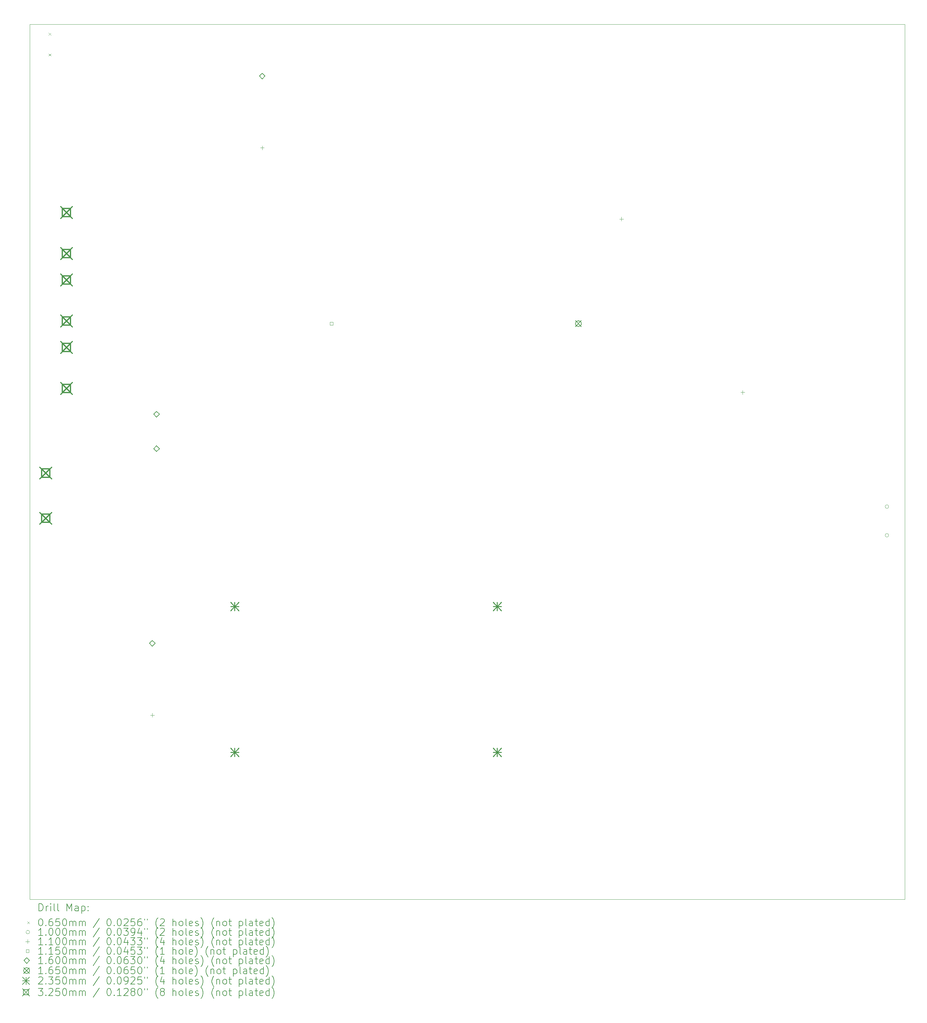
<source format=gbr>
%TF.GenerationSoftware,KiCad,Pcbnew,7.0.8*%
%TF.CreationDate,2024-05-07T21:48:11+03:00*%
%TF.ProjectId,Tangenta,54616e67-656e-4746-912e-6b696361645f,rev?*%
%TF.SameCoordinates,Original*%
%TF.FileFunction,Drillmap*%
%TF.FilePolarity,Positive*%
%FSLAX45Y45*%
G04 Gerber Fmt 4.5, Leading zero omitted, Abs format (unit mm)*
G04 Created by KiCad (PCBNEW 7.0.8) date 2024-05-07 21:48:11*
%MOMM*%
%LPD*%
G01*
G04 APERTURE LIST*
%ADD10C,0.100000*%
%ADD11C,0.200000*%
%ADD12C,0.064998*%
%ADD13C,0.110000*%
%ADD14C,0.115000*%
%ADD15C,0.160000*%
%ADD16C,0.165000*%
%ADD17C,0.235000*%
%ADD18C,0.324998*%
G04 APERTURE END LIST*
D10*
X27914000Y-27102000D02*
X3530000Y-27102000D01*
X3530000Y-27102000D02*
X3530000Y-2718000D01*
X27914000Y-2718000D02*
X27914000Y-27102000D01*
X3530000Y-2718000D02*
X27914000Y-2718000D01*
D11*
D12*
X4053088Y-2954104D02*
X4118087Y-3019103D01*
X4118087Y-2954104D02*
X4053088Y-3019103D01*
X4054104Y-3534089D02*
X4119103Y-3599088D01*
X4119103Y-3534089D02*
X4054104Y-3599088D01*
D10*
X27464391Y-16154196D02*
G75*
G03*
X27464391Y-16154196I-50000J0D01*
G01*
X27464391Y-16954196D02*
G75*
G03*
X27464391Y-16954196I-50000J0D01*
G01*
D13*
X6945300Y-21910360D02*
X6945300Y-22020360D01*
X6890300Y-21965360D02*
X7000300Y-21965360D01*
X10006600Y-6101200D02*
X10006600Y-6211200D01*
X9951600Y-6156200D02*
X10061600Y-6156200D01*
X20017840Y-8085700D02*
X20017840Y-8195700D01*
X19962840Y-8140700D02*
X20072840Y-8140700D01*
X23395940Y-12914340D02*
X23395940Y-13024340D01*
X23340940Y-12969340D02*
X23450940Y-12969340D01*
D14*
X11977959Y-11096059D02*
X11977959Y-11014741D01*
X11896641Y-11014741D01*
X11896641Y-11096059D01*
X11977959Y-11096059D01*
D15*
X6945300Y-20045360D02*
X7025300Y-19965360D01*
X6945300Y-19885360D01*
X6865300Y-19965360D01*
X6945300Y-20045360D01*
X7063753Y-13661430D02*
X7143753Y-13581430D01*
X7063753Y-13501430D01*
X6983753Y-13581430D01*
X7063753Y-13661430D01*
X7063753Y-14621425D02*
X7143753Y-14541425D01*
X7063753Y-14461425D01*
X6983753Y-14541425D01*
X7063753Y-14621425D01*
X10006600Y-4236200D02*
X10086600Y-4156200D01*
X10006600Y-4076200D01*
X9926600Y-4156200D01*
X10006600Y-4236200D01*
D16*
X18734800Y-10972900D02*
X18899800Y-11137900D01*
X18899800Y-10972900D02*
X18734800Y-11137900D01*
X18899800Y-11055400D02*
G75*
G03*
X18899800Y-11055400I-82500J0D01*
G01*
D17*
X9122500Y-18816900D02*
X9357500Y-19051900D01*
X9357500Y-18816900D02*
X9122500Y-19051900D01*
X9240000Y-18816900D02*
X9240000Y-19051900D01*
X9122500Y-18934400D02*
X9357500Y-18934400D01*
X9122500Y-22880900D02*
X9357500Y-23115900D01*
X9357500Y-22880900D02*
X9122500Y-23115900D01*
X9240000Y-22880900D02*
X9240000Y-23115900D01*
X9122500Y-22998400D02*
X9357500Y-22998400D01*
X16437500Y-18816900D02*
X16672500Y-19051900D01*
X16672500Y-18816900D02*
X16437500Y-19051900D01*
X16555000Y-18816900D02*
X16555000Y-19051900D01*
X16437500Y-18934400D02*
X16672500Y-18934400D01*
X16437500Y-22880900D02*
X16672500Y-23115900D01*
X16672500Y-22880900D02*
X16437500Y-23115900D01*
X16555000Y-22880900D02*
X16555000Y-23115900D01*
X16437500Y-22998400D02*
X16672500Y-22998400D01*
D18*
X3812000Y-15057506D02*
X4136999Y-15382505D01*
X4136999Y-15057506D02*
X3812000Y-15382505D01*
X4089405Y-15334911D02*
X4089405Y-15105100D01*
X3859594Y-15105100D01*
X3859594Y-15334911D01*
X4089405Y-15334911D01*
X3812000Y-16317501D02*
X4136999Y-16642500D01*
X4136999Y-16317501D02*
X3812000Y-16642500D01*
X4089405Y-16594906D02*
X4089405Y-16365095D01*
X3859594Y-16365095D01*
X3859594Y-16594906D01*
X4089405Y-16594906D01*
X4390893Y-7798491D02*
X4715892Y-8123489D01*
X4715892Y-7798491D02*
X4390893Y-8123489D01*
X4668298Y-8075895D02*
X4668298Y-7846084D01*
X4438487Y-7846084D01*
X4438487Y-8075895D01*
X4668298Y-8075895D01*
X4390893Y-8941493D02*
X4715892Y-9266491D01*
X4715892Y-8941493D02*
X4390893Y-9266491D01*
X4668298Y-9218898D02*
X4668298Y-8989087D01*
X4438487Y-8989087D01*
X4438487Y-9218898D01*
X4668298Y-9218898D01*
X4390893Y-9678091D02*
X4715892Y-10003089D01*
X4715892Y-9678091D02*
X4390893Y-10003089D01*
X4668298Y-9955495D02*
X4668298Y-9725684D01*
X4438487Y-9725684D01*
X4438487Y-9955495D01*
X4668298Y-9955495D01*
X4390893Y-10821093D02*
X4715892Y-11146091D01*
X4715892Y-10821093D02*
X4390893Y-11146091D01*
X4668298Y-11098498D02*
X4668298Y-10868687D01*
X4438487Y-10868687D01*
X4438487Y-11098498D01*
X4668298Y-11098498D01*
X4390893Y-11557691D02*
X4715892Y-11882689D01*
X4715892Y-11557691D02*
X4390893Y-11882689D01*
X4668298Y-11835095D02*
X4668298Y-11605284D01*
X4438487Y-11605284D01*
X4438487Y-11835095D01*
X4668298Y-11835095D01*
X4390893Y-12700693D02*
X4715892Y-13025691D01*
X4715892Y-12700693D02*
X4390893Y-13025691D01*
X4668298Y-12978098D02*
X4668298Y-12748287D01*
X4438487Y-12748287D01*
X4438487Y-12978098D01*
X4668298Y-12978098D01*
D11*
X3785777Y-27418484D02*
X3785777Y-27218484D01*
X3785777Y-27218484D02*
X3833396Y-27218484D01*
X3833396Y-27218484D02*
X3861967Y-27228008D01*
X3861967Y-27228008D02*
X3881015Y-27247055D01*
X3881015Y-27247055D02*
X3890539Y-27266103D01*
X3890539Y-27266103D02*
X3900062Y-27304198D01*
X3900062Y-27304198D02*
X3900062Y-27332769D01*
X3900062Y-27332769D02*
X3890539Y-27370865D01*
X3890539Y-27370865D02*
X3881015Y-27389912D01*
X3881015Y-27389912D02*
X3861967Y-27408960D01*
X3861967Y-27408960D02*
X3833396Y-27418484D01*
X3833396Y-27418484D02*
X3785777Y-27418484D01*
X3985777Y-27418484D02*
X3985777Y-27285150D01*
X3985777Y-27323246D02*
X3995301Y-27304198D01*
X3995301Y-27304198D02*
X4004824Y-27294674D01*
X4004824Y-27294674D02*
X4023872Y-27285150D01*
X4023872Y-27285150D02*
X4042920Y-27285150D01*
X4109586Y-27418484D02*
X4109586Y-27285150D01*
X4109586Y-27218484D02*
X4100062Y-27228008D01*
X4100062Y-27228008D02*
X4109586Y-27237531D01*
X4109586Y-27237531D02*
X4119110Y-27228008D01*
X4119110Y-27228008D02*
X4109586Y-27218484D01*
X4109586Y-27218484D02*
X4109586Y-27237531D01*
X4233396Y-27418484D02*
X4214348Y-27408960D01*
X4214348Y-27408960D02*
X4204824Y-27389912D01*
X4204824Y-27389912D02*
X4204824Y-27218484D01*
X4338158Y-27418484D02*
X4319110Y-27408960D01*
X4319110Y-27408960D02*
X4309586Y-27389912D01*
X4309586Y-27389912D02*
X4309586Y-27218484D01*
X4566729Y-27418484D02*
X4566729Y-27218484D01*
X4566729Y-27218484D02*
X4633396Y-27361341D01*
X4633396Y-27361341D02*
X4700063Y-27218484D01*
X4700063Y-27218484D02*
X4700063Y-27418484D01*
X4881015Y-27418484D02*
X4881015Y-27313722D01*
X4881015Y-27313722D02*
X4871491Y-27294674D01*
X4871491Y-27294674D02*
X4852444Y-27285150D01*
X4852444Y-27285150D02*
X4814348Y-27285150D01*
X4814348Y-27285150D02*
X4795301Y-27294674D01*
X4881015Y-27408960D02*
X4861967Y-27418484D01*
X4861967Y-27418484D02*
X4814348Y-27418484D01*
X4814348Y-27418484D02*
X4795301Y-27408960D01*
X4795301Y-27408960D02*
X4785777Y-27389912D01*
X4785777Y-27389912D02*
X4785777Y-27370865D01*
X4785777Y-27370865D02*
X4795301Y-27351817D01*
X4795301Y-27351817D02*
X4814348Y-27342293D01*
X4814348Y-27342293D02*
X4861967Y-27342293D01*
X4861967Y-27342293D02*
X4881015Y-27332769D01*
X4976253Y-27285150D02*
X4976253Y-27485150D01*
X4976253Y-27294674D02*
X4995301Y-27285150D01*
X4995301Y-27285150D02*
X5033396Y-27285150D01*
X5033396Y-27285150D02*
X5052444Y-27294674D01*
X5052444Y-27294674D02*
X5061967Y-27304198D01*
X5061967Y-27304198D02*
X5071491Y-27323246D01*
X5071491Y-27323246D02*
X5071491Y-27380388D01*
X5071491Y-27380388D02*
X5061967Y-27399436D01*
X5061967Y-27399436D02*
X5052444Y-27408960D01*
X5052444Y-27408960D02*
X5033396Y-27418484D01*
X5033396Y-27418484D02*
X4995301Y-27418484D01*
X4995301Y-27418484D02*
X4976253Y-27408960D01*
X5157205Y-27399436D02*
X5166729Y-27408960D01*
X5166729Y-27408960D02*
X5157205Y-27418484D01*
X5157205Y-27418484D02*
X5147682Y-27408960D01*
X5147682Y-27408960D02*
X5157205Y-27399436D01*
X5157205Y-27399436D02*
X5157205Y-27418484D01*
X5157205Y-27294674D02*
X5166729Y-27304198D01*
X5166729Y-27304198D02*
X5157205Y-27313722D01*
X5157205Y-27313722D02*
X5147682Y-27304198D01*
X5147682Y-27304198D02*
X5157205Y-27294674D01*
X5157205Y-27294674D02*
X5157205Y-27313722D01*
D12*
X3460001Y-27714501D02*
X3525000Y-27779499D01*
X3525000Y-27714501D02*
X3460001Y-27779499D01*
D11*
X3823872Y-27638484D02*
X3842920Y-27638484D01*
X3842920Y-27638484D02*
X3861967Y-27648008D01*
X3861967Y-27648008D02*
X3871491Y-27657531D01*
X3871491Y-27657531D02*
X3881015Y-27676579D01*
X3881015Y-27676579D02*
X3890539Y-27714674D01*
X3890539Y-27714674D02*
X3890539Y-27762293D01*
X3890539Y-27762293D02*
X3881015Y-27800388D01*
X3881015Y-27800388D02*
X3871491Y-27819436D01*
X3871491Y-27819436D02*
X3861967Y-27828960D01*
X3861967Y-27828960D02*
X3842920Y-27838484D01*
X3842920Y-27838484D02*
X3823872Y-27838484D01*
X3823872Y-27838484D02*
X3804824Y-27828960D01*
X3804824Y-27828960D02*
X3795301Y-27819436D01*
X3795301Y-27819436D02*
X3785777Y-27800388D01*
X3785777Y-27800388D02*
X3776253Y-27762293D01*
X3776253Y-27762293D02*
X3776253Y-27714674D01*
X3776253Y-27714674D02*
X3785777Y-27676579D01*
X3785777Y-27676579D02*
X3795301Y-27657531D01*
X3795301Y-27657531D02*
X3804824Y-27648008D01*
X3804824Y-27648008D02*
X3823872Y-27638484D01*
X3976253Y-27819436D02*
X3985777Y-27828960D01*
X3985777Y-27828960D02*
X3976253Y-27838484D01*
X3976253Y-27838484D02*
X3966729Y-27828960D01*
X3966729Y-27828960D02*
X3976253Y-27819436D01*
X3976253Y-27819436D02*
X3976253Y-27838484D01*
X4157205Y-27638484D02*
X4119110Y-27638484D01*
X4119110Y-27638484D02*
X4100062Y-27648008D01*
X4100062Y-27648008D02*
X4090539Y-27657531D01*
X4090539Y-27657531D02*
X4071491Y-27686103D01*
X4071491Y-27686103D02*
X4061967Y-27724198D01*
X4061967Y-27724198D02*
X4061967Y-27800388D01*
X4061967Y-27800388D02*
X4071491Y-27819436D01*
X4071491Y-27819436D02*
X4081015Y-27828960D01*
X4081015Y-27828960D02*
X4100062Y-27838484D01*
X4100062Y-27838484D02*
X4138158Y-27838484D01*
X4138158Y-27838484D02*
X4157205Y-27828960D01*
X4157205Y-27828960D02*
X4166729Y-27819436D01*
X4166729Y-27819436D02*
X4176253Y-27800388D01*
X4176253Y-27800388D02*
X4176253Y-27752769D01*
X4176253Y-27752769D02*
X4166729Y-27733722D01*
X4166729Y-27733722D02*
X4157205Y-27724198D01*
X4157205Y-27724198D02*
X4138158Y-27714674D01*
X4138158Y-27714674D02*
X4100062Y-27714674D01*
X4100062Y-27714674D02*
X4081015Y-27724198D01*
X4081015Y-27724198D02*
X4071491Y-27733722D01*
X4071491Y-27733722D02*
X4061967Y-27752769D01*
X4357205Y-27638484D02*
X4261967Y-27638484D01*
X4261967Y-27638484D02*
X4252444Y-27733722D01*
X4252444Y-27733722D02*
X4261967Y-27724198D01*
X4261967Y-27724198D02*
X4281015Y-27714674D01*
X4281015Y-27714674D02*
X4328634Y-27714674D01*
X4328634Y-27714674D02*
X4347682Y-27724198D01*
X4347682Y-27724198D02*
X4357205Y-27733722D01*
X4357205Y-27733722D02*
X4366729Y-27752769D01*
X4366729Y-27752769D02*
X4366729Y-27800388D01*
X4366729Y-27800388D02*
X4357205Y-27819436D01*
X4357205Y-27819436D02*
X4347682Y-27828960D01*
X4347682Y-27828960D02*
X4328634Y-27838484D01*
X4328634Y-27838484D02*
X4281015Y-27838484D01*
X4281015Y-27838484D02*
X4261967Y-27828960D01*
X4261967Y-27828960D02*
X4252444Y-27819436D01*
X4490539Y-27638484D02*
X4509586Y-27638484D01*
X4509586Y-27638484D02*
X4528634Y-27648008D01*
X4528634Y-27648008D02*
X4538158Y-27657531D01*
X4538158Y-27657531D02*
X4547682Y-27676579D01*
X4547682Y-27676579D02*
X4557205Y-27714674D01*
X4557205Y-27714674D02*
X4557205Y-27762293D01*
X4557205Y-27762293D02*
X4547682Y-27800388D01*
X4547682Y-27800388D02*
X4538158Y-27819436D01*
X4538158Y-27819436D02*
X4528634Y-27828960D01*
X4528634Y-27828960D02*
X4509586Y-27838484D01*
X4509586Y-27838484D02*
X4490539Y-27838484D01*
X4490539Y-27838484D02*
X4471491Y-27828960D01*
X4471491Y-27828960D02*
X4461967Y-27819436D01*
X4461967Y-27819436D02*
X4452444Y-27800388D01*
X4452444Y-27800388D02*
X4442920Y-27762293D01*
X4442920Y-27762293D02*
X4442920Y-27714674D01*
X4442920Y-27714674D02*
X4452444Y-27676579D01*
X4452444Y-27676579D02*
X4461967Y-27657531D01*
X4461967Y-27657531D02*
X4471491Y-27648008D01*
X4471491Y-27648008D02*
X4490539Y-27638484D01*
X4642920Y-27838484D02*
X4642920Y-27705150D01*
X4642920Y-27724198D02*
X4652444Y-27714674D01*
X4652444Y-27714674D02*
X4671491Y-27705150D01*
X4671491Y-27705150D02*
X4700063Y-27705150D01*
X4700063Y-27705150D02*
X4719110Y-27714674D01*
X4719110Y-27714674D02*
X4728634Y-27733722D01*
X4728634Y-27733722D02*
X4728634Y-27838484D01*
X4728634Y-27733722D02*
X4738158Y-27714674D01*
X4738158Y-27714674D02*
X4757205Y-27705150D01*
X4757205Y-27705150D02*
X4785777Y-27705150D01*
X4785777Y-27705150D02*
X4804825Y-27714674D01*
X4804825Y-27714674D02*
X4814348Y-27733722D01*
X4814348Y-27733722D02*
X4814348Y-27838484D01*
X4909586Y-27838484D02*
X4909586Y-27705150D01*
X4909586Y-27724198D02*
X4919110Y-27714674D01*
X4919110Y-27714674D02*
X4938158Y-27705150D01*
X4938158Y-27705150D02*
X4966729Y-27705150D01*
X4966729Y-27705150D02*
X4985777Y-27714674D01*
X4985777Y-27714674D02*
X4995301Y-27733722D01*
X4995301Y-27733722D02*
X4995301Y-27838484D01*
X4995301Y-27733722D02*
X5004825Y-27714674D01*
X5004825Y-27714674D02*
X5023872Y-27705150D01*
X5023872Y-27705150D02*
X5052444Y-27705150D01*
X5052444Y-27705150D02*
X5071491Y-27714674D01*
X5071491Y-27714674D02*
X5081015Y-27733722D01*
X5081015Y-27733722D02*
X5081015Y-27838484D01*
X5471491Y-27628960D02*
X5300063Y-27886103D01*
X5728634Y-27638484D02*
X5747682Y-27638484D01*
X5747682Y-27638484D02*
X5766729Y-27648008D01*
X5766729Y-27648008D02*
X5776253Y-27657531D01*
X5776253Y-27657531D02*
X5785777Y-27676579D01*
X5785777Y-27676579D02*
X5795301Y-27714674D01*
X5795301Y-27714674D02*
X5795301Y-27762293D01*
X5795301Y-27762293D02*
X5785777Y-27800388D01*
X5785777Y-27800388D02*
X5776253Y-27819436D01*
X5776253Y-27819436D02*
X5766729Y-27828960D01*
X5766729Y-27828960D02*
X5747682Y-27838484D01*
X5747682Y-27838484D02*
X5728634Y-27838484D01*
X5728634Y-27838484D02*
X5709586Y-27828960D01*
X5709586Y-27828960D02*
X5700063Y-27819436D01*
X5700063Y-27819436D02*
X5690539Y-27800388D01*
X5690539Y-27800388D02*
X5681015Y-27762293D01*
X5681015Y-27762293D02*
X5681015Y-27714674D01*
X5681015Y-27714674D02*
X5690539Y-27676579D01*
X5690539Y-27676579D02*
X5700063Y-27657531D01*
X5700063Y-27657531D02*
X5709586Y-27648008D01*
X5709586Y-27648008D02*
X5728634Y-27638484D01*
X5881015Y-27819436D02*
X5890539Y-27828960D01*
X5890539Y-27828960D02*
X5881015Y-27838484D01*
X5881015Y-27838484D02*
X5871491Y-27828960D01*
X5871491Y-27828960D02*
X5881015Y-27819436D01*
X5881015Y-27819436D02*
X5881015Y-27838484D01*
X6014348Y-27638484D02*
X6033396Y-27638484D01*
X6033396Y-27638484D02*
X6052444Y-27648008D01*
X6052444Y-27648008D02*
X6061967Y-27657531D01*
X6061967Y-27657531D02*
X6071491Y-27676579D01*
X6071491Y-27676579D02*
X6081015Y-27714674D01*
X6081015Y-27714674D02*
X6081015Y-27762293D01*
X6081015Y-27762293D02*
X6071491Y-27800388D01*
X6071491Y-27800388D02*
X6061967Y-27819436D01*
X6061967Y-27819436D02*
X6052444Y-27828960D01*
X6052444Y-27828960D02*
X6033396Y-27838484D01*
X6033396Y-27838484D02*
X6014348Y-27838484D01*
X6014348Y-27838484D02*
X5995301Y-27828960D01*
X5995301Y-27828960D02*
X5985777Y-27819436D01*
X5985777Y-27819436D02*
X5976253Y-27800388D01*
X5976253Y-27800388D02*
X5966729Y-27762293D01*
X5966729Y-27762293D02*
X5966729Y-27714674D01*
X5966729Y-27714674D02*
X5976253Y-27676579D01*
X5976253Y-27676579D02*
X5985777Y-27657531D01*
X5985777Y-27657531D02*
X5995301Y-27648008D01*
X5995301Y-27648008D02*
X6014348Y-27638484D01*
X6157206Y-27657531D02*
X6166729Y-27648008D01*
X6166729Y-27648008D02*
X6185777Y-27638484D01*
X6185777Y-27638484D02*
X6233396Y-27638484D01*
X6233396Y-27638484D02*
X6252444Y-27648008D01*
X6252444Y-27648008D02*
X6261967Y-27657531D01*
X6261967Y-27657531D02*
X6271491Y-27676579D01*
X6271491Y-27676579D02*
X6271491Y-27695627D01*
X6271491Y-27695627D02*
X6261967Y-27724198D01*
X6261967Y-27724198D02*
X6147682Y-27838484D01*
X6147682Y-27838484D02*
X6271491Y-27838484D01*
X6452444Y-27638484D02*
X6357206Y-27638484D01*
X6357206Y-27638484D02*
X6347682Y-27733722D01*
X6347682Y-27733722D02*
X6357206Y-27724198D01*
X6357206Y-27724198D02*
X6376253Y-27714674D01*
X6376253Y-27714674D02*
X6423872Y-27714674D01*
X6423872Y-27714674D02*
X6442920Y-27724198D01*
X6442920Y-27724198D02*
X6452444Y-27733722D01*
X6452444Y-27733722D02*
X6461967Y-27752769D01*
X6461967Y-27752769D02*
X6461967Y-27800388D01*
X6461967Y-27800388D02*
X6452444Y-27819436D01*
X6452444Y-27819436D02*
X6442920Y-27828960D01*
X6442920Y-27828960D02*
X6423872Y-27838484D01*
X6423872Y-27838484D02*
X6376253Y-27838484D01*
X6376253Y-27838484D02*
X6357206Y-27828960D01*
X6357206Y-27828960D02*
X6347682Y-27819436D01*
X6633396Y-27638484D02*
X6595301Y-27638484D01*
X6595301Y-27638484D02*
X6576253Y-27648008D01*
X6576253Y-27648008D02*
X6566729Y-27657531D01*
X6566729Y-27657531D02*
X6547682Y-27686103D01*
X6547682Y-27686103D02*
X6538158Y-27724198D01*
X6538158Y-27724198D02*
X6538158Y-27800388D01*
X6538158Y-27800388D02*
X6547682Y-27819436D01*
X6547682Y-27819436D02*
X6557206Y-27828960D01*
X6557206Y-27828960D02*
X6576253Y-27838484D01*
X6576253Y-27838484D02*
X6614348Y-27838484D01*
X6614348Y-27838484D02*
X6633396Y-27828960D01*
X6633396Y-27828960D02*
X6642920Y-27819436D01*
X6642920Y-27819436D02*
X6652444Y-27800388D01*
X6652444Y-27800388D02*
X6652444Y-27752769D01*
X6652444Y-27752769D02*
X6642920Y-27733722D01*
X6642920Y-27733722D02*
X6633396Y-27724198D01*
X6633396Y-27724198D02*
X6614348Y-27714674D01*
X6614348Y-27714674D02*
X6576253Y-27714674D01*
X6576253Y-27714674D02*
X6557206Y-27724198D01*
X6557206Y-27724198D02*
X6547682Y-27733722D01*
X6547682Y-27733722D02*
X6538158Y-27752769D01*
X6728634Y-27638484D02*
X6728634Y-27676579D01*
X6804825Y-27638484D02*
X6804825Y-27676579D01*
X7100063Y-27914674D02*
X7090539Y-27905150D01*
X7090539Y-27905150D02*
X7071491Y-27876579D01*
X7071491Y-27876579D02*
X7061968Y-27857531D01*
X7061968Y-27857531D02*
X7052444Y-27828960D01*
X7052444Y-27828960D02*
X7042920Y-27781341D01*
X7042920Y-27781341D02*
X7042920Y-27743246D01*
X7042920Y-27743246D02*
X7052444Y-27695627D01*
X7052444Y-27695627D02*
X7061968Y-27667055D01*
X7061968Y-27667055D02*
X7071491Y-27648008D01*
X7071491Y-27648008D02*
X7090539Y-27619436D01*
X7090539Y-27619436D02*
X7100063Y-27609912D01*
X7166729Y-27657531D02*
X7176253Y-27648008D01*
X7176253Y-27648008D02*
X7195301Y-27638484D01*
X7195301Y-27638484D02*
X7242920Y-27638484D01*
X7242920Y-27638484D02*
X7261968Y-27648008D01*
X7261968Y-27648008D02*
X7271491Y-27657531D01*
X7271491Y-27657531D02*
X7281015Y-27676579D01*
X7281015Y-27676579D02*
X7281015Y-27695627D01*
X7281015Y-27695627D02*
X7271491Y-27724198D01*
X7271491Y-27724198D02*
X7157206Y-27838484D01*
X7157206Y-27838484D02*
X7281015Y-27838484D01*
X7519110Y-27838484D02*
X7519110Y-27638484D01*
X7604825Y-27838484D02*
X7604825Y-27733722D01*
X7604825Y-27733722D02*
X7595301Y-27714674D01*
X7595301Y-27714674D02*
X7576253Y-27705150D01*
X7576253Y-27705150D02*
X7547682Y-27705150D01*
X7547682Y-27705150D02*
X7528634Y-27714674D01*
X7528634Y-27714674D02*
X7519110Y-27724198D01*
X7728634Y-27838484D02*
X7709587Y-27828960D01*
X7709587Y-27828960D02*
X7700063Y-27819436D01*
X7700063Y-27819436D02*
X7690539Y-27800388D01*
X7690539Y-27800388D02*
X7690539Y-27743246D01*
X7690539Y-27743246D02*
X7700063Y-27724198D01*
X7700063Y-27724198D02*
X7709587Y-27714674D01*
X7709587Y-27714674D02*
X7728634Y-27705150D01*
X7728634Y-27705150D02*
X7757206Y-27705150D01*
X7757206Y-27705150D02*
X7776253Y-27714674D01*
X7776253Y-27714674D02*
X7785777Y-27724198D01*
X7785777Y-27724198D02*
X7795301Y-27743246D01*
X7795301Y-27743246D02*
X7795301Y-27800388D01*
X7795301Y-27800388D02*
X7785777Y-27819436D01*
X7785777Y-27819436D02*
X7776253Y-27828960D01*
X7776253Y-27828960D02*
X7757206Y-27838484D01*
X7757206Y-27838484D02*
X7728634Y-27838484D01*
X7909587Y-27838484D02*
X7890539Y-27828960D01*
X7890539Y-27828960D02*
X7881015Y-27809912D01*
X7881015Y-27809912D02*
X7881015Y-27638484D01*
X8061968Y-27828960D02*
X8042920Y-27838484D01*
X8042920Y-27838484D02*
X8004825Y-27838484D01*
X8004825Y-27838484D02*
X7985777Y-27828960D01*
X7985777Y-27828960D02*
X7976253Y-27809912D01*
X7976253Y-27809912D02*
X7976253Y-27733722D01*
X7976253Y-27733722D02*
X7985777Y-27714674D01*
X7985777Y-27714674D02*
X8004825Y-27705150D01*
X8004825Y-27705150D02*
X8042920Y-27705150D01*
X8042920Y-27705150D02*
X8061968Y-27714674D01*
X8061968Y-27714674D02*
X8071491Y-27733722D01*
X8071491Y-27733722D02*
X8071491Y-27752769D01*
X8071491Y-27752769D02*
X7976253Y-27771817D01*
X8147682Y-27828960D02*
X8166730Y-27838484D01*
X8166730Y-27838484D02*
X8204825Y-27838484D01*
X8204825Y-27838484D02*
X8223872Y-27828960D01*
X8223872Y-27828960D02*
X8233396Y-27809912D01*
X8233396Y-27809912D02*
X8233396Y-27800388D01*
X8233396Y-27800388D02*
X8223872Y-27781341D01*
X8223872Y-27781341D02*
X8204825Y-27771817D01*
X8204825Y-27771817D02*
X8176253Y-27771817D01*
X8176253Y-27771817D02*
X8157206Y-27762293D01*
X8157206Y-27762293D02*
X8147682Y-27743246D01*
X8147682Y-27743246D02*
X8147682Y-27733722D01*
X8147682Y-27733722D02*
X8157206Y-27714674D01*
X8157206Y-27714674D02*
X8176253Y-27705150D01*
X8176253Y-27705150D02*
X8204825Y-27705150D01*
X8204825Y-27705150D02*
X8223872Y-27714674D01*
X8300063Y-27914674D02*
X8309587Y-27905150D01*
X8309587Y-27905150D02*
X8328634Y-27876579D01*
X8328634Y-27876579D02*
X8338158Y-27857531D01*
X8338158Y-27857531D02*
X8347682Y-27828960D01*
X8347682Y-27828960D02*
X8357206Y-27781341D01*
X8357206Y-27781341D02*
X8357206Y-27743246D01*
X8357206Y-27743246D02*
X8347682Y-27695627D01*
X8347682Y-27695627D02*
X8338158Y-27667055D01*
X8338158Y-27667055D02*
X8328634Y-27648008D01*
X8328634Y-27648008D02*
X8309587Y-27619436D01*
X8309587Y-27619436D02*
X8300063Y-27609912D01*
X8661968Y-27914674D02*
X8652444Y-27905150D01*
X8652444Y-27905150D02*
X8633396Y-27876579D01*
X8633396Y-27876579D02*
X8623873Y-27857531D01*
X8623873Y-27857531D02*
X8614349Y-27828960D01*
X8614349Y-27828960D02*
X8604825Y-27781341D01*
X8604825Y-27781341D02*
X8604825Y-27743246D01*
X8604825Y-27743246D02*
X8614349Y-27695627D01*
X8614349Y-27695627D02*
X8623873Y-27667055D01*
X8623873Y-27667055D02*
X8633396Y-27648008D01*
X8633396Y-27648008D02*
X8652444Y-27619436D01*
X8652444Y-27619436D02*
X8661968Y-27609912D01*
X8738158Y-27705150D02*
X8738158Y-27838484D01*
X8738158Y-27724198D02*
X8747682Y-27714674D01*
X8747682Y-27714674D02*
X8766730Y-27705150D01*
X8766730Y-27705150D02*
X8795301Y-27705150D01*
X8795301Y-27705150D02*
X8814349Y-27714674D01*
X8814349Y-27714674D02*
X8823873Y-27733722D01*
X8823873Y-27733722D02*
X8823873Y-27838484D01*
X8947682Y-27838484D02*
X8928634Y-27828960D01*
X8928634Y-27828960D02*
X8919111Y-27819436D01*
X8919111Y-27819436D02*
X8909587Y-27800388D01*
X8909587Y-27800388D02*
X8909587Y-27743246D01*
X8909587Y-27743246D02*
X8919111Y-27724198D01*
X8919111Y-27724198D02*
X8928634Y-27714674D01*
X8928634Y-27714674D02*
X8947682Y-27705150D01*
X8947682Y-27705150D02*
X8976254Y-27705150D01*
X8976254Y-27705150D02*
X8995301Y-27714674D01*
X8995301Y-27714674D02*
X9004825Y-27724198D01*
X9004825Y-27724198D02*
X9014349Y-27743246D01*
X9014349Y-27743246D02*
X9014349Y-27800388D01*
X9014349Y-27800388D02*
X9004825Y-27819436D01*
X9004825Y-27819436D02*
X8995301Y-27828960D01*
X8995301Y-27828960D02*
X8976254Y-27838484D01*
X8976254Y-27838484D02*
X8947682Y-27838484D01*
X9071492Y-27705150D02*
X9147682Y-27705150D01*
X9100063Y-27638484D02*
X9100063Y-27809912D01*
X9100063Y-27809912D02*
X9109587Y-27828960D01*
X9109587Y-27828960D02*
X9128634Y-27838484D01*
X9128634Y-27838484D02*
X9147682Y-27838484D01*
X9366730Y-27705150D02*
X9366730Y-27905150D01*
X9366730Y-27714674D02*
X9385777Y-27705150D01*
X9385777Y-27705150D02*
X9423873Y-27705150D01*
X9423873Y-27705150D02*
X9442920Y-27714674D01*
X9442920Y-27714674D02*
X9452444Y-27724198D01*
X9452444Y-27724198D02*
X9461968Y-27743246D01*
X9461968Y-27743246D02*
X9461968Y-27800388D01*
X9461968Y-27800388D02*
X9452444Y-27819436D01*
X9452444Y-27819436D02*
X9442920Y-27828960D01*
X9442920Y-27828960D02*
X9423873Y-27838484D01*
X9423873Y-27838484D02*
X9385777Y-27838484D01*
X9385777Y-27838484D02*
X9366730Y-27828960D01*
X9576254Y-27838484D02*
X9557206Y-27828960D01*
X9557206Y-27828960D02*
X9547682Y-27809912D01*
X9547682Y-27809912D02*
X9547682Y-27638484D01*
X9738158Y-27838484D02*
X9738158Y-27733722D01*
X9738158Y-27733722D02*
X9728635Y-27714674D01*
X9728635Y-27714674D02*
X9709587Y-27705150D01*
X9709587Y-27705150D02*
X9671492Y-27705150D01*
X9671492Y-27705150D02*
X9652444Y-27714674D01*
X9738158Y-27828960D02*
X9719111Y-27838484D01*
X9719111Y-27838484D02*
X9671492Y-27838484D01*
X9671492Y-27838484D02*
X9652444Y-27828960D01*
X9652444Y-27828960D02*
X9642920Y-27809912D01*
X9642920Y-27809912D02*
X9642920Y-27790865D01*
X9642920Y-27790865D02*
X9652444Y-27771817D01*
X9652444Y-27771817D02*
X9671492Y-27762293D01*
X9671492Y-27762293D02*
X9719111Y-27762293D01*
X9719111Y-27762293D02*
X9738158Y-27752769D01*
X9804825Y-27705150D02*
X9881015Y-27705150D01*
X9833396Y-27638484D02*
X9833396Y-27809912D01*
X9833396Y-27809912D02*
X9842920Y-27828960D01*
X9842920Y-27828960D02*
X9861968Y-27838484D01*
X9861968Y-27838484D02*
X9881015Y-27838484D01*
X10023873Y-27828960D02*
X10004825Y-27838484D01*
X10004825Y-27838484D02*
X9966730Y-27838484D01*
X9966730Y-27838484D02*
X9947682Y-27828960D01*
X9947682Y-27828960D02*
X9938158Y-27809912D01*
X9938158Y-27809912D02*
X9938158Y-27733722D01*
X9938158Y-27733722D02*
X9947682Y-27714674D01*
X9947682Y-27714674D02*
X9966730Y-27705150D01*
X9966730Y-27705150D02*
X10004825Y-27705150D01*
X10004825Y-27705150D02*
X10023873Y-27714674D01*
X10023873Y-27714674D02*
X10033396Y-27733722D01*
X10033396Y-27733722D02*
X10033396Y-27752769D01*
X10033396Y-27752769D02*
X9938158Y-27771817D01*
X10204825Y-27838484D02*
X10204825Y-27638484D01*
X10204825Y-27828960D02*
X10185777Y-27838484D01*
X10185777Y-27838484D02*
X10147682Y-27838484D01*
X10147682Y-27838484D02*
X10128635Y-27828960D01*
X10128635Y-27828960D02*
X10119111Y-27819436D01*
X10119111Y-27819436D02*
X10109587Y-27800388D01*
X10109587Y-27800388D02*
X10109587Y-27743246D01*
X10109587Y-27743246D02*
X10119111Y-27724198D01*
X10119111Y-27724198D02*
X10128635Y-27714674D01*
X10128635Y-27714674D02*
X10147682Y-27705150D01*
X10147682Y-27705150D02*
X10185777Y-27705150D01*
X10185777Y-27705150D02*
X10204825Y-27714674D01*
X10281016Y-27914674D02*
X10290539Y-27905150D01*
X10290539Y-27905150D02*
X10309587Y-27876579D01*
X10309587Y-27876579D02*
X10319111Y-27857531D01*
X10319111Y-27857531D02*
X10328635Y-27828960D01*
X10328635Y-27828960D02*
X10338158Y-27781341D01*
X10338158Y-27781341D02*
X10338158Y-27743246D01*
X10338158Y-27743246D02*
X10328635Y-27695627D01*
X10328635Y-27695627D02*
X10319111Y-27667055D01*
X10319111Y-27667055D02*
X10309587Y-27648008D01*
X10309587Y-27648008D02*
X10290539Y-27619436D01*
X10290539Y-27619436D02*
X10281016Y-27609912D01*
D10*
X3525000Y-28011000D02*
G75*
G03*
X3525000Y-28011000I-50000J0D01*
G01*
D11*
X3890539Y-28102484D02*
X3776253Y-28102484D01*
X3833396Y-28102484D02*
X3833396Y-27902484D01*
X3833396Y-27902484D02*
X3814348Y-27931055D01*
X3814348Y-27931055D02*
X3795301Y-27950103D01*
X3795301Y-27950103D02*
X3776253Y-27959627D01*
X3976253Y-28083436D02*
X3985777Y-28092960D01*
X3985777Y-28092960D02*
X3976253Y-28102484D01*
X3976253Y-28102484D02*
X3966729Y-28092960D01*
X3966729Y-28092960D02*
X3976253Y-28083436D01*
X3976253Y-28083436D02*
X3976253Y-28102484D01*
X4109586Y-27902484D02*
X4128634Y-27902484D01*
X4128634Y-27902484D02*
X4147682Y-27912008D01*
X4147682Y-27912008D02*
X4157205Y-27921531D01*
X4157205Y-27921531D02*
X4166729Y-27940579D01*
X4166729Y-27940579D02*
X4176253Y-27978674D01*
X4176253Y-27978674D02*
X4176253Y-28026293D01*
X4176253Y-28026293D02*
X4166729Y-28064388D01*
X4166729Y-28064388D02*
X4157205Y-28083436D01*
X4157205Y-28083436D02*
X4147682Y-28092960D01*
X4147682Y-28092960D02*
X4128634Y-28102484D01*
X4128634Y-28102484D02*
X4109586Y-28102484D01*
X4109586Y-28102484D02*
X4090539Y-28092960D01*
X4090539Y-28092960D02*
X4081015Y-28083436D01*
X4081015Y-28083436D02*
X4071491Y-28064388D01*
X4071491Y-28064388D02*
X4061967Y-28026293D01*
X4061967Y-28026293D02*
X4061967Y-27978674D01*
X4061967Y-27978674D02*
X4071491Y-27940579D01*
X4071491Y-27940579D02*
X4081015Y-27921531D01*
X4081015Y-27921531D02*
X4090539Y-27912008D01*
X4090539Y-27912008D02*
X4109586Y-27902484D01*
X4300063Y-27902484D02*
X4319110Y-27902484D01*
X4319110Y-27902484D02*
X4338158Y-27912008D01*
X4338158Y-27912008D02*
X4347682Y-27921531D01*
X4347682Y-27921531D02*
X4357205Y-27940579D01*
X4357205Y-27940579D02*
X4366729Y-27978674D01*
X4366729Y-27978674D02*
X4366729Y-28026293D01*
X4366729Y-28026293D02*
X4357205Y-28064388D01*
X4357205Y-28064388D02*
X4347682Y-28083436D01*
X4347682Y-28083436D02*
X4338158Y-28092960D01*
X4338158Y-28092960D02*
X4319110Y-28102484D01*
X4319110Y-28102484D02*
X4300063Y-28102484D01*
X4300063Y-28102484D02*
X4281015Y-28092960D01*
X4281015Y-28092960D02*
X4271491Y-28083436D01*
X4271491Y-28083436D02*
X4261967Y-28064388D01*
X4261967Y-28064388D02*
X4252444Y-28026293D01*
X4252444Y-28026293D02*
X4252444Y-27978674D01*
X4252444Y-27978674D02*
X4261967Y-27940579D01*
X4261967Y-27940579D02*
X4271491Y-27921531D01*
X4271491Y-27921531D02*
X4281015Y-27912008D01*
X4281015Y-27912008D02*
X4300063Y-27902484D01*
X4490539Y-27902484D02*
X4509586Y-27902484D01*
X4509586Y-27902484D02*
X4528634Y-27912008D01*
X4528634Y-27912008D02*
X4538158Y-27921531D01*
X4538158Y-27921531D02*
X4547682Y-27940579D01*
X4547682Y-27940579D02*
X4557205Y-27978674D01*
X4557205Y-27978674D02*
X4557205Y-28026293D01*
X4557205Y-28026293D02*
X4547682Y-28064388D01*
X4547682Y-28064388D02*
X4538158Y-28083436D01*
X4538158Y-28083436D02*
X4528634Y-28092960D01*
X4528634Y-28092960D02*
X4509586Y-28102484D01*
X4509586Y-28102484D02*
X4490539Y-28102484D01*
X4490539Y-28102484D02*
X4471491Y-28092960D01*
X4471491Y-28092960D02*
X4461967Y-28083436D01*
X4461967Y-28083436D02*
X4452444Y-28064388D01*
X4452444Y-28064388D02*
X4442920Y-28026293D01*
X4442920Y-28026293D02*
X4442920Y-27978674D01*
X4442920Y-27978674D02*
X4452444Y-27940579D01*
X4452444Y-27940579D02*
X4461967Y-27921531D01*
X4461967Y-27921531D02*
X4471491Y-27912008D01*
X4471491Y-27912008D02*
X4490539Y-27902484D01*
X4642920Y-28102484D02*
X4642920Y-27969150D01*
X4642920Y-27988198D02*
X4652444Y-27978674D01*
X4652444Y-27978674D02*
X4671491Y-27969150D01*
X4671491Y-27969150D02*
X4700063Y-27969150D01*
X4700063Y-27969150D02*
X4719110Y-27978674D01*
X4719110Y-27978674D02*
X4728634Y-27997722D01*
X4728634Y-27997722D02*
X4728634Y-28102484D01*
X4728634Y-27997722D02*
X4738158Y-27978674D01*
X4738158Y-27978674D02*
X4757205Y-27969150D01*
X4757205Y-27969150D02*
X4785777Y-27969150D01*
X4785777Y-27969150D02*
X4804825Y-27978674D01*
X4804825Y-27978674D02*
X4814348Y-27997722D01*
X4814348Y-27997722D02*
X4814348Y-28102484D01*
X4909586Y-28102484D02*
X4909586Y-27969150D01*
X4909586Y-27988198D02*
X4919110Y-27978674D01*
X4919110Y-27978674D02*
X4938158Y-27969150D01*
X4938158Y-27969150D02*
X4966729Y-27969150D01*
X4966729Y-27969150D02*
X4985777Y-27978674D01*
X4985777Y-27978674D02*
X4995301Y-27997722D01*
X4995301Y-27997722D02*
X4995301Y-28102484D01*
X4995301Y-27997722D02*
X5004825Y-27978674D01*
X5004825Y-27978674D02*
X5023872Y-27969150D01*
X5023872Y-27969150D02*
X5052444Y-27969150D01*
X5052444Y-27969150D02*
X5071491Y-27978674D01*
X5071491Y-27978674D02*
X5081015Y-27997722D01*
X5081015Y-27997722D02*
X5081015Y-28102484D01*
X5471491Y-27892960D02*
X5300063Y-28150103D01*
X5728634Y-27902484D02*
X5747682Y-27902484D01*
X5747682Y-27902484D02*
X5766729Y-27912008D01*
X5766729Y-27912008D02*
X5776253Y-27921531D01*
X5776253Y-27921531D02*
X5785777Y-27940579D01*
X5785777Y-27940579D02*
X5795301Y-27978674D01*
X5795301Y-27978674D02*
X5795301Y-28026293D01*
X5795301Y-28026293D02*
X5785777Y-28064388D01*
X5785777Y-28064388D02*
X5776253Y-28083436D01*
X5776253Y-28083436D02*
X5766729Y-28092960D01*
X5766729Y-28092960D02*
X5747682Y-28102484D01*
X5747682Y-28102484D02*
X5728634Y-28102484D01*
X5728634Y-28102484D02*
X5709586Y-28092960D01*
X5709586Y-28092960D02*
X5700063Y-28083436D01*
X5700063Y-28083436D02*
X5690539Y-28064388D01*
X5690539Y-28064388D02*
X5681015Y-28026293D01*
X5681015Y-28026293D02*
X5681015Y-27978674D01*
X5681015Y-27978674D02*
X5690539Y-27940579D01*
X5690539Y-27940579D02*
X5700063Y-27921531D01*
X5700063Y-27921531D02*
X5709586Y-27912008D01*
X5709586Y-27912008D02*
X5728634Y-27902484D01*
X5881015Y-28083436D02*
X5890539Y-28092960D01*
X5890539Y-28092960D02*
X5881015Y-28102484D01*
X5881015Y-28102484D02*
X5871491Y-28092960D01*
X5871491Y-28092960D02*
X5881015Y-28083436D01*
X5881015Y-28083436D02*
X5881015Y-28102484D01*
X6014348Y-27902484D02*
X6033396Y-27902484D01*
X6033396Y-27902484D02*
X6052444Y-27912008D01*
X6052444Y-27912008D02*
X6061967Y-27921531D01*
X6061967Y-27921531D02*
X6071491Y-27940579D01*
X6071491Y-27940579D02*
X6081015Y-27978674D01*
X6081015Y-27978674D02*
X6081015Y-28026293D01*
X6081015Y-28026293D02*
X6071491Y-28064388D01*
X6071491Y-28064388D02*
X6061967Y-28083436D01*
X6061967Y-28083436D02*
X6052444Y-28092960D01*
X6052444Y-28092960D02*
X6033396Y-28102484D01*
X6033396Y-28102484D02*
X6014348Y-28102484D01*
X6014348Y-28102484D02*
X5995301Y-28092960D01*
X5995301Y-28092960D02*
X5985777Y-28083436D01*
X5985777Y-28083436D02*
X5976253Y-28064388D01*
X5976253Y-28064388D02*
X5966729Y-28026293D01*
X5966729Y-28026293D02*
X5966729Y-27978674D01*
X5966729Y-27978674D02*
X5976253Y-27940579D01*
X5976253Y-27940579D02*
X5985777Y-27921531D01*
X5985777Y-27921531D02*
X5995301Y-27912008D01*
X5995301Y-27912008D02*
X6014348Y-27902484D01*
X6147682Y-27902484D02*
X6271491Y-27902484D01*
X6271491Y-27902484D02*
X6204825Y-27978674D01*
X6204825Y-27978674D02*
X6233396Y-27978674D01*
X6233396Y-27978674D02*
X6252444Y-27988198D01*
X6252444Y-27988198D02*
X6261967Y-27997722D01*
X6261967Y-27997722D02*
X6271491Y-28016769D01*
X6271491Y-28016769D02*
X6271491Y-28064388D01*
X6271491Y-28064388D02*
X6261967Y-28083436D01*
X6261967Y-28083436D02*
X6252444Y-28092960D01*
X6252444Y-28092960D02*
X6233396Y-28102484D01*
X6233396Y-28102484D02*
X6176253Y-28102484D01*
X6176253Y-28102484D02*
X6157206Y-28092960D01*
X6157206Y-28092960D02*
X6147682Y-28083436D01*
X6366729Y-28102484D02*
X6404825Y-28102484D01*
X6404825Y-28102484D02*
X6423872Y-28092960D01*
X6423872Y-28092960D02*
X6433396Y-28083436D01*
X6433396Y-28083436D02*
X6452444Y-28054865D01*
X6452444Y-28054865D02*
X6461967Y-28016769D01*
X6461967Y-28016769D02*
X6461967Y-27940579D01*
X6461967Y-27940579D02*
X6452444Y-27921531D01*
X6452444Y-27921531D02*
X6442920Y-27912008D01*
X6442920Y-27912008D02*
X6423872Y-27902484D01*
X6423872Y-27902484D02*
X6385777Y-27902484D01*
X6385777Y-27902484D02*
X6366729Y-27912008D01*
X6366729Y-27912008D02*
X6357206Y-27921531D01*
X6357206Y-27921531D02*
X6347682Y-27940579D01*
X6347682Y-27940579D02*
X6347682Y-27988198D01*
X6347682Y-27988198D02*
X6357206Y-28007246D01*
X6357206Y-28007246D02*
X6366729Y-28016769D01*
X6366729Y-28016769D02*
X6385777Y-28026293D01*
X6385777Y-28026293D02*
X6423872Y-28026293D01*
X6423872Y-28026293D02*
X6442920Y-28016769D01*
X6442920Y-28016769D02*
X6452444Y-28007246D01*
X6452444Y-28007246D02*
X6461967Y-27988198D01*
X6633396Y-27969150D02*
X6633396Y-28102484D01*
X6585777Y-27892960D02*
X6538158Y-28035817D01*
X6538158Y-28035817D02*
X6661967Y-28035817D01*
X6728634Y-27902484D02*
X6728634Y-27940579D01*
X6804825Y-27902484D02*
X6804825Y-27940579D01*
X7100063Y-28178674D02*
X7090539Y-28169150D01*
X7090539Y-28169150D02*
X7071491Y-28140579D01*
X7071491Y-28140579D02*
X7061968Y-28121531D01*
X7061968Y-28121531D02*
X7052444Y-28092960D01*
X7052444Y-28092960D02*
X7042920Y-28045341D01*
X7042920Y-28045341D02*
X7042920Y-28007246D01*
X7042920Y-28007246D02*
X7052444Y-27959627D01*
X7052444Y-27959627D02*
X7061968Y-27931055D01*
X7061968Y-27931055D02*
X7071491Y-27912008D01*
X7071491Y-27912008D02*
X7090539Y-27883436D01*
X7090539Y-27883436D02*
X7100063Y-27873912D01*
X7166729Y-27921531D02*
X7176253Y-27912008D01*
X7176253Y-27912008D02*
X7195301Y-27902484D01*
X7195301Y-27902484D02*
X7242920Y-27902484D01*
X7242920Y-27902484D02*
X7261968Y-27912008D01*
X7261968Y-27912008D02*
X7271491Y-27921531D01*
X7271491Y-27921531D02*
X7281015Y-27940579D01*
X7281015Y-27940579D02*
X7281015Y-27959627D01*
X7281015Y-27959627D02*
X7271491Y-27988198D01*
X7271491Y-27988198D02*
X7157206Y-28102484D01*
X7157206Y-28102484D02*
X7281015Y-28102484D01*
X7519110Y-28102484D02*
X7519110Y-27902484D01*
X7604825Y-28102484D02*
X7604825Y-27997722D01*
X7604825Y-27997722D02*
X7595301Y-27978674D01*
X7595301Y-27978674D02*
X7576253Y-27969150D01*
X7576253Y-27969150D02*
X7547682Y-27969150D01*
X7547682Y-27969150D02*
X7528634Y-27978674D01*
X7528634Y-27978674D02*
X7519110Y-27988198D01*
X7728634Y-28102484D02*
X7709587Y-28092960D01*
X7709587Y-28092960D02*
X7700063Y-28083436D01*
X7700063Y-28083436D02*
X7690539Y-28064388D01*
X7690539Y-28064388D02*
X7690539Y-28007246D01*
X7690539Y-28007246D02*
X7700063Y-27988198D01*
X7700063Y-27988198D02*
X7709587Y-27978674D01*
X7709587Y-27978674D02*
X7728634Y-27969150D01*
X7728634Y-27969150D02*
X7757206Y-27969150D01*
X7757206Y-27969150D02*
X7776253Y-27978674D01*
X7776253Y-27978674D02*
X7785777Y-27988198D01*
X7785777Y-27988198D02*
X7795301Y-28007246D01*
X7795301Y-28007246D02*
X7795301Y-28064388D01*
X7795301Y-28064388D02*
X7785777Y-28083436D01*
X7785777Y-28083436D02*
X7776253Y-28092960D01*
X7776253Y-28092960D02*
X7757206Y-28102484D01*
X7757206Y-28102484D02*
X7728634Y-28102484D01*
X7909587Y-28102484D02*
X7890539Y-28092960D01*
X7890539Y-28092960D02*
X7881015Y-28073912D01*
X7881015Y-28073912D02*
X7881015Y-27902484D01*
X8061968Y-28092960D02*
X8042920Y-28102484D01*
X8042920Y-28102484D02*
X8004825Y-28102484D01*
X8004825Y-28102484D02*
X7985777Y-28092960D01*
X7985777Y-28092960D02*
X7976253Y-28073912D01*
X7976253Y-28073912D02*
X7976253Y-27997722D01*
X7976253Y-27997722D02*
X7985777Y-27978674D01*
X7985777Y-27978674D02*
X8004825Y-27969150D01*
X8004825Y-27969150D02*
X8042920Y-27969150D01*
X8042920Y-27969150D02*
X8061968Y-27978674D01*
X8061968Y-27978674D02*
X8071491Y-27997722D01*
X8071491Y-27997722D02*
X8071491Y-28016769D01*
X8071491Y-28016769D02*
X7976253Y-28035817D01*
X8147682Y-28092960D02*
X8166730Y-28102484D01*
X8166730Y-28102484D02*
X8204825Y-28102484D01*
X8204825Y-28102484D02*
X8223872Y-28092960D01*
X8223872Y-28092960D02*
X8233396Y-28073912D01*
X8233396Y-28073912D02*
X8233396Y-28064388D01*
X8233396Y-28064388D02*
X8223872Y-28045341D01*
X8223872Y-28045341D02*
X8204825Y-28035817D01*
X8204825Y-28035817D02*
X8176253Y-28035817D01*
X8176253Y-28035817D02*
X8157206Y-28026293D01*
X8157206Y-28026293D02*
X8147682Y-28007246D01*
X8147682Y-28007246D02*
X8147682Y-27997722D01*
X8147682Y-27997722D02*
X8157206Y-27978674D01*
X8157206Y-27978674D02*
X8176253Y-27969150D01*
X8176253Y-27969150D02*
X8204825Y-27969150D01*
X8204825Y-27969150D02*
X8223872Y-27978674D01*
X8300063Y-28178674D02*
X8309587Y-28169150D01*
X8309587Y-28169150D02*
X8328634Y-28140579D01*
X8328634Y-28140579D02*
X8338158Y-28121531D01*
X8338158Y-28121531D02*
X8347682Y-28092960D01*
X8347682Y-28092960D02*
X8357206Y-28045341D01*
X8357206Y-28045341D02*
X8357206Y-28007246D01*
X8357206Y-28007246D02*
X8347682Y-27959627D01*
X8347682Y-27959627D02*
X8338158Y-27931055D01*
X8338158Y-27931055D02*
X8328634Y-27912008D01*
X8328634Y-27912008D02*
X8309587Y-27883436D01*
X8309587Y-27883436D02*
X8300063Y-27873912D01*
X8661968Y-28178674D02*
X8652444Y-28169150D01*
X8652444Y-28169150D02*
X8633396Y-28140579D01*
X8633396Y-28140579D02*
X8623873Y-28121531D01*
X8623873Y-28121531D02*
X8614349Y-28092960D01*
X8614349Y-28092960D02*
X8604825Y-28045341D01*
X8604825Y-28045341D02*
X8604825Y-28007246D01*
X8604825Y-28007246D02*
X8614349Y-27959627D01*
X8614349Y-27959627D02*
X8623873Y-27931055D01*
X8623873Y-27931055D02*
X8633396Y-27912008D01*
X8633396Y-27912008D02*
X8652444Y-27883436D01*
X8652444Y-27883436D02*
X8661968Y-27873912D01*
X8738158Y-27969150D02*
X8738158Y-28102484D01*
X8738158Y-27988198D02*
X8747682Y-27978674D01*
X8747682Y-27978674D02*
X8766730Y-27969150D01*
X8766730Y-27969150D02*
X8795301Y-27969150D01*
X8795301Y-27969150D02*
X8814349Y-27978674D01*
X8814349Y-27978674D02*
X8823873Y-27997722D01*
X8823873Y-27997722D02*
X8823873Y-28102484D01*
X8947682Y-28102484D02*
X8928634Y-28092960D01*
X8928634Y-28092960D02*
X8919111Y-28083436D01*
X8919111Y-28083436D02*
X8909587Y-28064388D01*
X8909587Y-28064388D02*
X8909587Y-28007246D01*
X8909587Y-28007246D02*
X8919111Y-27988198D01*
X8919111Y-27988198D02*
X8928634Y-27978674D01*
X8928634Y-27978674D02*
X8947682Y-27969150D01*
X8947682Y-27969150D02*
X8976254Y-27969150D01*
X8976254Y-27969150D02*
X8995301Y-27978674D01*
X8995301Y-27978674D02*
X9004825Y-27988198D01*
X9004825Y-27988198D02*
X9014349Y-28007246D01*
X9014349Y-28007246D02*
X9014349Y-28064388D01*
X9014349Y-28064388D02*
X9004825Y-28083436D01*
X9004825Y-28083436D02*
X8995301Y-28092960D01*
X8995301Y-28092960D02*
X8976254Y-28102484D01*
X8976254Y-28102484D02*
X8947682Y-28102484D01*
X9071492Y-27969150D02*
X9147682Y-27969150D01*
X9100063Y-27902484D02*
X9100063Y-28073912D01*
X9100063Y-28073912D02*
X9109587Y-28092960D01*
X9109587Y-28092960D02*
X9128634Y-28102484D01*
X9128634Y-28102484D02*
X9147682Y-28102484D01*
X9366730Y-27969150D02*
X9366730Y-28169150D01*
X9366730Y-27978674D02*
X9385777Y-27969150D01*
X9385777Y-27969150D02*
X9423873Y-27969150D01*
X9423873Y-27969150D02*
X9442920Y-27978674D01*
X9442920Y-27978674D02*
X9452444Y-27988198D01*
X9452444Y-27988198D02*
X9461968Y-28007246D01*
X9461968Y-28007246D02*
X9461968Y-28064388D01*
X9461968Y-28064388D02*
X9452444Y-28083436D01*
X9452444Y-28083436D02*
X9442920Y-28092960D01*
X9442920Y-28092960D02*
X9423873Y-28102484D01*
X9423873Y-28102484D02*
X9385777Y-28102484D01*
X9385777Y-28102484D02*
X9366730Y-28092960D01*
X9576254Y-28102484D02*
X9557206Y-28092960D01*
X9557206Y-28092960D02*
X9547682Y-28073912D01*
X9547682Y-28073912D02*
X9547682Y-27902484D01*
X9738158Y-28102484D02*
X9738158Y-27997722D01*
X9738158Y-27997722D02*
X9728635Y-27978674D01*
X9728635Y-27978674D02*
X9709587Y-27969150D01*
X9709587Y-27969150D02*
X9671492Y-27969150D01*
X9671492Y-27969150D02*
X9652444Y-27978674D01*
X9738158Y-28092960D02*
X9719111Y-28102484D01*
X9719111Y-28102484D02*
X9671492Y-28102484D01*
X9671492Y-28102484D02*
X9652444Y-28092960D01*
X9652444Y-28092960D02*
X9642920Y-28073912D01*
X9642920Y-28073912D02*
X9642920Y-28054865D01*
X9642920Y-28054865D02*
X9652444Y-28035817D01*
X9652444Y-28035817D02*
X9671492Y-28026293D01*
X9671492Y-28026293D02*
X9719111Y-28026293D01*
X9719111Y-28026293D02*
X9738158Y-28016769D01*
X9804825Y-27969150D02*
X9881015Y-27969150D01*
X9833396Y-27902484D02*
X9833396Y-28073912D01*
X9833396Y-28073912D02*
X9842920Y-28092960D01*
X9842920Y-28092960D02*
X9861968Y-28102484D01*
X9861968Y-28102484D02*
X9881015Y-28102484D01*
X10023873Y-28092960D02*
X10004825Y-28102484D01*
X10004825Y-28102484D02*
X9966730Y-28102484D01*
X9966730Y-28102484D02*
X9947682Y-28092960D01*
X9947682Y-28092960D02*
X9938158Y-28073912D01*
X9938158Y-28073912D02*
X9938158Y-27997722D01*
X9938158Y-27997722D02*
X9947682Y-27978674D01*
X9947682Y-27978674D02*
X9966730Y-27969150D01*
X9966730Y-27969150D02*
X10004825Y-27969150D01*
X10004825Y-27969150D02*
X10023873Y-27978674D01*
X10023873Y-27978674D02*
X10033396Y-27997722D01*
X10033396Y-27997722D02*
X10033396Y-28016769D01*
X10033396Y-28016769D02*
X9938158Y-28035817D01*
X10204825Y-28102484D02*
X10204825Y-27902484D01*
X10204825Y-28092960D02*
X10185777Y-28102484D01*
X10185777Y-28102484D02*
X10147682Y-28102484D01*
X10147682Y-28102484D02*
X10128635Y-28092960D01*
X10128635Y-28092960D02*
X10119111Y-28083436D01*
X10119111Y-28083436D02*
X10109587Y-28064388D01*
X10109587Y-28064388D02*
X10109587Y-28007246D01*
X10109587Y-28007246D02*
X10119111Y-27988198D01*
X10119111Y-27988198D02*
X10128635Y-27978674D01*
X10128635Y-27978674D02*
X10147682Y-27969150D01*
X10147682Y-27969150D02*
X10185777Y-27969150D01*
X10185777Y-27969150D02*
X10204825Y-27978674D01*
X10281016Y-28178674D02*
X10290539Y-28169150D01*
X10290539Y-28169150D02*
X10309587Y-28140579D01*
X10309587Y-28140579D02*
X10319111Y-28121531D01*
X10319111Y-28121531D02*
X10328635Y-28092960D01*
X10328635Y-28092960D02*
X10338158Y-28045341D01*
X10338158Y-28045341D02*
X10338158Y-28007246D01*
X10338158Y-28007246D02*
X10328635Y-27959627D01*
X10328635Y-27959627D02*
X10319111Y-27931055D01*
X10319111Y-27931055D02*
X10309587Y-27912008D01*
X10309587Y-27912008D02*
X10290539Y-27883436D01*
X10290539Y-27883436D02*
X10281016Y-27873912D01*
D13*
X3470000Y-28220000D02*
X3470000Y-28330000D01*
X3415000Y-28275000D02*
X3525000Y-28275000D01*
D11*
X3890539Y-28366484D02*
X3776253Y-28366484D01*
X3833396Y-28366484D02*
X3833396Y-28166484D01*
X3833396Y-28166484D02*
X3814348Y-28195055D01*
X3814348Y-28195055D02*
X3795301Y-28214103D01*
X3795301Y-28214103D02*
X3776253Y-28223627D01*
X3976253Y-28347436D02*
X3985777Y-28356960D01*
X3985777Y-28356960D02*
X3976253Y-28366484D01*
X3976253Y-28366484D02*
X3966729Y-28356960D01*
X3966729Y-28356960D02*
X3976253Y-28347436D01*
X3976253Y-28347436D02*
X3976253Y-28366484D01*
X4176253Y-28366484D02*
X4061967Y-28366484D01*
X4119110Y-28366484D02*
X4119110Y-28166484D01*
X4119110Y-28166484D02*
X4100062Y-28195055D01*
X4100062Y-28195055D02*
X4081015Y-28214103D01*
X4081015Y-28214103D02*
X4061967Y-28223627D01*
X4300063Y-28166484D02*
X4319110Y-28166484D01*
X4319110Y-28166484D02*
X4338158Y-28176008D01*
X4338158Y-28176008D02*
X4347682Y-28185531D01*
X4347682Y-28185531D02*
X4357205Y-28204579D01*
X4357205Y-28204579D02*
X4366729Y-28242674D01*
X4366729Y-28242674D02*
X4366729Y-28290293D01*
X4366729Y-28290293D02*
X4357205Y-28328388D01*
X4357205Y-28328388D02*
X4347682Y-28347436D01*
X4347682Y-28347436D02*
X4338158Y-28356960D01*
X4338158Y-28356960D02*
X4319110Y-28366484D01*
X4319110Y-28366484D02*
X4300063Y-28366484D01*
X4300063Y-28366484D02*
X4281015Y-28356960D01*
X4281015Y-28356960D02*
X4271491Y-28347436D01*
X4271491Y-28347436D02*
X4261967Y-28328388D01*
X4261967Y-28328388D02*
X4252444Y-28290293D01*
X4252444Y-28290293D02*
X4252444Y-28242674D01*
X4252444Y-28242674D02*
X4261967Y-28204579D01*
X4261967Y-28204579D02*
X4271491Y-28185531D01*
X4271491Y-28185531D02*
X4281015Y-28176008D01*
X4281015Y-28176008D02*
X4300063Y-28166484D01*
X4490539Y-28166484D02*
X4509586Y-28166484D01*
X4509586Y-28166484D02*
X4528634Y-28176008D01*
X4528634Y-28176008D02*
X4538158Y-28185531D01*
X4538158Y-28185531D02*
X4547682Y-28204579D01*
X4547682Y-28204579D02*
X4557205Y-28242674D01*
X4557205Y-28242674D02*
X4557205Y-28290293D01*
X4557205Y-28290293D02*
X4547682Y-28328388D01*
X4547682Y-28328388D02*
X4538158Y-28347436D01*
X4538158Y-28347436D02*
X4528634Y-28356960D01*
X4528634Y-28356960D02*
X4509586Y-28366484D01*
X4509586Y-28366484D02*
X4490539Y-28366484D01*
X4490539Y-28366484D02*
X4471491Y-28356960D01*
X4471491Y-28356960D02*
X4461967Y-28347436D01*
X4461967Y-28347436D02*
X4452444Y-28328388D01*
X4452444Y-28328388D02*
X4442920Y-28290293D01*
X4442920Y-28290293D02*
X4442920Y-28242674D01*
X4442920Y-28242674D02*
X4452444Y-28204579D01*
X4452444Y-28204579D02*
X4461967Y-28185531D01*
X4461967Y-28185531D02*
X4471491Y-28176008D01*
X4471491Y-28176008D02*
X4490539Y-28166484D01*
X4642920Y-28366484D02*
X4642920Y-28233150D01*
X4642920Y-28252198D02*
X4652444Y-28242674D01*
X4652444Y-28242674D02*
X4671491Y-28233150D01*
X4671491Y-28233150D02*
X4700063Y-28233150D01*
X4700063Y-28233150D02*
X4719110Y-28242674D01*
X4719110Y-28242674D02*
X4728634Y-28261722D01*
X4728634Y-28261722D02*
X4728634Y-28366484D01*
X4728634Y-28261722D02*
X4738158Y-28242674D01*
X4738158Y-28242674D02*
X4757205Y-28233150D01*
X4757205Y-28233150D02*
X4785777Y-28233150D01*
X4785777Y-28233150D02*
X4804825Y-28242674D01*
X4804825Y-28242674D02*
X4814348Y-28261722D01*
X4814348Y-28261722D02*
X4814348Y-28366484D01*
X4909586Y-28366484D02*
X4909586Y-28233150D01*
X4909586Y-28252198D02*
X4919110Y-28242674D01*
X4919110Y-28242674D02*
X4938158Y-28233150D01*
X4938158Y-28233150D02*
X4966729Y-28233150D01*
X4966729Y-28233150D02*
X4985777Y-28242674D01*
X4985777Y-28242674D02*
X4995301Y-28261722D01*
X4995301Y-28261722D02*
X4995301Y-28366484D01*
X4995301Y-28261722D02*
X5004825Y-28242674D01*
X5004825Y-28242674D02*
X5023872Y-28233150D01*
X5023872Y-28233150D02*
X5052444Y-28233150D01*
X5052444Y-28233150D02*
X5071491Y-28242674D01*
X5071491Y-28242674D02*
X5081015Y-28261722D01*
X5081015Y-28261722D02*
X5081015Y-28366484D01*
X5471491Y-28156960D02*
X5300063Y-28414103D01*
X5728634Y-28166484D02*
X5747682Y-28166484D01*
X5747682Y-28166484D02*
X5766729Y-28176008D01*
X5766729Y-28176008D02*
X5776253Y-28185531D01*
X5776253Y-28185531D02*
X5785777Y-28204579D01*
X5785777Y-28204579D02*
X5795301Y-28242674D01*
X5795301Y-28242674D02*
X5795301Y-28290293D01*
X5795301Y-28290293D02*
X5785777Y-28328388D01*
X5785777Y-28328388D02*
X5776253Y-28347436D01*
X5776253Y-28347436D02*
X5766729Y-28356960D01*
X5766729Y-28356960D02*
X5747682Y-28366484D01*
X5747682Y-28366484D02*
X5728634Y-28366484D01*
X5728634Y-28366484D02*
X5709586Y-28356960D01*
X5709586Y-28356960D02*
X5700063Y-28347436D01*
X5700063Y-28347436D02*
X5690539Y-28328388D01*
X5690539Y-28328388D02*
X5681015Y-28290293D01*
X5681015Y-28290293D02*
X5681015Y-28242674D01*
X5681015Y-28242674D02*
X5690539Y-28204579D01*
X5690539Y-28204579D02*
X5700063Y-28185531D01*
X5700063Y-28185531D02*
X5709586Y-28176008D01*
X5709586Y-28176008D02*
X5728634Y-28166484D01*
X5881015Y-28347436D02*
X5890539Y-28356960D01*
X5890539Y-28356960D02*
X5881015Y-28366484D01*
X5881015Y-28366484D02*
X5871491Y-28356960D01*
X5871491Y-28356960D02*
X5881015Y-28347436D01*
X5881015Y-28347436D02*
X5881015Y-28366484D01*
X6014348Y-28166484D02*
X6033396Y-28166484D01*
X6033396Y-28166484D02*
X6052444Y-28176008D01*
X6052444Y-28176008D02*
X6061967Y-28185531D01*
X6061967Y-28185531D02*
X6071491Y-28204579D01*
X6071491Y-28204579D02*
X6081015Y-28242674D01*
X6081015Y-28242674D02*
X6081015Y-28290293D01*
X6081015Y-28290293D02*
X6071491Y-28328388D01*
X6071491Y-28328388D02*
X6061967Y-28347436D01*
X6061967Y-28347436D02*
X6052444Y-28356960D01*
X6052444Y-28356960D02*
X6033396Y-28366484D01*
X6033396Y-28366484D02*
X6014348Y-28366484D01*
X6014348Y-28366484D02*
X5995301Y-28356960D01*
X5995301Y-28356960D02*
X5985777Y-28347436D01*
X5985777Y-28347436D02*
X5976253Y-28328388D01*
X5976253Y-28328388D02*
X5966729Y-28290293D01*
X5966729Y-28290293D02*
X5966729Y-28242674D01*
X5966729Y-28242674D02*
X5976253Y-28204579D01*
X5976253Y-28204579D02*
X5985777Y-28185531D01*
X5985777Y-28185531D02*
X5995301Y-28176008D01*
X5995301Y-28176008D02*
X6014348Y-28166484D01*
X6252444Y-28233150D02*
X6252444Y-28366484D01*
X6204825Y-28156960D02*
X6157206Y-28299817D01*
X6157206Y-28299817D02*
X6281015Y-28299817D01*
X6338158Y-28166484D02*
X6461967Y-28166484D01*
X6461967Y-28166484D02*
X6395301Y-28242674D01*
X6395301Y-28242674D02*
X6423872Y-28242674D01*
X6423872Y-28242674D02*
X6442920Y-28252198D01*
X6442920Y-28252198D02*
X6452444Y-28261722D01*
X6452444Y-28261722D02*
X6461967Y-28280769D01*
X6461967Y-28280769D02*
X6461967Y-28328388D01*
X6461967Y-28328388D02*
X6452444Y-28347436D01*
X6452444Y-28347436D02*
X6442920Y-28356960D01*
X6442920Y-28356960D02*
X6423872Y-28366484D01*
X6423872Y-28366484D02*
X6366729Y-28366484D01*
X6366729Y-28366484D02*
X6347682Y-28356960D01*
X6347682Y-28356960D02*
X6338158Y-28347436D01*
X6528634Y-28166484D02*
X6652444Y-28166484D01*
X6652444Y-28166484D02*
X6585777Y-28242674D01*
X6585777Y-28242674D02*
X6614348Y-28242674D01*
X6614348Y-28242674D02*
X6633396Y-28252198D01*
X6633396Y-28252198D02*
X6642920Y-28261722D01*
X6642920Y-28261722D02*
X6652444Y-28280769D01*
X6652444Y-28280769D02*
X6652444Y-28328388D01*
X6652444Y-28328388D02*
X6642920Y-28347436D01*
X6642920Y-28347436D02*
X6633396Y-28356960D01*
X6633396Y-28356960D02*
X6614348Y-28366484D01*
X6614348Y-28366484D02*
X6557206Y-28366484D01*
X6557206Y-28366484D02*
X6538158Y-28356960D01*
X6538158Y-28356960D02*
X6528634Y-28347436D01*
X6728634Y-28166484D02*
X6728634Y-28204579D01*
X6804825Y-28166484D02*
X6804825Y-28204579D01*
X7100063Y-28442674D02*
X7090539Y-28433150D01*
X7090539Y-28433150D02*
X7071491Y-28404579D01*
X7071491Y-28404579D02*
X7061968Y-28385531D01*
X7061968Y-28385531D02*
X7052444Y-28356960D01*
X7052444Y-28356960D02*
X7042920Y-28309341D01*
X7042920Y-28309341D02*
X7042920Y-28271246D01*
X7042920Y-28271246D02*
X7052444Y-28223627D01*
X7052444Y-28223627D02*
X7061968Y-28195055D01*
X7061968Y-28195055D02*
X7071491Y-28176008D01*
X7071491Y-28176008D02*
X7090539Y-28147436D01*
X7090539Y-28147436D02*
X7100063Y-28137912D01*
X7261968Y-28233150D02*
X7261968Y-28366484D01*
X7214348Y-28156960D02*
X7166729Y-28299817D01*
X7166729Y-28299817D02*
X7290539Y-28299817D01*
X7519110Y-28366484D02*
X7519110Y-28166484D01*
X7604825Y-28366484D02*
X7604825Y-28261722D01*
X7604825Y-28261722D02*
X7595301Y-28242674D01*
X7595301Y-28242674D02*
X7576253Y-28233150D01*
X7576253Y-28233150D02*
X7547682Y-28233150D01*
X7547682Y-28233150D02*
X7528634Y-28242674D01*
X7528634Y-28242674D02*
X7519110Y-28252198D01*
X7728634Y-28366484D02*
X7709587Y-28356960D01*
X7709587Y-28356960D02*
X7700063Y-28347436D01*
X7700063Y-28347436D02*
X7690539Y-28328388D01*
X7690539Y-28328388D02*
X7690539Y-28271246D01*
X7690539Y-28271246D02*
X7700063Y-28252198D01*
X7700063Y-28252198D02*
X7709587Y-28242674D01*
X7709587Y-28242674D02*
X7728634Y-28233150D01*
X7728634Y-28233150D02*
X7757206Y-28233150D01*
X7757206Y-28233150D02*
X7776253Y-28242674D01*
X7776253Y-28242674D02*
X7785777Y-28252198D01*
X7785777Y-28252198D02*
X7795301Y-28271246D01*
X7795301Y-28271246D02*
X7795301Y-28328388D01*
X7795301Y-28328388D02*
X7785777Y-28347436D01*
X7785777Y-28347436D02*
X7776253Y-28356960D01*
X7776253Y-28356960D02*
X7757206Y-28366484D01*
X7757206Y-28366484D02*
X7728634Y-28366484D01*
X7909587Y-28366484D02*
X7890539Y-28356960D01*
X7890539Y-28356960D02*
X7881015Y-28337912D01*
X7881015Y-28337912D02*
X7881015Y-28166484D01*
X8061968Y-28356960D02*
X8042920Y-28366484D01*
X8042920Y-28366484D02*
X8004825Y-28366484D01*
X8004825Y-28366484D02*
X7985777Y-28356960D01*
X7985777Y-28356960D02*
X7976253Y-28337912D01*
X7976253Y-28337912D02*
X7976253Y-28261722D01*
X7976253Y-28261722D02*
X7985777Y-28242674D01*
X7985777Y-28242674D02*
X8004825Y-28233150D01*
X8004825Y-28233150D02*
X8042920Y-28233150D01*
X8042920Y-28233150D02*
X8061968Y-28242674D01*
X8061968Y-28242674D02*
X8071491Y-28261722D01*
X8071491Y-28261722D02*
X8071491Y-28280769D01*
X8071491Y-28280769D02*
X7976253Y-28299817D01*
X8147682Y-28356960D02*
X8166730Y-28366484D01*
X8166730Y-28366484D02*
X8204825Y-28366484D01*
X8204825Y-28366484D02*
X8223872Y-28356960D01*
X8223872Y-28356960D02*
X8233396Y-28337912D01*
X8233396Y-28337912D02*
X8233396Y-28328388D01*
X8233396Y-28328388D02*
X8223872Y-28309341D01*
X8223872Y-28309341D02*
X8204825Y-28299817D01*
X8204825Y-28299817D02*
X8176253Y-28299817D01*
X8176253Y-28299817D02*
X8157206Y-28290293D01*
X8157206Y-28290293D02*
X8147682Y-28271246D01*
X8147682Y-28271246D02*
X8147682Y-28261722D01*
X8147682Y-28261722D02*
X8157206Y-28242674D01*
X8157206Y-28242674D02*
X8176253Y-28233150D01*
X8176253Y-28233150D02*
X8204825Y-28233150D01*
X8204825Y-28233150D02*
X8223872Y-28242674D01*
X8300063Y-28442674D02*
X8309587Y-28433150D01*
X8309587Y-28433150D02*
X8328634Y-28404579D01*
X8328634Y-28404579D02*
X8338158Y-28385531D01*
X8338158Y-28385531D02*
X8347682Y-28356960D01*
X8347682Y-28356960D02*
X8357206Y-28309341D01*
X8357206Y-28309341D02*
X8357206Y-28271246D01*
X8357206Y-28271246D02*
X8347682Y-28223627D01*
X8347682Y-28223627D02*
X8338158Y-28195055D01*
X8338158Y-28195055D02*
X8328634Y-28176008D01*
X8328634Y-28176008D02*
X8309587Y-28147436D01*
X8309587Y-28147436D02*
X8300063Y-28137912D01*
X8661968Y-28442674D02*
X8652444Y-28433150D01*
X8652444Y-28433150D02*
X8633396Y-28404579D01*
X8633396Y-28404579D02*
X8623873Y-28385531D01*
X8623873Y-28385531D02*
X8614349Y-28356960D01*
X8614349Y-28356960D02*
X8604825Y-28309341D01*
X8604825Y-28309341D02*
X8604825Y-28271246D01*
X8604825Y-28271246D02*
X8614349Y-28223627D01*
X8614349Y-28223627D02*
X8623873Y-28195055D01*
X8623873Y-28195055D02*
X8633396Y-28176008D01*
X8633396Y-28176008D02*
X8652444Y-28147436D01*
X8652444Y-28147436D02*
X8661968Y-28137912D01*
X8738158Y-28233150D02*
X8738158Y-28366484D01*
X8738158Y-28252198D02*
X8747682Y-28242674D01*
X8747682Y-28242674D02*
X8766730Y-28233150D01*
X8766730Y-28233150D02*
X8795301Y-28233150D01*
X8795301Y-28233150D02*
X8814349Y-28242674D01*
X8814349Y-28242674D02*
X8823873Y-28261722D01*
X8823873Y-28261722D02*
X8823873Y-28366484D01*
X8947682Y-28366484D02*
X8928634Y-28356960D01*
X8928634Y-28356960D02*
X8919111Y-28347436D01*
X8919111Y-28347436D02*
X8909587Y-28328388D01*
X8909587Y-28328388D02*
X8909587Y-28271246D01*
X8909587Y-28271246D02*
X8919111Y-28252198D01*
X8919111Y-28252198D02*
X8928634Y-28242674D01*
X8928634Y-28242674D02*
X8947682Y-28233150D01*
X8947682Y-28233150D02*
X8976254Y-28233150D01*
X8976254Y-28233150D02*
X8995301Y-28242674D01*
X8995301Y-28242674D02*
X9004825Y-28252198D01*
X9004825Y-28252198D02*
X9014349Y-28271246D01*
X9014349Y-28271246D02*
X9014349Y-28328388D01*
X9014349Y-28328388D02*
X9004825Y-28347436D01*
X9004825Y-28347436D02*
X8995301Y-28356960D01*
X8995301Y-28356960D02*
X8976254Y-28366484D01*
X8976254Y-28366484D02*
X8947682Y-28366484D01*
X9071492Y-28233150D02*
X9147682Y-28233150D01*
X9100063Y-28166484D02*
X9100063Y-28337912D01*
X9100063Y-28337912D02*
X9109587Y-28356960D01*
X9109587Y-28356960D02*
X9128634Y-28366484D01*
X9128634Y-28366484D02*
X9147682Y-28366484D01*
X9366730Y-28233150D02*
X9366730Y-28433150D01*
X9366730Y-28242674D02*
X9385777Y-28233150D01*
X9385777Y-28233150D02*
X9423873Y-28233150D01*
X9423873Y-28233150D02*
X9442920Y-28242674D01*
X9442920Y-28242674D02*
X9452444Y-28252198D01*
X9452444Y-28252198D02*
X9461968Y-28271246D01*
X9461968Y-28271246D02*
X9461968Y-28328388D01*
X9461968Y-28328388D02*
X9452444Y-28347436D01*
X9452444Y-28347436D02*
X9442920Y-28356960D01*
X9442920Y-28356960D02*
X9423873Y-28366484D01*
X9423873Y-28366484D02*
X9385777Y-28366484D01*
X9385777Y-28366484D02*
X9366730Y-28356960D01*
X9576254Y-28366484D02*
X9557206Y-28356960D01*
X9557206Y-28356960D02*
X9547682Y-28337912D01*
X9547682Y-28337912D02*
X9547682Y-28166484D01*
X9738158Y-28366484D02*
X9738158Y-28261722D01*
X9738158Y-28261722D02*
X9728635Y-28242674D01*
X9728635Y-28242674D02*
X9709587Y-28233150D01*
X9709587Y-28233150D02*
X9671492Y-28233150D01*
X9671492Y-28233150D02*
X9652444Y-28242674D01*
X9738158Y-28356960D02*
X9719111Y-28366484D01*
X9719111Y-28366484D02*
X9671492Y-28366484D01*
X9671492Y-28366484D02*
X9652444Y-28356960D01*
X9652444Y-28356960D02*
X9642920Y-28337912D01*
X9642920Y-28337912D02*
X9642920Y-28318865D01*
X9642920Y-28318865D02*
X9652444Y-28299817D01*
X9652444Y-28299817D02*
X9671492Y-28290293D01*
X9671492Y-28290293D02*
X9719111Y-28290293D01*
X9719111Y-28290293D02*
X9738158Y-28280769D01*
X9804825Y-28233150D02*
X9881015Y-28233150D01*
X9833396Y-28166484D02*
X9833396Y-28337912D01*
X9833396Y-28337912D02*
X9842920Y-28356960D01*
X9842920Y-28356960D02*
X9861968Y-28366484D01*
X9861968Y-28366484D02*
X9881015Y-28366484D01*
X10023873Y-28356960D02*
X10004825Y-28366484D01*
X10004825Y-28366484D02*
X9966730Y-28366484D01*
X9966730Y-28366484D02*
X9947682Y-28356960D01*
X9947682Y-28356960D02*
X9938158Y-28337912D01*
X9938158Y-28337912D02*
X9938158Y-28261722D01*
X9938158Y-28261722D02*
X9947682Y-28242674D01*
X9947682Y-28242674D02*
X9966730Y-28233150D01*
X9966730Y-28233150D02*
X10004825Y-28233150D01*
X10004825Y-28233150D02*
X10023873Y-28242674D01*
X10023873Y-28242674D02*
X10033396Y-28261722D01*
X10033396Y-28261722D02*
X10033396Y-28280769D01*
X10033396Y-28280769D02*
X9938158Y-28299817D01*
X10204825Y-28366484D02*
X10204825Y-28166484D01*
X10204825Y-28356960D02*
X10185777Y-28366484D01*
X10185777Y-28366484D02*
X10147682Y-28366484D01*
X10147682Y-28366484D02*
X10128635Y-28356960D01*
X10128635Y-28356960D02*
X10119111Y-28347436D01*
X10119111Y-28347436D02*
X10109587Y-28328388D01*
X10109587Y-28328388D02*
X10109587Y-28271246D01*
X10109587Y-28271246D02*
X10119111Y-28252198D01*
X10119111Y-28252198D02*
X10128635Y-28242674D01*
X10128635Y-28242674D02*
X10147682Y-28233150D01*
X10147682Y-28233150D02*
X10185777Y-28233150D01*
X10185777Y-28233150D02*
X10204825Y-28242674D01*
X10281016Y-28442674D02*
X10290539Y-28433150D01*
X10290539Y-28433150D02*
X10309587Y-28404579D01*
X10309587Y-28404579D02*
X10319111Y-28385531D01*
X10319111Y-28385531D02*
X10328635Y-28356960D01*
X10328635Y-28356960D02*
X10338158Y-28309341D01*
X10338158Y-28309341D02*
X10338158Y-28271246D01*
X10338158Y-28271246D02*
X10328635Y-28223627D01*
X10328635Y-28223627D02*
X10319111Y-28195055D01*
X10319111Y-28195055D02*
X10309587Y-28176008D01*
X10309587Y-28176008D02*
X10290539Y-28147436D01*
X10290539Y-28147436D02*
X10281016Y-28137912D01*
D14*
X3508159Y-28579659D02*
X3508159Y-28498341D01*
X3426841Y-28498341D01*
X3426841Y-28579659D01*
X3508159Y-28579659D01*
D11*
X3890539Y-28630484D02*
X3776253Y-28630484D01*
X3833396Y-28630484D02*
X3833396Y-28430484D01*
X3833396Y-28430484D02*
X3814348Y-28459055D01*
X3814348Y-28459055D02*
X3795301Y-28478103D01*
X3795301Y-28478103D02*
X3776253Y-28487627D01*
X3976253Y-28611436D02*
X3985777Y-28620960D01*
X3985777Y-28620960D02*
X3976253Y-28630484D01*
X3976253Y-28630484D02*
X3966729Y-28620960D01*
X3966729Y-28620960D02*
X3976253Y-28611436D01*
X3976253Y-28611436D02*
X3976253Y-28630484D01*
X4176253Y-28630484D02*
X4061967Y-28630484D01*
X4119110Y-28630484D02*
X4119110Y-28430484D01*
X4119110Y-28430484D02*
X4100062Y-28459055D01*
X4100062Y-28459055D02*
X4081015Y-28478103D01*
X4081015Y-28478103D02*
X4061967Y-28487627D01*
X4357205Y-28430484D02*
X4261967Y-28430484D01*
X4261967Y-28430484D02*
X4252444Y-28525722D01*
X4252444Y-28525722D02*
X4261967Y-28516198D01*
X4261967Y-28516198D02*
X4281015Y-28506674D01*
X4281015Y-28506674D02*
X4328634Y-28506674D01*
X4328634Y-28506674D02*
X4347682Y-28516198D01*
X4347682Y-28516198D02*
X4357205Y-28525722D01*
X4357205Y-28525722D02*
X4366729Y-28544769D01*
X4366729Y-28544769D02*
X4366729Y-28592388D01*
X4366729Y-28592388D02*
X4357205Y-28611436D01*
X4357205Y-28611436D02*
X4347682Y-28620960D01*
X4347682Y-28620960D02*
X4328634Y-28630484D01*
X4328634Y-28630484D02*
X4281015Y-28630484D01*
X4281015Y-28630484D02*
X4261967Y-28620960D01*
X4261967Y-28620960D02*
X4252444Y-28611436D01*
X4490539Y-28430484D02*
X4509586Y-28430484D01*
X4509586Y-28430484D02*
X4528634Y-28440008D01*
X4528634Y-28440008D02*
X4538158Y-28449531D01*
X4538158Y-28449531D02*
X4547682Y-28468579D01*
X4547682Y-28468579D02*
X4557205Y-28506674D01*
X4557205Y-28506674D02*
X4557205Y-28554293D01*
X4557205Y-28554293D02*
X4547682Y-28592388D01*
X4547682Y-28592388D02*
X4538158Y-28611436D01*
X4538158Y-28611436D02*
X4528634Y-28620960D01*
X4528634Y-28620960D02*
X4509586Y-28630484D01*
X4509586Y-28630484D02*
X4490539Y-28630484D01*
X4490539Y-28630484D02*
X4471491Y-28620960D01*
X4471491Y-28620960D02*
X4461967Y-28611436D01*
X4461967Y-28611436D02*
X4452444Y-28592388D01*
X4452444Y-28592388D02*
X4442920Y-28554293D01*
X4442920Y-28554293D02*
X4442920Y-28506674D01*
X4442920Y-28506674D02*
X4452444Y-28468579D01*
X4452444Y-28468579D02*
X4461967Y-28449531D01*
X4461967Y-28449531D02*
X4471491Y-28440008D01*
X4471491Y-28440008D02*
X4490539Y-28430484D01*
X4642920Y-28630484D02*
X4642920Y-28497150D01*
X4642920Y-28516198D02*
X4652444Y-28506674D01*
X4652444Y-28506674D02*
X4671491Y-28497150D01*
X4671491Y-28497150D02*
X4700063Y-28497150D01*
X4700063Y-28497150D02*
X4719110Y-28506674D01*
X4719110Y-28506674D02*
X4728634Y-28525722D01*
X4728634Y-28525722D02*
X4728634Y-28630484D01*
X4728634Y-28525722D02*
X4738158Y-28506674D01*
X4738158Y-28506674D02*
X4757205Y-28497150D01*
X4757205Y-28497150D02*
X4785777Y-28497150D01*
X4785777Y-28497150D02*
X4804825Y-28506674D01*
X4804825Y-28506674D02*
X4814348Y-28525722D01*
X4814348Y-28525722D02*
X4814348Y-28630484D01*
X4909586Y-28630484D02*
X4909586Y-28497150D01*
X4909586Y-28516198D02*
X4919110Y-28506674D01*
X4919110Y-28506674D02*
X4938158Y-28497150D01*
X4938158Y-28497150D02*
X4966729Y-28497150D01*
X4966729Y-28497150D02*
X4985777Y-28506674D01*
X4985777Y-28506674D02*
X4995301Y-28525722D01*
X4995301Y-28525722D02*
X4995301Y-28630484D01*
X4995301Y-28525722D02*
X5004825Y-28506674D01*
X5004825Y-28506674D02*
X5023872Y-28497150D01*
X5023872Y-28497150D02*
X5052444Y-28497150D01*
X5052444Y-28497150D02*
X5071491Y-28506674D01*
X5071491Y-28506674D02*
X5081015Y-28525722D01*
X5081015Y-28525722D02*
X5081015Y-28630484D01*
X5471491Y-28420960D02*
X5300063Y-28678103D01*
X5728634Y-28430484D02*
X5747682Y-28430484D01*
X5747682Y-28430484D02*
X5766729Y-28440008D01*
X5766729Y-28440008D02*
X5776253Y-28449531D01*
X5776253Y-28449531D02*
X5785777Y-28468579D01*
X5785777Y-28468579D02*
X5795301Y-28506674D01*
X5795301Y-28506674D02*
X5795301Y-28554293D01*
X5795301Y-28554293D02*
X5785777Y-28592388D01*
X5785777Y-28592388D02*
X5776253Y-28611436D01*
X5776253Y-28611436D02*
X5766729Y-28620960D01*
X5766729Y-28620960D02*
X5747682Y-28630484D01*
X5747682Y-28630484D02*
X5728634Y-28630484D01*
X5728634Y-28630484D02*
X5709586Y-28620960D01*
X5709586Y-28620960D02*
X5700063Y-28611436D01*
X5700063Y-28611436D02*
X5690539Y-28592388D01*
X5690539Y-28592388D02*
X5681015Y-28554293D01*
X5681015Y-28554293D02*
X5681015Y-28506674D01*
X5681015Y-28506674D02*
X5690539Y-28468579D01*
X5690539Y-28468579D02*
X5700063Y-28449531D01*
X5700063Y-28449531D02*
X5709586Y-28440008D01*
X5709586Y-28440008D02*
X5728634Y-28430484D01*
X5881015Y-28611436D02*
X5890539Y-28620960D01*
X5890539Y-28620960D02*
X5881015Y-28630484D01*
X5881015Y-28630484D02*
X5871491Y-28620960D01*
X5871491Y-28620960D02*
X5881015Y-28611436D01*
X5881015Y-28611436D02*
X5881015Y-28630484D01*
X6014348Y-28430484D02*
X6033396Y-28430484D01*
X6033396Y-28430484D02*
X6052444Y-28440008D01*
X6052444Y-28440008D02*
X6061967Y-28449531D01*
X6061967Y-28449531D02*
X6071491Y-28468579D01*
X6071491Y-28468579D02*
X6081015Y-28506674D01*
X6081015Y-28506674D02*
X6081015Y-28554293D01*
X6081015Y-28554293D02*
X6071491Y-28592388D01*
X6071491Y-28592388D02*
X6061967Y-28611436D01*
X6061967Y-28611436D02*
X6052444Y-28620960D01*
X6052444Y-28620960D02*
X6033396Y-28630484D01*
X6033396Y-28630484D02*
X6014348Y-28630484D01*
X6014348Y-28630484D02*
X5995301Y-28620960D01*
X5995301Y-28620960D02*
X5985777Y-28611436D01*
X5985777Y-28611436D02*
X5976253Y-28592388D01*
X5976253Y-28592388D02*
X5966729Y-28554293D01*
X5966729Y-28554293D02*
X5966729Y-28506674D01*
X5966729Y-28506674D02*
X5976253Y-28468579D01*
X5976253Y-28468579D02*
X5985777Y-28449531D01*
X5985777Y-28449531D02*
X5995301Y-28440008D01*
X5995301Y-28440008D02*
X6014348Y-28430484D01*
X6252444Y-28497150D02*
X6252444Y-28630484D01*
X6204825Y-28420960D02*
X6157206Y-28563817D01*
X6157206Y-28563817D02*
X6281015Y-28563817D01*
X6452444Y-28430484D02*
X6357206Y-28430484D01*
X6357206Y-28430484D02*
X6347682Y-28525722D01*
X6347682Y-28525722D02*
X6357206Y-28516198D01*
X6357206Y-28516198D02*
X6376253Y-28506674D01*
X6376253Y-28506674D02*
X6423872Y-28506674D01*
X6423872Y-28506674D02*
X6442920Y-28516198D01*
X6442920Y-28516198D02*
X6452444Y-28525722D01*
X6452444Y-28525722D02*
X6461967Y-28544769D01*
X6461967Y-28544769D02*
X6461967Y-28592388D01*
X6461967Y-28592388D02*
X6452444Y-28611436D01*
X6452444Y-28611436D02*
X6442920Y-28620960D01*
X6442920Y-28620960D02*
X6423872Y-28630484D01*
X6423872Y-28630484D02*
X6376253Y-28630484D01*
X6376253Y-28630484D02*
X6357206Y-28620960D01*
X6357206Y-28620960D02*
X6347682Y-28611436D01*
X6528634Y-28430484D02*
X6652444Y-28430484D01*
X6652444Y-28430484D02*
X6585777Y-28506674D01*
X6585777Y-28506674D02*
X6614348Y-28506674D01*
X6614348Y-28506674D02*
X6633396Y-28516198D01*
X6633396Y-28516198D02*
X6642920Y-28525722D01*
X6642920Y-28525722D02*
X6652444Y-28544769D01*
X6652444Y-28544769D02*
X6652444Y-28592388D01*
X6652444Y-28592388D02*
X6642920Y-28611436D01*
X6642920Y-28611436D02*
X6633396Y-28620960D01*
X6633396Y-28620960D02*
X6614348Y-28630484D01*
X6614348Y-28630484D02*
X6557206Y-28630484D01*
X6557206Y-28630484D02*
X6538158Y-28620960D01*
X6538158Y-28620960D02*
X6528634Y-28611436D01*
X6728634Y-28430484D02*
X6728634Y-28468579D01*
X6804825Y-28430484D02*
X6804825Y-28468579D01*
X7100063Y-28706674D02*
X7090539Y-28697150D01*
X7090539Y-28697150D02*
X7071491Y-28668579D01*
X7071491Y-28668579D02*
X7061968Y-28649531D01*
X7061968Y-28649531D02*
X7052444Y-28620960D01*
X7052444Y-28620960D02*
X7042920Y-28573341D01*
X7042920Y-28573341D02*
X7042920Y-28535246D01*
X7042920Y-28535246D02*
X7052444Y-28487627D01*
X7052444Y-28487627D02*
X7061968Y-28459055D01*
X7061968Y-28459055D02*
X7071491Y-28440008D01*
X7071491Y-28440008D02*
X7090539Y-28411436D01*
X7090539Y-28411436D02*
X7100063Y-28401912D01*
X7281015Y-28630484D02*
X7166729Y-28630484D01*
X7223872Y-28630484D02*
X7223872Y-28430484D01*
X7223872Y-28430484D02*
X7204825Y-28459055D01*
X7204825Y-28459055D02*
X7185777Y-28478103D01*
X7185777Y-28478103D02*
X7166729Y-28487627D01*
X7519110Y-28630484D02*
X7519110Y-28430484D01*
X7604825Y-28630484D02*
X7604825Y-28525722D01*
X7604825Y-28525722D02*
X7595301Y-28506674D01*
X7595301Y-28506674D02*
X7576253Y-28497150D01*
X7576253Y-28497150D02*
X7547682Y-28497150D01*
X7547682Y-28497150D02*
X7528634Y-28506674D01*
X7528634Y-28506674D02*
X7519110Y-28516198D01*
X7728634Y-28630484D02*
X7709587Y-28620960D01*
X7709587Y-28620960D02*
X7700063Y-28611436D01*
X7700063Y-28611436D02*
X7690539Y-28592388D01*
X7690539Y-28592388D02*
X7690539Y-28535246D01*
X7690539Y-28535246D02*
X7700063Y-28516198D01*
X7700063Y-28516198D02*
X7709587Y-28506674D01*
X7709587Y-28506674D02*
X7728634Y-28497150D01*
X7728634Y-28497150D02*
X7757206Y-28497150D01*
X7757206Y-28497150D02*
X7776253Y-28506674D01*
X7776253Y-28506674D02*
X7785777Y-28516198D01*
X7785777Y-28516198D02*
X7795301Y-28535246D01*
X7795301Y-28535246D02*
X7795301Y-28592388D01*
X7795301Y-28592388D02*
X7785777Y-28611436D01*
X7785777Y-28611436D02*
X7776253Y-28620960D01*
X7776253Y-28620960D02*
X7757206Y-28630484D01*
X7757206Y-28630484D02*
X7728634Y-28630484D01*
X7909587Y-28630484D02*
X7890539Y-28620960D01*
X7890539Y-28620960D02*
X7881015Y-28601912D01*
X7881015Y-28601912D02*
X7881015Y-28430484D01*
X8061968Y-28620960D02*
X8042920Y-28630484D01*
X8042920Y-28630484D02*
X8004825Y-28630484D01*
X8004825Y-28630484D02*
X7985777Y-28620960D01*
X7985777Y-28620960D02*
X7976253Y-28601912D01*
X7976253Y-28601912D02*
X7976253Y-28525722D01*
X7976253Y-28525722D02*
X7985777Y-28506674D01*
X7985777Y-28506674D02*
X8004825Y-28497150D01*
X8004825Y-28497150D02*
X8042920Y-28497150D01*
X8042920Y-28497150D02*
X8061968Y-28506674D01*
X8061968Y-28506674D02*
X8071491Y-28525722D01*
X8071491Y-28525722D02*
X8071491Y-28544769D01*
X8071491Y-28544769D02*
X7976253Y-28563817D01*
X8138158Y-28706674D02*
X8147682Y-28697150D01*
X8147682Y-28697150D02*
X8166730Y-28668579D01*
X8166730Y-28668579D02*
X8176253Y-28649531D01*
X8176253Y-28649531D02*
X8185777Y-28620960D01*
X8185777Y-28620960D02*
X8195301Y-28573341D01*
X8195301Y-28573341D02*
X8195301Y-28535246D01*
X8195301Y-28535246D02*
X8185777Y-28487627D01*
X8185777Y-28487627D02*
X8176253Y-28459055D01*
X8176253Y-28459055D02*
X8166730Y-28440008D01*
X8166730Y-28440008D02*
X8147682Y-28411436D01*
X8147682Y-28411436D02*
X8138158Y-28401912D01*
X8500063Y-28706674D02*
X8490539Y-28697150D01*
X8490539Y-28697150D02*
X8471492Y-28668579D01*
X8471492Y-28668579D02*
X8461968Y-28649531D01*
X8461968Y-28649531D02*
X8452444Y-28620960D01*
X8452444Y-28620960D02*
X8442920Y-28573341D01*
X8442920Y-28573341D02*
X8442920Y-28535246D01*
X8442920Y-28535246D02*
X8452444Y-28487627D01*
X8452444Y-28487627D02*
X8461968Y-28459055D01*
X8461968Y-28459055D02*
X8471492Y-28440008D01*
X8471492Y-28440008D02*
X8490539Y-28411436D01*
X8490539Y-28411436D02*
X8500063Y-28401912D01*
X8576253Y-28497150D02*
X8576253Y-28630484D01*
X8576253Y-28516198D02*
X8585777Y-28506674D01*
X8585777Y-28506674D02*
X8604825Y-28497150D01*
X8604825Y-28497150D02*
X8633396Y-28497150D01*
X8633396Y-28497150D02*
X8652444Y-28506674D01*
X8652444Y-28506674D02*
X8661968Y-28525722D01*
X8661968Y-28525722D02*
X8661968Y-28630484D01*
X8785777Y-28630484D02*
X8766730Y-28620960D01*
X8766730Y-28620960D02*
X8757206Y-28611436D01*
X8757206Y-28611436D02*
X8747682Y-28592388D01*
X8747682Y-28592388D02*
X8747682Y-28535246D01*
X8747682Y-28535246D02*
X8757206Y-28516198D01*
X8757206Y-28516198D02*
X8766730Y-28506674D01*
X8766730Y-28506674D02*
X8785777Y-28497150D01*
X8785777Y-28497150D02*
X8814349Y-28497150D01*
X8814349Y-28497150D02*
X8833396Y-28506674D01*
X8833396Y-28506674D02*
X8842920Y-28516198D01*
X8842920Y-28516198D02*
X8852444Y-28535246D01*
X8852444Y-28535246D02*
X8852444Y-28592388D01*
X8852444Y-28592388D02*
X8842920Y-28611436D01*
X8842920Y-28611436D02*
X8833396Y-28620960D01*
X8833396Y-28620960D02*
X8814349Y-28630484D01*
X8814349Y-28630484D02*
X8785777Y-28630484D01*
X8909587Y-28497150D02*
X8985777Y-28497150D01*
X8938158Y-28430484D02*
X8938158Y-28601912D01*
X8938158Y-28601912D02*
X8947682Y-28620960D01*
X8947682Y-28620960D02*
X8966730Y-28630484D01*
X8966730Y-28630484D02*
X8985777Y-28630484D01*
X9204825Y-28497150D02*
X9204825Y-28697150D01*
X9204825Y-28506674D02*
X9223873Y-28497150D01*
X9223873Y-28497150D02*
X9261968Y-28497150D01*
X9261968Y-28497150D02*
X9281015Y-28506674D01*
X9281015Y-28506674D02*
X9290539Y-28516198D01*
X9290539Y-28516198D02*
X9300063Y-28535246D01*
X9300063Y-28535246D02*
X9300063Y-28592388D01*
X9300063Y-28592388D02*
X9290539Y-28611436D01*
X9290539Y-28611436D02*
X9281015Y-28620960D01*
X9281015Y-28620960D02*
X9261968Y-28630484D01*
X9261968Y-28630484D02*
X9223873Y-28630484D01*
X9223873Y-28630484D02*
X9204825Y-28620960D01*
X9414349Y-28630484D02*
X9395301Y-28620960D01*
X9395301Y-28620960D02*
X9385777Y-28601912D01*
X9385777Y-28601912D02*
X9385777Y-28430484D01*
X9576254Y-28630484D02*
X9576254Y-28525722D01*
X9576254Y-28525722D02*
X9566730Y-28506674D01*
X9566730Y-28506674D02*
X9547682Y-28497150D01*
X9547682Y-28497150D02*
X9509587Y-28497150D01*
X9509587Y-28497150D02*
X9490539Y-28506674D01*
X9576254Y-28620960D02*
X9557206Y-28630484D01*
X9557206Y-28630484D02*
X9509587Y-28630484D01*
X9509587Y-28630484D02*
X9490539Y-28620960D01*
X9490539Y-28620960D02*
X9481015Y-28601912D01*
X9481015Y-28601912D02*
X9481015Y-28582865D01*
X9481015Y-28582865D02*
X9490539Y-28563817D01*
X9490539Y-28563817D02*
X9509587Y-28554293D01*
X9509587Y-28554293D02*
X9557206Y-28554293D01*
X9557206Y-28554293D02*
X9576254Y-28544769D01*
X9642920Y-28497150D02*
X9719111Y-28497150D01*
X9671492Y-28430484D02*
X9671492Y-28601912D01*
X9671492Y-28601912D02*
X9681015Y-28620960D01*
X9681015Y-28620960D02*
X9700063Y-28630484D01*
X9700063Y-28630484D02*
X9719111Y-28630484D01*
X9861968Y-28620960D02*
X9842920Y-28630484D01*
X9842920Y-28630484D02*
X9804825Y-28630484D01*
X9804825Y-28630484D02*
X9785777Y-28620960D01*
X9785777Y-28620960D02*
X9776254Y-28601912D01*
X9776254Y-28601912D02*
X9776254Y-28525722D01*
X9776254Y-28525722D02*
X9785777Y-28506674D01*
X9785777Y-28506674D02*
X9804825Y-28497150D01*
X9804825Y-28497150D02*
X9842920Y-28497150D01*
X9842920Y-28497150D02*
X9861968Y-28506674D01*
X9861968Y-28506674D02*
X9871492Y-28525722D01*
X9871492Y-28525722D02*
X9871492Y-28544769D01*
X9871492Y-28544769D02*
X9776254Y-28563817D01*
X10042920Y-28630484D02*
X10042920Y-28430484D01*
X10042920Y-28620960D02*
X10023873Y-28630484D01*
X10023873Y-28630484D02*
X9985777Y-28630484D01*
X9985777Y-28630484D02*
X9966730Y-28620960D01*
X9966730Y-28620960D02*
X9957206Y-28611436D01*
X9957206Y-28611436D02*
X9947682Y-28592388D01*
X9947682Y-28592388D02*
X9947682Y-28535246D01*
X9947682Y-28535246D02*
X9957206Y-28516198D01*
X9957206Y-28516198D02*
X9966730Y-28506674D01*
X9966730Y-28506674D02*
X9985777Y-28497150D01*
X9985777Y-28497150D02*
X10023873Y-28497150D01*
X10023873Y-28497150D02*
X10042920Y-28506674D01*
X10119111Y-28706674D02*
X10128635Y-28697150D01*
X10128635Y-28697150D02*
X10147682Y-28668579D01*
X10147682Y-28668579D02*
X10157206Y-28649531D01*
X10157206Y-28649531D02*
X10166730Y-28620960D01*
X10166730Y-28620960D02*
X10176254Y-28573341D01*
X10176254Y-28573341D02*
X10176254Y-28535246D01*
X10176254Y-28535246D02*
X10166730Y-28487627D01*
X10166730Y-28487627D02*
X10157206Y-28459055D01*
X10157206Y-28459055D02*
X10147682Y-28440008D01*
X10147682Y-28440008D02*
X10128635Y-28411436D01*
X10128635Y-28411436D02*
X10119111Y-28401912D01*
D15*
X3445000Y-28883000D02*
X3525000Y-28803000D01*
X3445000Y-28723000D01*
X3365000Y-28803000D01*
X3445000Y-28883000D01*
D11*
X3890539Y-28894484D02*
X3776253Y-28894484D01*
X3833396Y-28894484D02*
X3833396Y-28694484D01*
X3833396Y-28694484D02*
X3814348Y-28723055D01*
X3814348Y-28723055D02*
X3795301Y-28742103D01*
X3795301Y-28742103D02*
X3776253Y-28751627D01*
X3976253Y-28875436D02*
X3985777Y-28884960D01*
X3985777Y-28884960D02*
X3976253Y-28894484D01*
X3976253Y-28894484D02*
X3966729Y-28884960D01*
X3966729Y-28884960D02*
X3976253Y-28875436D01*
X3976253Y-28875436D02*
X3976253Y-28894484D01*
X4157205Y-28694484D02*
X4119110Y-28694484D01*
X4119110Y-28694484D02*
X4100062Y-28704008D01*
X4100062Y-28704008D02*
X4090539Y-28713531D01*
X4090539Y-28713531D02*
X4071491Y-28742103D01*
X4071491Y-28742103D02*
X4061967Y-28780198D01*
X4061967Y-28780198D02*
X4061967Y-28856388D01*
X4061967Y-28856388D02*
X4071491Y-28875436D01*
X4071491Y-28875436D02*
X4081015Y-28884960D01*
X4081015Y-28884960D02*
X4100062Y-28894484D01*
X4100062Y-28894484D02*
X4138158Y-28894484D01*
X4138158Y-28894484D02*
X4157205Y-28884960D01*
X4157205Y-28884960D02*
X4166729Y-28875436D01*
X4166729Y-28875436D02*
X4176253Y-28856388D01*
X4176253Y-28856388D02*
X4176253Y-28808769D01*
X4176253Y-28808769D02*
X4166729Y-28789722D01*
X4166729Y-28789722D02*
X4157205Y-28780198D01*
X4157205Y-28780198D02*
X4138158Y-28770674D01*
X4138158Y-28770674D02*
X4100062Y-28770674D01*
X4100062Y-28770674D02*
X4081015Y-28780198D01*
X4081015Y-28780198D02*
X4071491Y-28789722D01*
X4071491Y-28789722D02*
X4061967Y-28808769D01*
X4300063Y-28694484D02*
X4319110Y-28694484D01*
X4319110Y-28694484D02*
X4338158Y-28704008D01*
X4338158Y-28704008D02*
X4347682Y-28713531D01*
X4347682Y-28713531D02*
X4357205Y-28732579D01*
X4357205Y-28732579D02*
X4366729Y-28770674D01*
X4366729Y-28770674D02*
X4366729Y-28818293D01*
X4366729Y-28818293D02*
X4357205Y-28856388D01*
X4357205Y-28856388D02*
X4347682Y-28875436D01*
X4347682Y-28875436D02*
X4338158Y-28884960D01*
X4338158Y-28884960D02*
X4319110Y-28894484D01*
X4319110Y-28894484D02*
X4300063Y-28894484D01*
X4300063Y-28894484D02*
X4281015Y-28884960D01*
X4281015Y-28884960D02*
X4271491Y-28875436D01*
X4271491Y-28875436D02*
X4261967Y-28856388D01*
X4261967Y-28856388D02*
X4252444Y-28818293D01*
X4252444Y-28818293D02*
X4252444Y-28770674D01*
X4252444Y-28770674D02*
X4261967Y-28732579D01*
X4261967Y-28732579D02*
X4271491Y-28713531D01*
X4271491Y-28713531D02*
X4281015Y-28704008D01*
X4281015Y-28704008D02*
X4300063Y-28694484D01*
X4490539Y-28694484D02*
X4509586Y-28694484D01*
X4509586Y-28694484D02*
X4528634Y-28704008D01*
X4528634Y-28704008D02*
X4538158Y-28713531D01*
X4538158Y-28713531D02*
X4547682Y-28732579D01*
X4547682Y-28732579D02*
X4557205Y-28770674D01*
X4557205Y-28770674D02*
X4557205Y-28818293D01*
X4557205Y-28818293D02*
X4547682Y-28856388D01*
X4547682Y-28856388D02*
X4538158Y-28875436D01*
X4538158Y-28875436D02*
X4528634Y-28884960D01*
X4528634Y-28884960D02*
X4509586Y-28894484D01*
X4509586Y-28894484D02*
X4490539Y-28894484D01*
X4490539Y-28894484D02*
X4471491Y-28884960D01*
X4471491Y-28884960D02*
X4461967Y-28875436D01*
X4461967Y-28875436D02*
X4452444Y-28856388D01*
X4452444Y-28856388D02*
X4442920Y-28818293D01*
X4442920Y-28818293D02*
X4442920Y-28770674D01*
X4442920Y-28770674D02*
X4452444Y-28732579D01*
X4452444Y-28732579D02*
X4461967Y-28713531D01*
X4461967Y-28713531D02*
X4471491Y-28704008D01*
X4471491Y-28704008D02*
X4490539Y-28694484D01*
X4642920Y-28894484D02*
X4642920Y-28761150D01*
X4642920Y-28780198D02*
X4652444Y-28770674D01*
X4652444Y-28770674D02*
X4671491Y-28761150D01*
X4671491Y-28761150D02*
X4700063Y-28761150D01*
X4700063Y-28761150D02*
X4719110Y-28770674D01*
X4719110Y-28770674D02*
X4728634Y-28789722D01*
X4728634Y-28789722D02*
X4728634Y-28894484D01*
X4728634Y-28789722D02*
X4738158Y-28770674D01*
X4738158Y-28770674D02*
X4757205Y-28761150D01*
X4757205Y-28761150D02*
X4785777Y-28761150D01*
X4785777Y-28761150D02*
X4804825Y-28770674D01*
X4804825Y-28770674D02*
X4814348Y-28789722D01*
X4814348Y-28789722D02*
X4814348Y-28894484D01*
X4909586Y-28894484D02*
X4909586Y-28761150D01*
X4909586Y-28780198D02*
X4919110Y-28770674D01*
X4919110Y-28770674D02*
X4938158Y-28761150D01*
X4938158Y-28761150D02*
X4966729Y-28761150D01*
X4966729Y-28761150D02*
X4985777Y-28770674D01*
X4985777Y-28770674D02*
X4995301Y-28789722D01*
X4995301Y-28789722D02*
X4995301Y-28894484D01*
X4995301Y-28789722D02*
X5004825Y-28770674D01*
X5004825Y-28770674D02*
X5023872Y-28761150D01*
X5023872Y-28761150D02*
X5052444Y-28761150D01*
X5052444Y-28761150D02*
X5071491Y-28770674D01*
X5071491Y-28770674D02*
X5081015Y-28789722D01*
X5081015Y-28789722D02*
X5081015Y-28894484D01*
X5471491Y-28684960D02*
X5300063Y-28942103D01*
X5728634Y-28694484D02*
X5747682Y-28694484D01*
X5747682Y-28694484D02*
X5766729Y-28704008D01*
X5766729Y-28704008D02*
X5776253Y-28713531D01*
X5776253Y-28713531D02*
X5785777Y-28732579D01*
X5785777Y-28732579D02*
X5795301Y-28770674D01*
X5795301Y-28770674D02*
X5795301Y-28818293D01*
X5795301Y-28818293D02*
X5785777Y-28856388D01*
X5785777Y-28856388D02*
X5776253Y-28875436D01*
X5776253Y-28875436D02*
X5766729Y-28884960D01*
X5766729Y-28884960D02*
X5747682Y-28894484D01*
X5747682Y-28894484D02*
X5728634Y-28894484D01*
X5728634Y-28894484D02*
X5709586Y-28884960D01*
X5709586Y-28884960D02*
X5700063Y-28875436D01*
X5700063Y-28875436D02*
X5690539Y-28856388D01*
X5690539Y-28856388D02*
X5681015Y-28818293D01*
X5681015Y-28818293D02*
X5681015Y-28770674D01*
X5681015Y-28770674D02*
X5690539Y-28732579D01*
X5690539Y-28732579D02*
X5700063Y-28713531D01*
X5700063Y-28713531D02*
X5709586Y-28704008D01*
X5709586Y-28704008D02*
X5728634Y-28694484D01*
X5881015Y-28875436D02*
X5890539Y-28884960D01*
X5890539Y-28884960D02*
X5881015Y-28894484D01*
X5881015Y-28894484D02*
X5871491Y-28884960D01*
X5871491Y-28884960D02*
X5881015Y-28875436D01*
X5881015Y-28875436D02*
X5881015Y-28894484D01*
X6014348Y-28694484D02*
X6033396Y-28694484D01*
X6033396Y-28694484D02*
X6052444Y-28704008D01*
X6052444Y-28704008D02*
X6061967Y-28713531D01*
X6061967Y-28713531D02*
X6071491Y-28732579D01*
X6071491Y-28732579D02*
X6081015Y-28770674D01*
X6081015Y-28770674D02*
X6081015Y-28818293D01*
X6081015Y-28818293D02*
X6071491Y-28856388D01*
X6071491Y-28856388D02*
X6061967Y-28875436D01*
X6061967Y-28875436D02*
X6052444Y-28884960D01*
X6052444Y-28884960D02*
X6033396Y-28894484D01*
X6033396Y-28894484D02*
X6014348Y-28894484D01*
X6014348Y-28894484D02*
X5995301Y-28884960D01*
X5995301Y-28884960D02*
X5985777Y-28875436D01*
X5985777Y-28875436D02*
X5976253Y-28856388D01*
X5976253Y-28856388D02*
X5966729Y-28818293D01*
X5966729Y-28818293D02*
X5966729Y-28770674D01*
X5966729Y-28770674D02*
X5976253Y-28732579D01*
X5976253Y-28732579D02*
X5985777Y-28713531D01*
X5985777Y-28713531D02*
X5995301Y-28704008D01*
X5995301Y-28704008D02*
X6014348Y-28694484D01*
X6252444Y-28694484D02*
X6214348Y-28694484D01*
X6214348Y-28694484D02*
X6195301Y-28704008D01*
X6195301Y-28704008D02*
X6185777Y-28713531D01*
X6185777Y-28713531D02*
X6166729Y-28742103D01*
X6166729Y-28742103D02*
X6157206Y-28780198D01*
X6157206Y-28780198D02*
X6157206Y-28856388D01*
X6157206Y-28856388D02*
X6166729Y-28875436D01*
X6166729Y-28875436D02*
X6176253Y-28884960D01*
X6176253Y-28884960D02*
X6195301Y-28894484D01*
X6195301Y-28894484D02*
X6233396Y-28894484D01*
X6233396Y-28894484D02*
X6252444Y-28884960D01*
X6252444Y-28884960D02*
X6261967Y-28875436D01*
X6261967Y-28875436D02*
X6271491Y-28856388D01*
X6271491Y-28856388D02*
X6271491Y-28808769D01*
X6271491Y-28808769D02*
X6261967Y-28789722D01*
X6261967Y-28789722D02*
X6252444Y-28780198D01*
X6252444Y-28780198D02*
X6233396Y-28770674D01*
X6233396Y-28770674D02*
X6195301Y-28770674D01*
X6195301Y-28770674D02*
X6176253Y-28780198D01*
X6176253Y-28780198D02*
X6166729Y-28789722D01*
X6166729Y-28789722D02*
X6157206Y-28808769D01*
X6338158Y-28694484D02*
X6461967Y-28694484D01*
X6461967Y-28694484D02*
X6395301Y-28770674D01*
X6395301Y-28770674D02*
X6423872Y-28770674D01*
X6423872Y-28770674D02*
X6442920Y-28780198D01*
X6442920Y-28780198D02*
X6452444Y-28789722D01*
X6452444Y-28789722D02*
X6461967Y-28808769D01*
X6461967Y-28808769D02*
X6461967Y-28856388D01*
X6461967Y-28856388D02*
X6452444Y-28875436D01*
X6452444Y-28875436D02*
X6442920Y-28884960D01*
X6442920Y-28884960D02*
X6423872Y-28894484D01*
X6423872Y-28894484D02*
X6366729Y-28894484D01*
X6366729Y-28894484D02*
X6347682Y-28884960D01*
X6347682Y-28884960D02*
X6338158Y-28875436D01*
X6585777Y-28694484D02*
X6604825Y-28694484D01*
X6604825Y-28694484D02*
X6623872Y-28704008D01*
X6623872Y-28704008D02*
X6633396Y-28713531D01*
X6633396Y-28713531D02*
X6642920Y-28732579D01*
X6642920Y-28732579D02*
X6652444Y-28770674D01*
X6652444Y-28770674D02*
X6652444Y-28818293D01*
X6652444Y-28818293D02*
X6642920Y-28856388D01*
X6642920Y-28856388D02*
X6633396Y-28875436D01*
X6633396Y-28875436D02*
X6623872Y-28884960D01*
X6623872Y-28884960D02*
X6604825Y-28894484D01*
X6604825Y-28894484D02*
X6585777Y-28894484D01*
X6585777Y-28894484D02*
X6566729Y-28884960D01*
X6566729Y-28884960D02*
X6557206Y-28875436D01*
X6557206Y-28875436D02*
X6547682Y-28856388D01*
X6547682Y-28856388D02*
X6538158Y-28818293D01*
X6538158Y-28818293D02*
X6538158Y-28770674D01*
X6538158Y-28770674D02*
X6547682Y-28732579D01*
X6547682Y-28732579D02*
X6557206Y-28713531D01*
X6557206Y-28713531D02*
X6566729Y-28704008D01*
X6566729Y-28704008D02*
X6585777Y-28694484D01*
X6728634Y-28694484D02*
X6728634Y-28732579D01*
X6804825Y-28694484D02*
X6804825Y-28732579D01*
X7100063Y-28970674D02*
X7090539Y-28961150D01*
X7090539Y-28961150D02*
X7071491Y-28932579D01*
X7071491Y-28932579D02*
X7061968Y-28913531D01*
X7061968Y-28913531D02*
X7052444Y-28884960D01*
X7052444Y-28884960D02*
X7042920Y-28837341D01*
X7042920Y-28837341D02*
X7042920Y-28799246D01*
X7042920Y-28799246D02*
X7052444Y-28751627D01*
X7052444Y-28751627D02*
X7061968Y-28723055D01*
X7061968Y-28723055D02*
X7071491Y-28704008D01*
X7071491Y-28704008D02*
X7090539Y-28675436D01*
X7090539Y-28675436D02*
X7100063Y-28665912D01*
X7261968Y-28761150D02*
X7261968Y-28894484D01*
X7214348Y-28684960D02*
X7166729Y-28827817D01*
X7166729Y-28827817D02*
X7290539Y-28827817D01*
X7519110Y-28894484D02*
X7519110Y-28694484D01*
X7604825Y-28894484D02*
X7604825Y-28789722D01*
X7604825Y-28789722D02*
X7595301Y-28770674D01*
X7595301Y-28770674D02*
X7576253Y-28761150D01*
X7576253Y-28761150D02*
X7547682Y-28761150D01*
X7547682Y-28761150D02*
X7528634Y-28770674D01*
X7528634Y-28770674D02*
X7519110Y-28780198D01*
X7728634Y-28894484D02*
X7709587Y-28884960D01*
X7709587Y-28884960D02*
X7700063Y-28875436D01*
X7700063Y-28875436D02*
X7690539Y-28856388D01*
X7690539Y-28856388D02*
X7690539Y-28799246D01*
X7690539Y-28799246D02*
X7700063Y-28780198D01*
X7700063Y-28780198D02*
X7709587Y-28770674D01*
X7709587Y-28770674D02*
X7728634Y-28761150D01*
X7728634Y-28761150D02*
X7757206Y-28761150D01*
X7757206Y-28761150D02*
X7776253Y-28770674D01*
X7776253Y-28770674D02*
X7785777Y-28780198D01*
X7785777Y-28780198D02*
X7795301Y-28799246D01*
X7795301Y-28799246D02*
X7795301Y-28856388D01*
X7795301Y-28856388D02*
X7785777Y-28875436D01*
X7785777Y-28875436D02*
X7776253Y-28884960D01*
X7776253Y-28884960D02*
X7757206Y-28894484D01*
X7757206Y-28894484D02*
X7728634Y-28894484D01*
X7909587Y-28894484D02*
X7890539Y-28884960D01*
X7890539Y-28884960D02*
X7881015Y-28865912D01*
X7881015Y-28865912D02*
X7881015Y-28694484D01*
X8061968Y-28884960D02*
X8042920Y-28894484D01*
X8042920Y-28894484D02*
X8004825Y-28894484D01*
X8004825Y-28894484D02*
X7985777Y-28884960D01*
X7985777Y-28884960D02*
X7976253Y-28865912D01*
X7976253Y-28865912D02*
X7976253Y-28789722D01*
X7976253Y-28789722D02*
X7985777Y-28770674D01*
X7985777Y-28770674D02*
X8004825Y-28761150D01*
X8004825Y-28761150D02*
X8042920Y-28761150D01*
X8042920Y-28761150D02*
X8061968Y-28770674D01*
X8061968Y-28770674D02*
X8071491Y-28789722D01*
X8071491Y-28789722D02*
X8071491Y-28808769D01*
X8071491Y-28808769D02*
X7976253Y-28827817D01*
X8147682Y-28884960D02*
X8166730Y-28894484D01*
X8166730Y-28894484D02*
X8204825Y-28894484D01*
X8204825Y-28894484D02*
X8223872Y-28884960D01*
X8223872Y-28884960D02*
X8233396Y-28865912D01*
X8233396Y-28865912D02*
X8233396Y-28856388D01*
X8233396Y-28856388D02*
X8223872Y-28837341D01*
X8223872Y-28837341D02*
X8204825Y-28827817D01*
X8204825Y-28827817D02*
X8176253Y-28827817D01*
X8176253Y-28827817D02*
X8157206Y-28818293D01*
X8157206Y-28818293D02*
X8147682Y-28799246D01*
X8147682Y-28799246D02*
X8147682Y-28789722D01*
X8147682Y-28789722D02*
X8157206Y-28770674D01*
X8157206Y-28770674D02*
X8176253Y-28761150D01*
X8176253Y-28761150D02*
X8204825Y-28761150D01*
X8204825Y-28761150D02*
X8223872Y-28770674D01*
X8300063Y-28970674D02*
X8309587Y-28961150D01*
X8309587Y-28961150D02*
X8328634Y-28932579D01*
X8328634Y-28932579D02*
X8338158Y-28913531D01*
X8338158Y-28913531D02*
X8347682Y-28884960D01*
X8347682Y-28884960D02*
X8357206Y-28837341D01*
X8357206Y-28837341D02*
X8357206Y-28799246D01*
X8357206Y-28799246D02*
X8347682Y-28751627D01*
X8347682Y-28751627D02*
X8338158Y-28723055D01*
X8338158Y-28723055D02*
X8328634Y-28704008D01*
X8328634Y-28704008D02*
X8309587Y-28675436D01*
X8309587Y-28675436D02*
X8300063Y-28665912D01*
X8661968Y-28970674D02*
X8652444Y-28961150D01*
X8652444Y-28961150D02*
X8633396Y-28932579D01*
X8633396Y-28932579D02*
X8623873Y-28913531D01*
X8623873Y-28913531D02*
X8614349Y-28884960D01*
X8614349Y-28884960D02*
X8604825Y-28837341D01*
X8604825Y-28837341D02*
X8604825Y-28799246D01*
X8604825Y-28799246D02*
X8614349Y-28751627D01*
X8614349Y-28751627D02*
X8623873Y-28723055D01*
X8623873Y-28723055D02*
X8633396Y-28704008D01*
X8633396Y-28704008D02*
X8652444Y-28675436D01*
X8652444Y-28675436D02*
X8661968Y-28665912D01*
X8738158Y-28761150D02*
X8738158Y-28894484D01*
X8738158Y-28780198D02*
X8747682Y-28770674D01*
X8747682Y-28770674D02*
X8766730Y-28761150D01*
X8766730Y-28761150D02*
X8795301Y-28761150D01*
X8795301Y-28761150D02*
X8814349Y-28770674D01*
X8814349Y-28770674D02*
X8823873Y-28789722D01*
X8823873Y-28789722D02*
X8823873Y-28894484D01*
X8947682Y-28894484D02*
X8928634Y-28884960D01*
X8928634Y-28884960D02*
X8919111Y-28875436D01*
X8919111Y-28875436D02*
X8909587Y-28856388D01*
X8909587Y-28856388D02*
X8909587Y-28799246D01*
X8909587Y-28799246D02*
X8919111Y-28780198D01*
X8919111Y-28780198D02*
X8928634Y-28770674D01*
X8928634Y-28770674D02*
X8947682Y-28761150D01*
X8947682Y-28761150D02*
X8976254Y-28761150D01*
X8976254Y-28761150D02*
X8995301Y-28770674D01*
X8995301Y-28770674D02*
X9004825Y-28780198D01*
X9004825Y-28780198D02*
X9014349Y-28799246D01*
X9014349Y-28799246D02*
X9014349Y-28856388D01*
X9014349Y-28856388D02*
X9004825Y-28875436D01*
X9004825Y-28875436D02*
X8995301Y-28884960D01*
X8995301Y-28884960D02*
X8976254Y-28894484D01*
X8976254Y-28894484D02*
X8947682Y-28894484D01*
X9071492Y-28761150D02*
X9147682Y-28761150D01*
X9100063Y-28694484D02*
X9100063Y-28865912D01*
X9100063Y-28865912D02*
X9109587Y-28884960D01*
X9109587Y-28884960D02*
X9128634Y-28894484D01*
X9128634Y-28894484D02*
X9147682Y-28894484D01*
X9366730Y-28761150D02*
X9366730Y-28961150D01*
X9366730Y-28770674D02*
X9385777Y-28761150D01*
X9385777Y-28761150D02*
X9423873Y-28761150D01*
X9423873Y-28761150D02*
X9442920Y-28770674D01*
X9442920Y-28770674D02*
X9452444Y-28780198D01*
X9452444Y-28780198D02*
X9461968Y-28799246D01*
X9461968Y-28799246D02*
X9461968Y-28856388D01*
X9461968Y-28856388D02*
X9452444Y-28875436D01*
X9452444Y-28875436D02*
X9442920Y-28884960D01*
X9442920Y-28884960D02*
X9423873Y-28894484D01*
X9423873Y-28894484D02*
X9385777Y-28894484D01*
X9385777Y-28894484D02*
X9366730Y-28884960D01*
X9576254Y-28894484D02*
X9557206Y-28884960D01*
X9557206Y-28884960D02*
X9547682Y-28865912D01*
X9547682Y-28865912D02*
X9547682Y-28694484D01*
X9738158Y-28894484D02*
X9738158Y-28789722D01*
X9738158Y-28789722D02*
X9728635Y-28770674D01*
X9728635Y-28770674D02*
X9709587Y-28761150D01*
X9709587Y-28761150D02*
X9671492Y-28761150D01*
X9671492Y-28761150D02*
X9652444Y-28770674D01*
X9738158Y-28884960D02*
X9719111Y-28894484D01*
X9719111Y-28894484D02*
X9671492Y-28894484D01*
X9671492Y-28894484D02*
X9652444Y-28884960D01*
X9652444Y-28884960D02*
X9642920Y-28865912D01*
X9642920Y-28865912D02*
X9642920Y-28846865D01*
X9642920Y-28846865D02*
X9652444Y-28827817D01*
X9652444Y-28827817D02*
X9671492Y-28818293D01*
X9671492Y-28818293D02*
X9719111Y-28818293D01*
X9719111Y-28818293D02*
X9738158Y-28808769D01*
X9804825Y-28761150D02*
X9881015Y-28761150D01*
X9833396Y-28694484D02*
X9833396Y-28865912D01*
X9833396Y-28865912D02*
X9842920Y-28884960D01*
X9842920Y-28884960D02*
X9861968Y-28894484D01*
X9861968Y-28894484D02*
X9881015Y-28894484D01*
X10023873Y-28884960D02*
X10004825Y-28894484D01*
X10004825Y-28894484D02*
X9966730Y-28894484D01*
X9966730Y-28894484D02*
X9947682Y-28884960D01*
X9947682Y-28884960D02*
X9938158Y-28865912D01*
X9938158Y-28865912D02*
X9938158Y-28789722D01*
X9938158Y-28789722D02*
X9947682Y-28770674D01*
X9947682Y-28770674D02*
X9966730Y-28761150D01*
X9966730Y-28761150D02*
X10004825Y-28761150D01*
X10004825Y-28761150D02*
X10023873Y-28770674D01*
X10023873Y-28770674D02*
X10033396Y-28789722D01*
X10033396Y-28789722D02*
X10033396Y-28808769D01*
X10033396Y-28808769D02*
X9938158Y-28827817D01*
X10204825Y-28894484D02*
X10204825Y-28694484D01*
X10204825Y-28884960D02*
X10185777Y-28894484D01*
X10185777Y-28894484D02*
X10147682Y-28894484D01*
X10147682Y-28894484D02*
X10128635Y-28884960D01*
X10128635Y-28884960D02*
X10119111Y-28875436D01*
X10119111Y-28875436D02*
X10109587Y-28856388D01*
X10109587Y-28856388D02*
X10109587Y-28799246D01*
X10109587Y-28799246D02*
X10119111Y-28780198D01*
X10119111Y-28780198D02*
X10128635Y-28770674D01*
X10128635Y-28770674D02*
X10147682Y-28761150D01*
X10147682Y-28761150D02*
X10185777Y-28761150D01*
X10185777Y-28761150D02*
X10204825Y-28770674D01*
X10281016Y-28970674D02*
X10290539Y-28961150D01*
X10290539Y-28961150D02*
X10309587Y-28932579D01*
X10309587Y-28932579D02*
X10319111Y-28913531D01*
X10319111Y-28913531D02*
X10328635Y-28884960D01*
X10328635Y-28884960D02*
X10338158Y-28837341D01*
X10338158Y-28837341D02*
X10338158Y-28799246D01*
X10338158Y-28799246D02*
X10328635Y-28751627D01*
X10328635Y-28751627D02*
X10319111Y-28723055D01*
X10319111Y-28723055D02*
X10309587Y-28704008D01*
X10309587Y-28704008D02*
X10290539Y-28675436D01*
X10290539Y-28675436D02*
X10281016Y-28665912D01*
D16*
X3360000Y-29000500D02*
X3525000Y-29165500D01*
X3525000Y-29000500D02*
X3360000Y-29165500D01*
X3525000Y-29083000D02*
G75*
G03*
X3525000Y-29083000I-82500J0D01*
G01*
D11*
X3890539Y-29174484D02*
X3776253Y-29174484D01*
X3833396Y-29174484D02*
X3833396Y-28974484D01*
X3833396Y-28974484D02*
X3814348Y-29003055D01*
X3814348Y-29003055D02*
X3795301Y-29022103D01*
X3795301Y-29022103D02*
X3776253Y-29031627D01*
X3976253Y-29155436D02*
X3985777Y-29164960D01*
X3985777Y-29164960D02*
X3976253Y-29174484D01*
X3976253Y-29174484D02*
X3966729Y-29164960D01*
X3966729Y-29164960D02*
X3976253Y-29155436D01*
X3976253Y-29155436D02*
X3976253Y-29174484D01*
X4157205Y-28974484D02*
X4119110Y-28974484D01*
X4119110Y-28974484D02*
X4100062Y-28984008D01*
X4100062Y-28984008D02*
X4090539Y-28993531D01*
X4090539Y-28993531D02*
X4071491Y-29022103D01*
X4071491Y-29022103D02*
X4061967Y-29060198D01*
X4061967Y-29060198D02*
X4061967Y-29136388D01*
X4061967Y-29136388D02*
X4071491Y-29155436D01*
X4071491Y-29155436D02*
X4081015Y-29164960D01*
X4081015Y-29164960D02*
X4100062Y-29174484D01*
X4100062Y-29174484D02*
X4138158Y-29174484D01*
X4138158Y-29174484D02*
X4157205Y-29164960D01*
X4157205Y-29164960D02*
X4166729Y-29155436D01*
X4166729Y-29155436D02*
X4176253Y-29136388D01*
X4176253Y-29136388D02*
X4176253Y-29088769D01*
X4176253Y-29088769D02*
X4166729Y-29069722D01*
X4166729Y-29069722D02*
X4157205Y-29060198D01*
X4157205Y-29060198D02*
X4138158Y-29050674D01*
X4138158Y-29050674D02*
X4100062Y-29050674D01*
X4100062Y-29050674D02*
X4081015Y-29060198D01*
X4081015Y-29060198D02*
X4071491Y-29069722D01*
X4071491Y-29069722D02*
X4061967Y-29088769D01*
X4357205Y-28974484D02*
X4261967Y-28974484D01*
X4261967Y-28974484D02*
X4252444Y-29069722D01*
X4252444Y-29069722D02*
X4261967Y-29060198D01*
X4261967Y-29060198D02*
X4281015Y-29050674D01*
X4281015Y-29050674D02*
X4328634Y-29050674D01*
X4328634Y-29050674D02*
X4347682Y-29060198D01*
X4347682Y-29060198D02*
X4357205Y-29069722D01*
X4357205Y-29069722D02*
X4366729Y-29088769D01*
X4366729Y-29088769D02*
X4366729Y-29136388D01*
X4366729Y-29136388D02*
X4357205Y-29155436D01*
X4357205Y-29155436D02*
X4347682Y-29164960D01*
X4347682Y-29164960D02*
X4328634Y-29174484D01*
X4328634Y-29174484D02*
X4281015Y-29174484D01*
X4281015Y-29174484D02*
X4261967Y-29164960D01*
X4261967Y-29164960D02*
X4252444Y-29155436D01*
X4490539Y-28974484D02*
X4509586Y-28974484D01*
X4509586Y-28974484D02*
X4528634Y-28984008D01*
X4528634Y-28984008D02*
X4538158Y-28993531D01*
X4538158Y-28993531D02*
X4547682Y-29012579D01*
X4547682Y-29012579D02*
X4557205Y-29050674D01*
X4557205Y-29050674D02*
X4557205Y-29098293D01*
X4557205Y-29098293D02*
X4547682Y-29136388D01*
X4547682Y-29136388D02*
X4538158Y-29155436D01*
X4538158Y-29155436D02*
X4528634Y-29164960D01*
X4528634Y-29164960D02*
X4509586Y-29174484D01*
X4509586Y-29174484D02*
X4490539Y-29174484D01*
X4490539Y-29174484D02*
X4471491Y-29164960D01*
X4471491Y-29164960D02*
X4461967Y-29155436D01*
X4461967Y-29155436D02*
X4452444Y-29136388D01*
X4452444Y-29136388D02*
X4442920Y-29098293D01*
X4442920Y-29098293D02*
X4442920Y-29050674D01*
X4442920Y-29050674D02*
X4452444Y-29012579D01*
X4452444Y-29012579D02*
X4461967Y-28993531D01*
X4461967Y-28993531D02*
X4471491Y-28984008D01*
X4471491Y-28984008D02*
X4490539Y-28974484D01*
X4642920Y-29174484D02*
X4642920Y-29041150D01*
X4642920Y-29060198D02*
X4652444Y-29050674D01*
X4652444Y-29050674D02*
X4671491Y-29041150D01*
X4671491Y-29041150D02*
X4700063Y-29041150D01*
X4700063Y-29041150D02*
X4719110Y-29050674D01*
X4719110Y-29050674D02*
X4728634Y-29069722D01*
X4728634Y-29069722D02*
X4728634Y-29174484D01*
X4728634Y-29069722D02*
X4738158Y-29050674D01*
X4738158Y-29050674D02*
X4757205Y-29041150D01*
X4757205Y-29041150D02*
X4785777Y-29041150D01*
X4785777Y-29041150D02*
X4804825Y-29050674D01*
X4804825Y-29050674D02*
X4814348Y-29069722D01*
X4814348Y-29069722D02*
X4814348Y-29174484D01*
X4909586Y-29174484D02*
X4909586Y-29041150D01*
X4909586Y-29060198D02*
X4919110Y-29050674D01*
X4919110Y-29050674D02*
X4938158Y-29041150D01*
X4938158Y-29041150D02*
X4966729Y-29041150D01*
X4966729Y-29041150D02*
X4985777Y-29050674D01*
X4985777Y-29050674D02*
X4995301Y-29069722D01*
X4995301Y-29069722D02*
X4995301Y-29174484D01*
X4995301Y-29069722D02*
X5004825Y-29050674D01*
X5004825Y-29050674D02*
X5023872Y-29041150D01*
X5023872Y-29041150D02*
X5052444Y-29041150D01*
X5052444Y-29041150D02*
X5071491Y-29050674D01*
X5071491Y-29050674D02*
X5081015Y-29069722D01*
X5081015Y-29069722D02*
X5081015Y-29174484D01*
X5471491Y-28964960D02*
X5300063Y-29222103D01*
X5728634Y-28974484D02*
X5747682Y-28974484D01*
X5747682Y-28974484D02*
X5766729Y-28984008D01*
X5766729Y-28984008D02*
X5776253Y-28993531D01*
X5776253Y-28993531D02*
X5785777Y-29012579D01*
X5785777Y-29012579D02*
X5795301Y-29050674D01*
X5795301Y-29050674D02*
X5795301Y-29098293D01*
X5795301Y-29098293D02*
X5785777Y-29136388D01*
X5785777Y-29136388D02*
X5776253Y-29155436D01*
X5776253Y-29155436D02*
X5766729Y-29164960D01*
X5766729Y-29164960D02*
X5747682Y-29174484D01*
X5747682Y-29174484D02*
X5728634Y-29174484D01*
X5728634Y-29174484D02*
X5709586Y-29164960D01*
X5709586Y-29164960D02*
X5700063Y-29155436D01*
X5700063Y-29155436D02*
X5690539Y-29136388D01*
X5690539Y-29136388D02*
X5681015Y-29098293D01*
X5681015Y-29098293D02*
X5681015Y-29050674D01*
X5681015Y-29050674D02*
X5690539Y-29012579D01*
X5690539Y-29012579D02*
X5700063Y-28993531D01*
X5700063Y-28993531D02*
X5709586Y-28984008D01*
X5709586Y-28984008D02*
X5728634Y-28974484D01*
X5881015Y-29155436D02*
X5890539Y-29164960D01*
X5890539Y-29164960D02*
X5881015Y-29174484D01*
X5881015Y-29174484D02*
X5871491Y-29164960D01*
X5871491Y-29164960D02*
X5881015Y-29155436D01*
X5881015Y-29155436D02*
X5881015Y-29174484D01*
X6014348Y-28974484D02*
X6033396Y-28974484D01*
X6033396Y-28974484D02*
X6052444Y-28984008D01*
X6052444Y-28984008D02*
X6061967Y-28993531D01*
X6061967Y-28993531D02*
X6071491Y-29012579D01*
X6071491Y-29012579D02*
X6081015Y-29050674D01*
X6081015Y-29050674D02*
X6081015Y-29098293D01*
X6081015Y-29098293D02*
X6071491Y-29136388D01*
X6071491Y-29136388D02*
X6061967Y-29155436D01*
X6061967Y-29155436D02*
X6052444Y-29164960D01*
X6052444Y-29164960D02*
X6033396Y-29174484D01*
X6033396Y-29174484D02*
X6014348Y-29174484D01*
X6014348Y-29174484D02*
X5995301Y-29164960D01*
X5995301Y-29164960D02*
X5985777Y-29155436D01*
X5985777Y-29155436D02*
X5976253Y-29136388D01*
X5976253Y-29136388D02*
X5966729Y-29098293D01*
X5966729Y-29098293D02*
X5966729Y-29050674D01*
X5966729Y-29050674D02*
X5976253Y-29012579D01*
X5976253Y-29012579D02*
X5985777Y-28993531D01*
X5985777Y-28993531D02*
X5995301Y-28984008D01*
X5995301Y-28984008D02*
X6014348Y-28974484D01*
X6252444Y-28974484D02*
X6214348Y-28974484D01*
X6214348Y-28974484D02*
X6195301Y-28984008D01*
X6195301Y-28984008D02*
X6185777Y-28993531D01*
X6185777Y-28993531D02*
X6166729Y-29022103D01*
X6166729Y-29022103D02*
X6157206Y-29060198D01*
X6157206Y-29060198D02*
X6157206Y-29136388D01*
X6157206Y-29136388D02*
X6166729Y-29155436D01*
X6166729Y-29155436D02*
X6176253Y-29164960D01*
X6176253Y-29164960D02*
X6195301Y-29174484D01*
X6195301Y-29174484D02*
X6233396Y-29174484D01*
X6233396Y-29174484D02*
X6252444Y-29164960D01*
X6252444Y-29164960D02*
X6261967Y-29155436D01*
X6261967Y-29155436D02*
X6271491Y-29136388D01*
X6271491Y-29136388D02*
X6271491Y-29088769D01*
X6271491Y-29088769D02*
X6261967Y-29069722D01*
X6261967Y-29069722D02*
X6252444Y-29060198D01*
X6252444Y-29060198D02*
X6233396Y-29050674D01*
X6233396Y-29050674D02*
X6195301Y-29050674D01*
X6195301Y-29050674D02*
X6176253Y-29060198D01*
X6176253Y-29060198D02*
X6166729Y-29069722D01*
X6166729Y-29069722D02*
X6157206Y-29088769D01*
X6452444Y-28974484D02*
X6357206Y-28974484D01*
X6357206Y-28974484D02*
X6347682Y-29069722D01*
X6347682Y-29069722D02*
X6357206Y-29060198D01*
X6357206Y-29060198D02*
X6376253Y-29050674D01*
X6376253Y-29050674D02*
X6423872Y-29050674D01*
X6423872Y-29050674D02*
X6442920Y-29060198D01*
X6442920Y-29060198D02*
X6452444Y-29069722D01*
X6452444Y-29069722D02*
X6461967Y-29088769D01*
X6461967Y-29088769D02*
X6461967Y-29136388D01*
X6461967Y-29136388D02*
X6452444Y-29155436D01*
X6452444Y-29155436D02*
X6442920Y-29164960D01*
X6442920Y-29164960D02*
X6423872Y-29174484D01*
X6423872Y-29174484D02*
X6376253Y-29174484D01*
X6376253Y-29174484D02*
X6357206Y-29164960D01*
X6357206Y-29164960D02*
X6347682Y-29155436D01*
X6585777Y-28974484D02*
X6604825Y-28974484D01*
X6604825Y-28974484D02*
X6623872Y-28984008D01*
X6623872Y-28984008D02*
X6633396Y-28993531D01*
X6633396Y-28993531D02*
X6642920Y-29012579D01*
X6642920Y-29012579D02*
X6652444Y-29050674D01*
X6652444Y-29050674D02*
X6652444Y-29098293D01*
X6652444Y-29098293D02*
X6642920Y-29136388D01*
X6642920Y-29136388D02*
X6633396Y-29155436D01*
X6633396Y-29155436D02*
X6623872Y-29164960D01*
X6623872Y-29164960D02*
X6604825Y-29174484D01*
X6604825Y-29174484D02*
X6585777Y-29174484D01*
X6585777Y-29174484D02*
X6566729Y-29164960D01*
X6566729Y-29164960D02*
X6557206Y-29155436D01*
X6557206Y-29155436D02*
X6547682Y-29136388D01*
X6547682Y-29136388D02*
X6538158Y-29098293D01*
X6538158Y-29098293D02*
X6538158Y-29050674D01*
X6538158Y-29050674D02*
X6547682Y-29012579D01*
X6547682Y-29012579D02*
X6557206Y-28993531D01*
X6557206Y-28993531D02*
X6566729Y-28984008D01*
X6566729Y-28984008D02*
X6585777Y-28974484D01*
X6728634Y-28974484D02*
X6728634Y-29012579D01*
X6804825Y-28974484D02*
X6804825Y-29012579D01*
X7100063Y-29250674D02*
X7090539Y-29241150D01*
X7090539Y-29241150D02*
X7071491Y-29212579D01*
X7071491Y-29212579D02*
X7061968Y-29193531D01*
X7061968Y-29193531D02*
X7052444Y-29164960D01*
X7052444Y-29164960D02*
X7042920Y-29117341D01*
X7042920Y-29117341D02*
X7042920Y-29079246D01*
X7042920Y-29079246D02*
X7052444Y-29031627D01*
X7052444Y-29031627D02*
X7061968Y-29003055D01*
X7061968Y-29003055D02*
X7071491Y-28984008D01*
X7071491Y-28984008D02*
X7090539Y-28955436D01*
X7090539Y-28955436D02*
X7100063Y-28945912D01*
X7281015Y-29174484D02*
X7166729Y-29174484D01*
X7223872Y-29174484D02*
X7223872Y-28974484D01*
X7223872Y-28974484D02*
X7204825Y-29003055D01*
X7204825Y-29003055D02*
X7185777Y-29022103D01*
X7185777Y-29022103D02*
X7166729Y-29031627D01*
X7519110Y-29174484D02*
X7519110Y-28974484D01*
X7604825Y-29174484D02*
X7604825Y-29069722D01*
X7604825Y-29069722D02*
X7595301Y-29050674D01*
X7595301Y-29050674D02*
X7576253Y-29041150D01*
X7576253Y-29041150D02*
X7547682Y-29041150D01*
X7547682Y-29041150D02*
X7528634Y-29050674D01*
X7528634Y-29050674D02*
X7519110Y-29060198D01*
X7728634Y-29174484D02*
X7709587Y-29164960D01*
X7709587Y-29164960D02*
X7700063Y-29155436D01*
X7700063Y-29155436D02*
X7690539Y-29136388D01*
X7690539Y-29136388D02*
X7690539Y-29079246D01*
X7690539Y-29079246D02*
X7700063Y-29060198D01*
X7700063Y-29060198D02*
X7709587Y-29050674D01*
X7709587Y-29050674D02*
X7728634Y-29041150D01*
X7728634Y-29041150D02*
X7757206Y-29041150D01*
X7757206Y-29041150D02*
X7776253Y-29050674D01*
X7776253Y-29050674D02*
X7785777Y-29060198D01*
X7785777Y-29060198D02*
X7795301Y-29079246D01*
X7795301Y-29079246D02*
X7795301Y-29136388D01*
X7795301Y-29136388D02*
X7785777Y-29155436D01*
X7785777Y-29155436D02*
X7776253Y-29164960D01*
X7776253Y-29164960D02*
X7757206Y-29174484D01*
X7757206Y-29174484D02*
X7728634Y-29174484D01*
X7909587Y-29174484D02*
X7890539Y-29164960D01*
X7890539Y-29164960D02*
X7881015Y-29145912D01*
X7881015Y-29145912D02*
X7881015Y-28974484D01*
X8061968Y-29164960D02*
X8042920Y-29174484D01*
X8042920Y-29174484D02*
X8004825Y-29174484D01*
X8004825Y-29174484D02*
X7985777Y-29164960D01*
X7985777Y-29164960D02*
X7976253Y-29145912D01*
X7976253Y-29145912D02*
X7976253Y-29069722D01*
X7976253Y-29069722D02*
X7985777Y-29050674D01*
X7985777Y-29050674D02*
X8004825Y-29041150D01*
X8004825Y-29041150D02*
X8042920Y-29041150D01*
X8042920Y-29041150D02*
X8061968Y-29050674D01*
X8061968Y-29050674D02*
X8071491Y-29069722D01*
X8071491Y-29069722D02*
X8071491Y-29088769D01*
X8071491Y-29088769D02*
X7976253Y-29107817D01*
X8138158Y-29250674D02*
X8147682Y-29241150D01*
X8147682Y-29241150D02*
X8166730Y-29212579D01*
X8166730Y-29212579D02*
X8176253Y-29193531D01*
X8176253Y-29193531D02*
X8185777Y-29164960D01*
X8185777Y-29164960D02*
X8195301Y-29117341D01*
X8195301Y-29117341D02*
X8195301Y-29079246D01*
X8195301Y-29079246D02*
X8185777Y-29031627D01*
X8185777Y-29031627D02*
X8176253Y-29003055D01*
X8176253Y-29003055D02*
X8166730Y-28984008D01*
X8166730Y-28984008D02*
X8147682Y-28955436D01*
X8147682Y-28955436D02*
X8138158Y-28945912D01*
X8500063Y-29250674D02*
X8490539Y-29241150D01*
X8490539Y-29241150D02*
X8471492Y-29212579D01*
X8471492Y-29212579D02*
X8461968Y-29193531D01*
X8461968Y-29193531D02*
X8452444Y-29164960D01*
X8452444Y-29164960D02*
X8442920Y-29117341D01*
X8442920Y-29117341D02*
X8442920Y-29079246D01*
X8442920Y-29079246D02*
X8452444Y-29031627D01*
X8452444Y-29031627D02*
X8461968Y-29003055D01*
X8461968Y-29003055D02*
X8471492Y-28984008D01*
X8471492Y-28984008D02*
X8490539Y-28955436D01*
X8490539Y-28955436D02*
X8500063Y-28945912D01*
X8576253Y-29041150D02*
X8576253Y-29174484D01*
X8576253Y-29060198D02*
X8585777Y-29050674D01*
X8585777Y-29050674D02*
X8604825Y-29041150D01*
X8604825Y-29041150D02*
X8633396Y-29041150D01*
X8633396Y-29041150D02*
X8652444Y-29050674D01*
X8652444Y-29050674D02*
X8661968Y-29069722D01*
X8661968Y-29069722D02*
X8661968Y-29174484D01*
X8785777Y-29174484D02*
X8766730Y-29164960D01*
X8766730Y-29164960D02*
X8757206Y-29155436D01*
X8757206Y-29155436D02*
X8747682Y-29136388D01*
X8747682Y-29136388D02*
X8747682Y-29079246D01*
X8747682Y-29079246D02*
X8757206Y-29060198D01*
X8757206Y-29060198D02*
X8766730Y-29050674D01*
X8766730Y-29050674D02*
X8785777Y-29041150D01*
X8785777Y-29041150D02*
X8814349Y-29041150D01*
X8814349Y-29041150D02*
X8833396Y-29050674D01*
X8833396Y-29050674D02*
X8842920Y-29060198D01*
X8842920Y-29060198D02*
X8852444Y-29079246D01*
X8852444Y-29079246D02*
X8852444Y-29136388D01*
X8852444Y-29136388D02*
X8842920Y-29155436D01*
X8842920Y-29155436D02*
X8833396Y-29164960D01*
X8833396Y-29164960D02*
X8814349Y-29174484D01*
X8814349Y-29174484D02*
X8785777Y-29174484D01*
X8909587Y-29041150D02*
X8985777Y-29041150D01*
X8938158Y-28974484D02*
X8938158Y-29145912D01*
X8938158Y-29145912D02*
X8947682Y-29164960D01*
X8947682Y-29164960D02*
X8966730Y-29174484D01*
X8966730Y-29174484D02*
X8985777Y-29174484D01*
X9204825Y-29041150D02*
X9204825Y-29241150D01*
X9204825Y-29050674D02*
X9223873Y-29041150D01*
X9223873Y-29041150D02*
X9261968Y-29041150D01*
X9261968Y-29041150D02*
X9281015Y-29050674D01*
X9281015Y-29050674D02*
X9290539Y-29060198D01*
X9290539Y-29060198D02*
X9300063Y-29079246D01*
X9300063Y-29079246D02*
X9300063Y-29136388D01*
X9300063Y-29136388D02*
X9290539Y-29155436D01*
X9290539Y-29155436D02*
X9281015Y-29164960D01*
X9281015Y-29164960D02*
X9261968Y-29174484D01*
X9261968Y-29174484D02*
X9223873Y-29174484D01*
X9223873Y-29174484D02*
X9204825Y-29164960D01*
X9414349Y-29174484D02*
X9395301Y-29164960D01*
X9395301Y-29164960D02*
X9385777Y-29145912D01*
X9385777Y-29145912D02*
X9385777Y-28974484D01*
X9576254Y-29174484D02*
X9576254Y-29069722D01*
X9576254Y-29069722D02*
X9566730Y-29050674D01*
X9566730Y-29050674D02*
X9547682Y-29041150D01*
X9547682Y-29041150D02*
X9509587Y-29041150D01*
X9509587Y-29041150D02*
X9490539Y-29050674D01*
X9576254Y-29164960D02*
X9557206Y-29174484D01*
X9557206Y-29174484D02*
X9509587Y-29174484D01*
X9509587Y-29174484D02*
X9490539Y-29164960D01*
X9490539Y-29164960D02*
X9481015Y-29145912D01*
X9481015Y-29145912D02*
X9481015Y-29126865D01*
X9481015Y-29126865D02*
X9490539Y-29107817D01*
X9490539Y-29107817D02*
X9509587Y-29098293D01*
X9509587Y-29098293D02*
X9557206Y-29098293D01*
X9557206Y-29098293D02*
X9576254Y-29088769D01*
X9642920Y-29041150D02*
X9719111Y-29041150D01*
X9671492Y-28974484D02*
X9671492Y-29145912D01*
X9671492Y-29145912D02*
X9681015Y-29164960D01*
X9681015Y-29164960D02*
X9700063Y-29174484D01*
X9700063Y-29174484D02*
X9719111Y-29174484D01*
X9861968Y-29164960D02*
X9842920Y-29174484D01*
X9842920Y-29174484D02*
X9804825Y-29174484D01*
X9804825Y-29174484D02*
X9785777Y-29164960D01*
X9785777Y-29164960D02*
X9776254Y-29145912D01*
X9776254Y-29145912D02*
X9776254Y-29069722D01*
X9776254Y-29069722D02*
X9785777Y-29050674D01*
X9785777Y-29050674D02*
X9804825Y-29041150D01*
X9804825Y-29041150D02*
X9842920Y-29041150D01*
X9842920Y-29041150D02*
X9861968Y-29050674D01*
X9861968Y-29050674D02*
X9871492Y-29069722D01*
X9871492Y-29069722D02*
X9871492Y-29088769D01*
X9871492Y-29088769D02*
X9776254Y-29107817D01*
X10042920Y-29174484D02*
X10042920Y-28974484D01*
X10042920Y-29164960D02*
X10023873Y-29174484D01*
X10023873Y-29174484D02*
X9985777Y-29174484D01*
X9985777Y-29174484D02*
X9966730Y-29164960D01*
X9966730Y-29164960D02*
X9957206Y-29155436D01*
X9957206Y-29155436D02*
X9947682Y-29136388D01*
X9947682Y-29136388D02*
X9947682Y-29079246D01*
X9947682Y-29079246D02*
X9957206Y-29060198D01*
X9957206Y-29060198D02*
X9966730Y-29050674D01*
X9966730Y-29050674D02*
X9985777Y-29041150D01*
X9985777Y-29041150D02*
X10023873Y-29041150D01*
X10023873Y-29041150D02*
X10042920Y-29050674D01*
X10119111Y-29250674D02*
X10128635Y-29241150D01*
X10128635Y-29241150D02*
X10147682Y-29212579D01*
X10147682Y-29212579D02*
X10157206Y-29193531D01*
X10157206Y-29193531D02*
X10166730Y-29164960D01*
X10166730Y-29164960D02*
X10176254Y-29117341D01*
X10176254Y-29117341D02*
X10176254Y-29079246D01*
X10176254Y-29079246D02*
X10166730Y-29031627D01*
X10166730Y-29031627D02*
X10157206Y-29003055D01*
X10157206Y-29003055D02*
X10147682Y-28984008D01*
X10147682Y-28984008D02*
X10128635Y-28955436D01*
X10128635Y-28955436D02*
X10119111Y-28945912D01*
X3325000Y-29268000D02*
X3525000Y-29468000D01*
X3525000Y-29268000D02*
X3325000Y-29468000D01*
X3425000Y-29268000D02*
X3425000Y-29468000D01*
X3325000Y-29368000D02*
X3525000Y-29368000D01*
X3776253Y-29278531D02*
X3785777Y-29269008D01*
X3785777Y-29269008D02*
X3804824Y-29259484D01*
X3804824Y-29259484D02*
X3852443Y-29259484D01*
X3852443Y-29259484D02*
X3871491Y-29269008D01*
X3871491Y-29269008D02*
X3881015Y-29278531D01*
X3881015Y-29278531D02*
X3890539Y-29297579D01*
X3890539Y-29297579D02*
X3890539Y-29316627D01*
X3890539Y-29316627D02*
X3881015Y-29345198D01*
X3881015Y-29345198D02*
X3766729Y-29459484D01*
X3766729Y-29459484D02*
X3890539Y-29459484D01*
X3976253Y-29440436D02*
X3985777Y-29449960D01*
X3985777Y-29449960D02*
X3976253Y-29459484D01*
X3976253Y-29459484D02*
X3966729Y-29449960D01*
X3966729Y-29449960D02*
X3976253Y-29440436D01*
X3976253Y-29440436D02*
X3976253Y-29459484D01*
X4052443Y-29259484D02*
X4176253Y-29259484D01*
X4176253Y-29259484D02*
X4109586Y-29335674D01*
X4109586Y-29335674D02*
X4138158Y-29335674D01*
X4138158Y-29335674D02*
X4157205Y-29345198D01*
X4157205Y-29345198D02*
X4166729Y-29354722D01*
X4166729Y-29354722D02*
X4176253Y-29373769D01*
X4176253Y-29373769D02*
X4176253Y-29421388D01*
X4176253Y-29421388D02*
X4166729Y-29440436D01*
X4166729Y-29440436D02*
X4157205Y-29449960D01*
X4157205Y-29449960D02*
X4138158Y-29459484D01*
X4138158Y-29459484D02*
X4081015Y-29459484D01*
X4081015Y-29459484D02*
X4061967Y-29449960D01*
X4061967Y-29449960D02*
X4052443Y-29440436D01*
X4357205Y-29259484D02*
X4261967Y-29259484D01*
X4261967Y-29259484D02*
X4252444Y-29354722D01*
X4252444Y-29354722D02*
X4261967Y-29345198D01*
X4261967Y-29345198D02*
X4281015Y-29335674D01*
X4281015Y-29335674D02*
X4328634Y-29335674D01*
X4328634Y-29335674D02*
X4347682Y-29345198D01*
X4347682Y-29345198D02*
X4357205Y-29354722D01*
X4357205Y-29354722D02*
X4366729Y-29373769D01*
X4366729Y-29373769D02*
X4366729Y-29421388D01*
X4366729Y-29421388D02*
X4357205Y-29440436D01*
X4357205Y-29440436D02*
X4347682Y-29449960D01*
X4347682Y-29449960D02*
X4328634Y-29459484D01*
X4328634Y-29459484D02*
X4281015Y-29459484D01*
X4281015Y-29459484D02*
X4261967Y-29449960D01*
X4261967Y-29449960D02*
X4252444Y-29440436D01*
X4490539Y-29259484D02*
X4509586Y-29259484D01*
X4509586Y-29259484D02*
X4528634Y-29269008D01*
X4528634Y-29269008D02*
X4538158Y-29278531D01*
X4538158Y-29278531D02*
X4547682Y-29297579D01*
X4547682Y-29297579D02*
X4557205Y-29335674D01*
X4557205Y-29335674D02*
X4557205Y-29383293D01*
X4557205Y-29383293D02*
X4547682Y-29421388D01*
X4547682Y-29421388D02*
X4538158Y-29440436D01*
X4538158Y-29440436D02*
X4528634Y-29449960D01*
X4528634Y-29449960D02*
X4509586Y-29459484D01*
X4509586Y-29459484D02*
X4490539Y-29459484D01*
X4490539Y-29459484D02*
X4471491Y-29449960D01*
X4471491Y-29449960D02*
X4461967Y-29440436D01*
X4461967Y-29440436D02*
X4452444Y-29421388D01*
X4452444Y-29421388D02*
X4442920Y-29383293D01*
X4442920Y-29383293D02*
X4442920Y-29335674D01*
X4442920Y-29335674D02*
X4452444Y-29297579D01*
X4452444Y-29297579D02*
X4461967Y-29278531D01*
X4461967Y-29278531D02*
X4471491Y-29269008D01*
X4471491Y-29269008D02*
X4490539Y-29259484D01*
X4642920Y-29459484D02*
X4642920Y-29326150D01*
X4642920Y-29345198D02*
X4652444Y-29335674D01*
X4652444Y-29335674D02*
X4671491Y-29326150D01*
X4671491Y-29326150D02*
X4700063Y-29326150D01*
X4700063Y-29326150D02*
X4719110Y-29335674D01*
X4719110Y-29335674D02*
X4728634Y-29354722D01*
X4728634Y-29354722D02*
X4728634Y-29459484D01*
X4728634Y-29354722D02*
X4738158Y-29335674D01*
X4738158Y-29335674D02*
X4757205Y-29326150D01*
X4757205Y-29326150D02*
X4785777Y-29326150D01*
X4785777Y-29326150D02*
X4804825Y-29335674D01*
X4804825Y-29335674D02*
X4814348Y-29354722D01*
X4814348Y-29354722D02*
X4814348Y-29459484D01*
X4909586Y-29459484D02*
X4909586Y-29326150D01*
X4909586Y-29345198D02*
X4919110Y-29335674D01*
X4919110Y-29335674D02*
X4938158Y-29326150D01*
X4938158Y-29326150D02*
X4966729Y-29326150D01*
X4966729Y-29326150D02*
X4985777Y-29335674D01*
X4985777Y-29335674D02*
X4995301Y-29354722D01*
X4995301Y-29354722D02*
X4995301Y-29459484D01*
X4995301Y-29354722D02*
X5004825Y-29335674D01*
X5004825Y-29335674D02*
X5023872Y-29326150D01*
X5023872Y-29326150D02*
X5052444Y-29326150D01*
X5052444Y-29326150D02*
X5071491Y-29335674D01*
X5071491Y-29335674D02*
X5081015Y-29354722D01*
X5081015Y-29354722D02*
X5081015Y-29459484D01*
X5471491Y-29249960D02*
X5300063Y-29507103D01*
X5728634Y-29259484D02*
X5747682Y-29259484D01*
X5747682Y-29259484D02*
X5766729Y-29269008D01*
X5766729Y-29269008D02*
X5776253Y-29278531D01*
X5776253Y-29278531D02*
X5785777Y-29297579D01*
X5785777Y-29297579D02*
X5795301Y-29335674D01*
X5795301Y-29335674D02*
X5795301Y-29383293D01*
X5795301Y-29383293D02*
X5785777Y-29421388D01*
X5785777Y-29421388D02*
X5776253Y-29440436D01*
X5776253Y-29440436D02*
X5766729Y-29449960D01*
X5766729Y-29449960D02*
X5747682Y-29459484D01*
X5747682Y-29459484D02*
X5728634Y-29459484D01*
X5728634Y-29459484D02*
X5709586Y-29449960D01*
X5709586Y-29449960D02*
X5700063Y-29440436D01*
X5700063Y-29440436D02*
X5690539Y-29421388D01*
X5690539Y-29421388D02*
X5681015Y-29383293D01*
X5681015Y-29383293D02*
X5681015Y-29335674D01*
X5681015Y-29335674D02*
X5690539Y-29297579D01*
X5690539Y-29297579D02*
X5700063Y-29278531D01*
X5700063Y-29278531D02*
X5709586Y-29269008D01*
X5709586Y-29269008D02*
X5728634Y-29259484D01*
X5881015Y-29440436D02*
X5890539Y-29449960D01*
X5890539Y-29449960D02*
X5881015Y-29459484D01*
X5881015Y-29459484D02*
X5871491Y-29449960D01*
X5871491Y-29449960D02*
X5881015Y-29440436D01*
X5881015Y-29440436D02*
X5881015Y-29459484D01*
X6014348Y-29259484D02*
X6033396Y-29259484D01*
X6033396Y-29259484D02*
X6052444Y-29269008D01*
X6052444Y-29269008D02*
X6061967Y-29278531D01*
X6061967Y-29278531D02*
X6071491Y-29297579D01*
X6071491Y-29297579D02*
X6081015Y-29335674D01*
X6081015Y-29335674D02*
X6081015Y-29383293D01*
X6081015Y-29383293D02*
X6071491Y-29421388D01*
X6071491Y-29421388D02*
X6061967Y-29440436D01*
X6061967Y-29440436D02*
X6052444Y-29449960D01*
X6052444Y-29449960D02*
X6033396Y-29459484D01*
X6033396Y-29459484D02*
X6014348Y-29459484D01*
X6014348Y-29459484D02*
X5995301Y-29449960D01*
X5995301Y-29449960D02*
X5985777Y-29440436D01*
X5985777Y-29440436D02*
X5976253Y-29421388D01*
X5976253Y-29421388D02*
X5966729Y-29383293D01*
X5966729Y-29383293D02*
X5966729Y-29335674D01*
X5966729Y-29335674D02*
X5976253Y-29297579D01*
X5976253Y-29297579D02*
X5985777Y-29278531D01*
X5985777Y-29278531D02*
X5995301Y-29269008D01*
X5995301Y-29269008D02*
X6014348Y-29259484D01*
X6176253Y-29459484D02*
X6214348Y-29459484D01*
X6214348Y-29459484D02*
X6233396Y-29449960D01*
X6233396Y-29449960D02*
X6242920Y-29440436D01*
X6242920Y-29440436D02*
X6261967Y-29411865D01*
X6261967Y-29411865D02*
X6271491Y-29373769D01*
X6271491Y-29373769D02*
X6271491Y-29297579D01*
X6271491Y-29297579D02*
X6261967Y-29278531D01*
X6261967Y-29278531D02*
X6252444Y-29269008D01*
X6252444Y-29269008D02*
X6233396Y-29259484D01*
X6233396Y-29259484D02*
X6195301Y-29259484D01*
X6195301Y-29259484D02*
X6176253Y-29269008D01*
X6176253Y-29269008D02*
X6166729Y-29278531D01*
X6166729Y-29278531D02*
X6157206Y-29297579D01*
X6157206Y-29297579D02*
X6157206Y-29345198D01*
X6157206Y-29345198D02*
X6166729Y-29364246D01*
X6166729Y-29364246D02*
X6176253Y-29373769D01*
X6176253Y-29373769D02*
X6195301Y-29383293D01*
X6195301Y-29383293D02*
X6233396Y-29383293D01*
X6233396Y-29383293D02*
X6252444Y-29373769D01*
X6252444Y-29373769D02*
X6261967Y-29364246D01*
X6261967Y-29364246D02*
X6271491Y-29345198D01*
X6347682Y-29278531D02*
X6357206Y-29269008D01*
X6357206Y-29269008D02*
X6376253Y-29259484D01*
X6376253Y-29259484D02*
X6423872Y-29259484D01*
X6423872Y-29259484D02*
X6442920Y-29269008D01*
X6442920Y-29269008D02*
X6452444Y-29278531D01*
X6452444Y-29278531D02*
X6461967Y-29297579D01*
X6461967Y-29297579D02*
X6461967Y-29316627D01*
X6461967Y-29316627D02*
X6452444Y-29345198D01*
X6452444Y-29345198D02*
X6338158Y-29459484D01*
X6338158Y-29459484D02*
X6461967Y-29459484D01*
X6642920Y-29259484D02*
X6547682Y-29259484D01*
X6547682Y-29259484D02*
X6538158Y-29354722D01*
X6538158Y-29354722D02*
X6547682Y-29345198D01*
X6547682Y-29345198D02*
X6566729Y-29335674D01*
X6566729Y-29335674D02*
X6614348Y-29335674D01*
X6614348Y-29335674D02*
X6633396Y-29345198D01*
X6633396Y-29345198D02*
X6642920Y-29354722D01*
X6642920Y-29354722D02*
X6652444Y-29373769D01*
X6652444Y-29373769D02*
X6652444Y-29421388D01*
X6652444Y-29421388D02*
X6642920Y-29440436D01*
X6642920Y-29440436D02*
X6633396Y-29449960D01*
X6633396Y-29449960D02*
X6614348Y-29459484D01*
X6614348Y-29459484D02*
X6566729Y-29459484D01*
X6566729Y-29459484D02*
X6547682Y-29449960D01*
X6547682Y-29449960D02*
X6538158Y-29440436D01*
X6728634Y-29259484D02*
X6728634Y-29297579D01*
X6804825Y-29259484D02*
X6804825Y-29297579D01*
X7100063Y-29535674D02*
X7090539Y-29526150D01*
X7090539Y-29526150D02*
X7071491Y-29497579D01*
X7071491Y-29497579D02*
X7061968Y-29478531D01*
X7061968Y-29478531D02*
X7052444Y-29449960D01*
X7052444Y-29449960D02*
X7042920Y-29402341D01*
X7042920Y-29402341D02*
X7042920Y-29364246D01*
X7042920Y-29364246D02*
X7052444Y-29316627D01*
X7052444Y-29316627D02*
X7061968Y-29288055D01*
X7061968Y-29288055D02*
X7071491Y-29269008D01*
X7071491Y-29269008D02*
X7090539Y-29240436D01*
X7090539Y-29240436D02*
X7100063Y-29230912D01*
X7261968Y-29326150D02*
X7261968Y-29459484D01*
X7214348Y-29249960D02*
X7166729Y-29392817D01*
X7166729Y-29392817D02*
X7290539Y-29392817D01*
X7519110Y-29459484D02*
X7519110Y-29259484D01*
X7604825Y-29459484D02*
X7604825Y-29354722D01*
X7604825Y-29354722D02*
X7595301Y-29335674D01*
X7595301Y-29335674D02*
X7576253Y-29326150D01*
X7576253Y-29326150D02*
X7547682Y-29326150D01*
X7547682Y-29326150D02*
X7528634Y-29335674D01*
X7528634Y-29335674D02*
X7519110Y-29345198D01*
X7728634Y-29459484D02*
X7709587Y-29449960D01*
X7709587Y-29449960D02*
X7700063Y-29440436D01*
X7700063Y-29440436D02*
X7690539Y-29421388D01*
X7690539Y-29421388D02*
X7690539Y-29364246D01*
X7690539Y-29364246D02*
X7700063Y-29345198D01*
X7700063Y-29345198D02*
X7709587Y-29335674D01*
X7709587Y-29335674D02*
X7728634Y-29326150D01*
X7728634Y-29326150D02*
X7757206Y-29326150D01*
X7757206Y-29326150D02*
X7776253Y-29335674D01*
X7776253Y-29335674D02*
X7785777Y-29345198D01*
X7785777Y-29345198D02*
X7795301Y-29364246D01*
X7795301Y-29364246D02*
X7795301Y-29421388D01*
X7795301Y-29421388D02*
X7785777Y-29440436D01*
X7785777Y-29440436D02*
X7776253Y-29449960D01*
X7776253Y-29449960D02*
X7757206Y-29459484D01*
X7757206Y-29459484D02*
X7728634Y-29459484D01*
X7909587Y-29459484D02*
X7890539Y-29449960D01*
X7890539Y-29449960D02*
X7881015Y-29430912D01*
X7881015Y-29430912D02*
X7881015Y-29259484D01*
X8061968Y-29449960D02*
X8042920Y-29459484D01*
X8042920Y-29459484D02*
X8004825Y-29459484D01*
X8004825Y-29459484D02*
X7985777Y-29449960D01*
X7985777Y-29449960D02*
X7976253Y-29430912D01*
X7976253Y-29430912D02*
X7976253Y-29354722D01*
X7976253Y-29354722D02*
X7985777Y-29335674D01*
X7985777Y-29335674D02*
X8004825Y-29326150D01*
X8004825Y-29326150D02*
X8042920Y-29326150D01*
X8042920Y-29326150D02*
X8061968Y-29335674D01*
X8061968Y-29335674D02*
X8071491Y-29354722D01*
X8071491Y-29354722D02*
X8071491Y-29373769D01*
X8071491Y-29373769D02*
X7976253Y-29392817D01*
X8147682Y-29449960D02*
X8166730Y-29459484D01*
X8166730Y-29459484D02*
X8204825Y-29459484D01*
X8204825Y-29459484D02*
X8223872Y-29449960D01*
X8223872Y-29449960D02*
X8233396Y-29430912D01*
X8233396Y-29430912D02*
X8233396Y-29421388D01*
X8233396Y-29421388D02*
X8223872Y-29402341D01*
X8223872Y-29402341D02*
X8204825Y-29392817D01*
X8204825Y-29392817D02*
X8176253Y-29392817D01*
X8176253Y-29392817D02*
X8157206Y-29383293D01*
X8157206Y-29383293D02*
X8147682Y-29364246D01*
X8147682Y-29364246D02*
X8147682Y-29354722D01*
X8147682Y-29354722D02*
X8157206Y-29335674D01*
X8157206Y-29335674D02*
X8176253Y-29326150D01*
X8176253Y-29326150D02*
X8204825Y-29326150D01*
X8204825Y-29326150D02*
X8223872Y-29335674D01*
X8300063Y-29535674D02*
X8309587Y-29526150D01*
X8309587Y-29526150D02*
X8328634Y-29497579D01*
X8328634Y-29497579D02*
X8338158Y-29478531D01*
X8338158Y-29478531D02*
X8347682Y-29449960D01*
X8347682Y-29449960D02*
X8357206Y-29402341D01*
X8357206Y-29402341D02*
X8357206Y-29364246D01*
X8357206Y-29364246D02*
X8347682Y-29316627D01*
X8347682Y-29316627D02*
X8338158Y-29288055D01*
X8338158Y-29288055D02*
X8328634Y-29269008D01*
X8328634Y-29269008D02*
X8309587Y-29240436D01*
X8309587Y-29240436D02*
X8300063Y-29230912D01*
X8661968Y-29535674D02*
X8652444Y-29526150D01*
X8652444Y-29526150D02*
X8633396Y-29497579D01*
X8633396Y-29497579D02*
X8623873Y-29478531D01*
X8623873Y-29478531D02*
X8614349Y-29449960D01*
X8614349Y-29449960D02*
X8604825Y-29402341D01*
X8604825Y-29402341D02*
X8604825Y-29364246D01*
X8604825Y-29364246D02*
X8614349Y-29316627D01*
X8614349Y-29316627D02*
X8623873Y-29288055D01*
X8623873Y-29288055D02*
X8633396Y-29269008D01*
X8633396Y-29269008D02*
X8652444Y-29240436D01*
X8652444Y-29240436D02*
X8661968Y-29230912D01*
X8738158Y-29326150D02*
X8738158Y-29459484D01*
X8738158Y-29345198D02*
X8747682Y-29335674D01*
X8747682Y-29335674D02*
X8766730Y-29326150D01*
X8766730Y-29326150D02*
X8795301Y-29326150D01*
X8795301Y-29326150D02*
X8814349Y-29335674D01*
X8814349Y-29335674D02*
X8823873Y-29354722D01*
X8823873Y-29354722D02*
X8823873Y-29459484D01*
X8947682Y-29459484D02*
X8928634Y-29449960D01*
X8928634Y-29449960D02*
X8919111Y-29440436D01*
X8919111Y-29440436D02*
X8909587Y-29421388D01*
X8909587Y-29421388D02*
X8909587Y-29364246D01*
X8909587Y-29364246D02*
X8919111Y-29345198D01*
X8919111Y-29345198D02*
X8928634Y-29335674D01*
X8928634Y-29335674D02*
X8947682Y-29326150D01*
X8947682Y-29326150D02*
X8976254Y-29326150D01*
X8976254Y-29326150D02*
X8995301Y-29335674D01*
X8995301Y-29335674D02*
X9004825Y-29345198D01*
X9004825Y-29345198D02*
X9014349Y-29364246D01*
X9014349Y-29364246D02*
X9014349Y-29421388D01*
X9014349Y-29421388D02*
X9004825Y-29440436D01*
X9004825Y-29440436D02*
X8995301Y-29449960D01*
X8995301Y-29449960D02*
X8976254Y-29459484D01*
X8976254Y-29459484D02*
X8947682Y-29459484D01*
X9071492Y-29326150D02*
X9147682Y-29326150D01*
X9100063Y-29259484D02*
X9100063Y-29430912D01*
X9100063Y-29430912D02*
X9109587Y-29449960D01*
X9109587Y-29449960D02*
X9128634Y-29459484D01*
X9128634Y-29459484D02*
X9147682Y-29459484D01*
X9366730Y-29326150D02*
X9366730Y-29526150D01*
X9366730Y-29335674D02*
X9385777Y-29326150D01*
X9385777Y-29326150D02*
X9423873Y-29326150D01*
X9423873Y-29326150D02*
X9442920Y-29335674D01*
X9442920Y-29335674D02*
X9452444Y-29345198D01*
X9452444Y-29345198D02*
X9461968Y-29364246D01*
X9461968Y-29364246D02*
X9461968Y-29421388D01*
X9461968Y-29421388D02*
X9452444Y-29440436D01*
X9452444Y-29440436D02*
X9442920Y-29449960D01*
X9442920Y-29449960D02*
X9423873Y-29459484D01*
X9423873Y-29459484D02*
X9385777Y-29459484D01*
X9385777Y-29459484D02*
X9366730Y-29449960D01*
X9576254Y-29459484D02*
X9557206Y-29449960D01*
X9557206Y-29449960D02*
X9547682Y-29430912D01*
X9547682Y-29430912D02*
X9547682Y-29259484D01*
X9738158Y-29459484D02*
X9738158Y-29354722D01*
X9738158Y-29354722D02*
X9728635Y-29335674D01*
X9728635Y-29335674D02*
X9709587Y-29326150D01*
X9709587Y-29326150D02*
X9671492Y-29326150D01*
X9671492Y-29326150D02*
X9652444Y-29335674D01*
X9738158Y-29449960D02*
X9719111Y-29459484D01*
X9719111Y-29459484D02*
X9671492Y-29459484D01*
X9671492Y-29459484D02*
X9652444Y-29449960D01*
X9652444Y-29449960D02*
X9642920Y-29430912D01*
X9642920Y-29430912D02*
X9642920Y-29411865D01*
X9642920Y-29411865D02*
X9652444Y-29392817D01*
X9652444Y-29392817D02*
X9671492Y-29383293D01*
X9671492Y-29383293D02*
X9719111Y-29383293D01*
X9719111Y-29383293D02*
X9738158Y-29373769D01*
X9804825Y-29326150D02*
X9881015Y-29326150D01*
X9833396Y-29259484D02*
X9833396Y-29430912D01*
X9833396Y-29430912D02*
X9842920Y-29449960D01*
X9842920Y-29449960D02*
X9861968Y-29459484D01*
X9861968Y-29459484D02*
X9881015Y-29459484D01*
X10023873Y-29449960D02*
X10004825Y-29459484D01*
X10004825Y-29459484D02*
X9966730Y-29459484D01*
X9966730Y-29459484D02*
X9947682Y-29449960D01*
X9947682Y-29449960D02*
X9938158Y-29430912D01*
X9938158Y-29430912D02*
X9938158Y-29354722D01*
X9938158Y-29354722D02*
X9947682Y-29335674D01*
X9947682Y-29335674D02*
X9966730Y-29326150D01*
X9966730Y-29326150D02*
X10004825Y-29326150D01*
X10004825Y-29326150D02*
X10023873Y-29335674D01*
X10023873Y-29335674D02*
X10033396Y-29354722D01*
X10033396Y-29354722D02*
X10033396Y-29373769D01*
X10033396Y-29373769D02*
X9938158Y-29392817D01*
X10204825Y-29459484D02*
X10204825Y-29259484D01*
X10204825Y-29449960D02*
X10185777Y-29459484D01*
X10185777Y-29459484D02*
X10147682Y-29459484D01*
X10147682Y-29459484D02*
X10128635Y-29449960D01*
X10128635Y-29449960D02*
X10119111Y-29440436D01*
X10119111Y-29440436D02*
X10109587Y-29421388D01*
X10109587Y-29421388D02*
X10109587Y-29364246D01*
X10109587Y-29364246D02*
X10119111Y-29345198D01*
X10119111Y-29345198D02*
X10128635Y-29335674D01*
X10128635Y-29335674D02*
X10147682Y-29326150D01*
X10147682Y-29326150D02*
X10185777Y-29326150D01*
X10185777Y-29326150D02*
X10204825Y-29335674D01*
X10281016Y-29535674D02*
X10290539Y-29526150D01*
X10290539Y-29526150D02*
X10309587Y-29497579D01*
X10309587Y-29497579D02*
X10319111Y-29478531D01*
X10319111Y-29478531D02*
X10328635Y-29449960D01*
X10328635Y-29449960D02*
X10338158Y-29402341D01*
X10338158Y-29402341D02*
X10338158Y-29364246D01*
X10338158Y-29364246D02*
X10328635Y-29316627D01*
X10328635Y-29316627D02*
X10319111Y-29288055D01*
X10319111Y-29288055D02*
X10309587Y-29269008D01*
X10309587Y-29269008D02*
X10290539Y-29240436D01*
X10290539Y-29240436D02*
X10281016Y-29230912D01*
X3325000Y-29588000D02*
X3525000Y-29788000D01*
X3525000Y-29588000D02*
X3325000Y-29788000D01*
X3495711Y-29758711D02*
X3495711Y-29617289D01*
X3354289Y-29617289D01*
X3354289Y-29758711D01*
X3495711Y-29758711D01*
X3766729Y-29579484D02*
X3890539Y-29579484D01*
X3890539Y-29579484D02*
X3823872Y-29655674D01*
X3823872Y-29655674D02*
X3852443Y-29655674D01*
X3852443Y-29655674D02*
X3871491Y-29665198D01*
X3871491Y-29665198D02*
X3881015Y-29674722D01*
X3881015Y-29674722D02*
X3890539Y-29693769D01*
X3890539Y-29693769D02*
X3890539Y-29741388D01*
X3890539Y-29741388D02*
X3881015Y-29760436D01*
X3881015Y-29760436D02*
X3871491Y-29769960D01*
X3871491Y-29769960D02*
X3852443Y-29779484D01*
X3852443Y-29779484D02*
X3795301Y-29779484D01*
X3795301Y-29779484D02*
X3776253Y-29769960D01*
X3776253Y-29769960D02*
X3766729Y-29760436D01*
X3976253Y-29760436D02*
X3985777Y-29769960D01*
X3985777Y-29769960D02*
X3976253Y-29779484D01*
X3976253Y-29779484D02*
X3966729Y-29769960D01*
X3966729Y-29769960D02*
X3976253Y-29760436D01*
X3976253Y-29760436D02*
X3976253Y-29779484D01*
X4061967Y-29598531D02*
X4071491Y-29589008D01*
X4071491Y-29589008D02*
X4090539Y-29579484D01*
X4090539Y-29579484D02*
X4138158Y-29579484D01*
X4138158Y-29579484D02*
X4157205Y-29589008D01*
X4157205Y-29589008D02*
X4166729Y-29598531D01*
X4166729Y-29598531D02*
X4176253Y-29617579D01*
X4176253Y-29617579D02*
X4176253Y-29636627D01*
X4176253Y-29636627D02*
X4166729Y-29665198D01*
X4166729Y-29665198D02*
X4052443Y-29779484D01*
X4052443Y-29779484D02*
X4176253Y-29779484D01*
X4357205Y-29579484D02*
X4261967Y-29579484D01*
X4261967Y-29579484D02*
X4252444Y-29674722D01*
X4252444Y-29674722D02*
X4261967Y-29665198D01*
X4261967Y-29665198D02*
X4281015Y-29655674D01*
X4281015Y-29655674D02*
X4328634Y-29655674D01*
X4328634Y-29655674D02*
X4347682Y-29665198D01*
X4347682Y-29665198D02*
X4357205Y-29674722D01*
X4357205Y-29674722D02*
X4366729Y-29693769D01*
X4366729Y-29693769D02*
X4366729Y-29741388D01*
X4366729Y-29741388D02*
X4357205Y-29760436D01*
X4357205Y-29760436D02*
X4347682Y-29769960D01*
X4347682Y-29769960D02*
X4328634Y-29779484D01*
X4328634Y-29779484D02*
X4281015Y-29779484D01*
X4281015Y-29779484D02*
X4261967Y-29769960D01*
X4261967Y-29769960D02*
X4252444Y-29760436D01*
X4490539Y-29579484D02*
X4509586Y-29579484D01*
X4509586Y-29579484D02*
X4528634Y-29589008D01*
X4528634Y-29589008D02*
X4538158Y-29598531D01*
X4538158Y-29598531D02*
X4547682Y-29617579D01*
X4547682Y-29617579D02*
X4557205Y-29655674D01*
X4557205Y-29655674D02*
X4557205Y-29703293D01*
X4557205Y-29703293D02*
X4547682Y-29741388D01*
X4547682Y-29741388D02*
X4538158Y-29760436D01*
X4538158Y-29760436D02*
X4528634Y-29769960D01*
X4528634Y-29769960D02*
X4509586Y-29779484D01*
X4509586Y-29779484D02*
X4490539Y-29779484D01*
X4490539Y-29779484D02*
X4471491Y-29769960D01*
X4471491Y-29769960D02*
X4461967Y-29760436D01*
X4461967Y-29760436D02*
X4452444Y-29741388D01*
X4452444Y-29741388D02*
X4442920Y-29703293D01*
X4442920Y-29703293D02*
X4442920Y-29655674D01*
X4442920Y-29655674D02*
X4452444Y-29617579D01*
X4452444Y-29617579D02*
X4461967Y-29598531D01*
X4461967Y-29598531D02*
X4471491Y-29589008D01*
X4471491Y-29589008D02*
X4490539Y-29579484D01*
X4642920Y-29779484D02*
X4642920Y-29646150D01*
X4642920Y-29665198D02*
X4652444Y-29655674D01*
X4652444Y-29655674D02*
X4671491Y-29646150D01*
X4671491Y-29646150D02*
X4700063Y-29646150D01*
X4700063Y-29646150D02*
X4719110Y-29655674D01*
X4719110Y-29655674D02*
X4728634Y-29674722D01*
X4728634Y-29674722D02*
X4728634Y-29779484D01*
X4728634Y-29674722D02*
X4738158Y-29655674D01*
X4738158Y-29655674D02*
X4757205Y-29646150D01*
X4757205Y-29646150D02*
X4785777Y-29646150D01*
X4785777Y-29646150D02*
X4804825Y-29655674D01*
X4804825Y-29655674D02*
X4814348Y-29674722D01*
X4814348Y-29674722D02*
X4814348Y-29779484D01*
X4909586Y-29779484D02*
X4909586Y-29646150D01*
X4909586Y-29665198D02*
X4919110Y-29655674D01*
X4919110Y-29655674D02*
X4938158Y-29646150D01*
X4938158Y-29646150D02*
X4966729Y-29646150D01*
X4966729Y-29646150D02*
X4985777Y-29655674D01*
X4985777Y-29655674D02*
X4995301Y-29674722D01*
X4995301Y-29674722D02*
X4995301Y-29779484D01*
X4995301Y-29674722D02*
X5004825Y-29655674D01*
X5004825Y-29655674D02*
X5023872Y-29646150D01*
X5023872Y-29646150D02*
X5052444Y-29646150D01*
X5052444Y-29646150D02*
X5071491Y-29655674D01*
X5071491Y-29655674D02*
X5081015Y-29674722D01*
X5081015Y-29674722D02*
X5081015Y-29779484D01*
X5471491Y-29569960D02*
X5300063Y-29827103D01*
X5728634Y-29579484D02*
X5747682Y-29579484D01*
X5747682Y-29579484D02*
X5766729Y-29589008D01*
X5766729Y-29589008D02*
X5776253Y-29598531D01*
X5776253Y-29598531D02*
X5785777Y-29617579D01*
X5785777Y-29617579D02*
X5795301Y-29655674D01*
X5795301Y-29655674D02*
X5795301Y-29703293D01*
X5795301Y-29703293D02*
X5785777Y-29741388D01*
X5785777Y-29741388D02*
X5776253Y-29760436D01*
X5776253Y-29760436D02*
X5766729Y-29769960D01*
X5766729Y-29769960D02*
X5747682Y-29779484D01*
X5747682Y-29779484D02*
X5728634Y-29779484D01*
X5728634Y-29779484D02*
X5709586Y-29769960D01*
X5709586Y-29769960D02*
X5700063Y-29760436D01*
X5700063Y-29760436D02*
X5690539Y-29741388D01*
X5690539Y-29741388D02*
X5681015Y-29703293D01*
X5681015Y-29703293D02*
X5681015Y-29655674D01*
X5681015Y-29655674D02*
X5690539Y-29617579D01*
X5690539Y-29617579D02*
X5700063Y-29598531D01*
X5700063Y-29598531D02*
X5709586Y-29589008D01*
X5709586Y-29589008D02*
X5728634Y-29579484D01*
X5881015Y-29760436D02*
X5890539Y-29769960D01*
X5890539Y-29769960D02*
X5881015Y-29779484D01*
X5881015Y-29779484D02*
X5871491Y-29769960D01*
X5871491Y-29769960D02*
X5881015Y-29760436D01*
X5881015Y-29760436D02*
X5881015Y-29779484D01*
X6081015Y-29779484D02*
X5966729Y-29779484D01*
X6023872Y-29779484D02*
X6023872Y-29579484D01*
X6023872Y-29579484D02*
X6004825Y-29608055D01*
X6004825Y-29608055D02*
X5985777Y-29627103D01*
X5985777Y-29627103D02*
X5966729Y-29636627D01*
X6157206Y-29598531D02*
X6166729Y-29589008D01*
X6166729Y-29589008D02*
X6185777Y-29579484D01*
X6185777Y-29579484D02*
X6233396Y-29579484D01*
X6233396Y-29579484D02*
X6252444Y-29589008D01*
X6252444Y-29589008D02*
X6261967Y-29598531D01*
X6261967Y-29598531D02*
X6271491Y-29617579D01*
X6271491Y-29617579D02*
X6271491Y-29636627D01*
X6271491Y-29636627D02*
X6261967Y-29665198D01*
X6261967Y-29665198D02*
X6147682Y-29779484D01*
X6147682Y-29779484D02*
X6271491Y-29779484D01*
X6385777Y-29665198D02*
X6366729Y-29655674D01*
X6366729Y-29655674D02*
X6357206Y-29646150D01*
X6357206Y-29646150D02*
X6347682Y-29627103D01*
X6347682Y-29627103D02*
X6347682Y-29617579D01*
X6347682Y-29617579D02*
X6357206Y-29598531D01*
X6357206Y-29598531D02*
X6366729Y-29589008D01*
X6366729Y-29589008D02*
X6385777Y-29579484D01*
X6385777Y-29579484D02*
X6423872Y-29579484D01*
X6423872Y-29579484D02*
X6442920Y-29589008D01*
X6442920Y-29589008D02*
X6452444Y-29598531D01*
X6452444Y-29598531D02*
X6461967Y-29617579D01*
X6461967Y-29617579D02*
X6461967Y-29627103D01*
X6461967Y-29627103D02*
X6452444Y-29646150D01*
X6452444Y-29646150D02*
X6442920Y-29655674D01*
X6442920Y-29655674D02*
X6423872Y-29665198D01*
X6423872Y-29665198D02*
X6385777Y-29665198D01*
X6385777Y-29665198D02*
X6366729Y-29674722D01*
X6366729Y-29674722D02*
X6357206Y-29684246D01*
X6357206Y-29684246D02*
X6347682Y-29703293D01*
X6347682Y-29703293D02*
X6347682Y-29741388D01*
X6347682Y-29741388D02*
X6357206Y-29760436D01*
X6357206Y-29760436D02*
X6366729Y-29769960D01*
X6366729Y-29769960D02*
X6385777Y-29779484D01*
X6385777Y-29779484D02*
X6423872Y-29779484D01*
X6423872Y-29779484D02*
X6442920Y-29769960D01*
X6442920Y-29769960D02*
X6452444Y-29760436D01*
X6452444Y-29760436D02*
X6461967Y-29741388D01*
X6461967Y-29741388D02*
X6461967Y-29703293D01*
X6461967Y-29703293D02*
X6452444Y-29684246D01*
X6452444Y-29684246D02*
X6442920Y-29674722D01*
X6442920Y-29674722D02*
X6423872Y-29665198D01*
X6585777Y-29579484D02*
X6604825Y-29579484D01*
X6604825Y-29579484D02*
X6623872Y-29589008D01*
X6623872Y-29589008D02*
X6633396Y-29598531D01*
X6633396Y-29598531D02*
X6642920Y-29617579D01*
X6642920Y-29617579D02*
X6652444Y-29655674D01*
X6652444Y-29655674D02*
X6652444Y-29703293D01*
X6652444Y-29703293D02*
X6642920Y-29741388D01*
X6642920Y-29741388D02*
X6633396Y-29760436D01*
X6633396Y-29760436D02*
X6623872Y-29769960D01*
X6623872Y-29769960D02*
X6604825Y-29779484D01*
X6604825Y-29779484D02*
X6585777Y-29779484D01*
X6585777Y-29779484D02*
X6566729Y-29769960D01*
X6566729Y-29769960D02*
X6557206Y-29760436D01*
X6557206Y-29760436D02*
X6547682Y-29741388D01*
X6547682Y-29741388D02*
X6538158Y-29703293D01*
X6538158Y-29703293D02*
X6538158Y-29655674D01*
X6538158Y-29655674D02*
X6547682Y-29617579D01*
X6547682Y-29617579D02*
X6557206Y-29598531D01*
X6557206Y-29598531D02*
X6566729Y-29589008D01*
X6566729Y-29589008D02*
X6585777Y-29579484D01*
X6728634Y-29579484D02*
X6728634Y-29617579D01*
X6804825Y-29579484D02*
X6804825Y-29617579D01*
X7100063Y-29855674D02*
X7090539Y-29846150D01*
X7090539Y-29846150D02*
X7071491Y-29817579D01*
X7071491Y-29817579D02*
X7061968Y-29798531D01*
X7061968Y-29798531D02*
X7052444Y-29769960D01*
X7052444Y-29769960D02*
X7042920Y-29722341D01*
X7042920Y-29722341D02*
X7042920Y-29684246D01*
X7042920Y-29684246D02*
X7052444Y-29636627D01*
X7052444Y-29636627D02*
X7061968Y-29608055D01*
X7061968Y-29608055D02*
X7071491Y-29589008D01*
X7071491Y-29589008D02*
X7090539Y-29560436D01*
X7090539Y-29560436D02*
X7100063Y-29550912D01*
X7204825Y-29665198D02*
X7185777Y-29655674D01*
X7185777Y-29655674D02*
X7176253Y-29646150D01*
X7176253Y-29646150D02*
X7166729Y-29627103D01*
X7166729Y-29627103D02*
X7166729Y-29617579D01*
X7166729Y-29617579D02*
X7176253Y-29598531D01*
X7176253Y-29598531D02*
X7185777Y-29589008D01*
X7185777Y-29589008D02*
X7204825Y-29579484D01*
X7204825Y-29579484D02*
X7242920Y-29579484D01*
X7242920Y-29579484D02*
X7261968Y-29589008D01*
X7261968Y-29589008D02*
X7271491Y-29598531D01*
X7271491Y-29598531D02*
X7281015Y-29617579D01*
X7281015Y-29617579D02*
X7281015Y-29627103D01*
X7281015Y-29627103D02*
X7271491Y-29646150D01*
X7271491Y-29646150D02*
X7261968Y-29655674D01*
X7261968Y-29655674D02*
X7242920Y-29665198D01*
X7242920Y-29665198D02*
X7204825Y-29665198D01*
X7204825Y-29665198D02*
X7185777Y-29674722D01*
X7185777Y-29674722D02*
X7176253Y-29684246D01*
X7176253Y-29684246D02*
X7166729Y-29703293D01*
X7166729Y-29703293D02*
X7166729Y-29741388D01*
X7166729Y-29741388D02*
X7176253Y-29760436D01*
X7176253Y-29760436D02*
X7185777Y-29769960D01*
X7185777Y-29769960D02*
X7204825Y-29779484D01*
X7204825Y-29779484D02*
X7242920Y-29779484D01*
X7242920Y-29779484D02*
X7261968Y-29769960D01*
X7261968Y-29769960D02*
X7271491Y-29760436D01*
X7271491Y-29760436D02*
X7281015Y-29741388D01*
X7281015Y-29741388D02*
X7281015Y-29703293D01*
X7281015Y-29703293D02*
X7271491Y-29684246D01*
X7271491Y-29684246D02*
X7261968Y-29674722D01*
X7261968Y-29674722D02*
X7242920Y-29665198D01*
X7519110Y-29779484D02*
X7519110Y-29579484D01*
X7604825Y-29779484D02*
X7604825Y-29674722D01*
X7604825Y-29674722D02*
X7595301Y-29655674D01*
X7595301Y-29655674D02*
X7576253Y-29646150D01*
X7576253Y-29646150D02*
X7547682Y-29646150D01*
X7547682Y-29646150D02*
X7528634Y-29655674D01*
X7528634Y-29655674D02*
X7519110Y-29665198D01*
X7728634Y-29779484D02*
X7709587Y-29769960D01*
X7709587Y-29769960D02*
X7700063Y-29760436D01*
X7700063Y-29760436D02*
X7690539Y-29741388D01*
X7690539Y-29741388D02*
X7690539Y-29684246D01*
X7690539Y-29684246D02*
X7700063Y-29665198D01*
X7700063Y-29665198D02*
X7709587Y-29655674D01*
X7709587Y-29655674D02*
X7728634Y-29646150D01*
X7728634Y-29646150D02*
X7757206Y-29646150D01*
X7757206Y-29646150D02*
X7776253Y-29655674D01*
X7776253Y-29655674D02*
X7785777Y-29665198D01*
X7785777Y-29665198D02*
X7795301Y-29684246D01*
X7795301Y-29684246D02*
X7795301Y-29741388D01*
X7795301Y-29741388D02*
X7785777Y-29760436D01*
X7785777Y-29760436D02*
X7776253Y-29769960D01*
X7776253Y-29769960D02*
X7757206Y-29779484D01*
X7757206Y-29779484D02*
X7728634Y-29779484D01*
X7909587Y-29779484D02*
X7890539Y-29769960D01*
X7890539Y-29769960D02*
X7881015Y-29750912D01*
X7881015Y-29750912D02*
X7881015Y-29579484D01*
X8061968Y-29769960D02*
X8042920Y-29779484D01*
X8042920Y-29779484D02*
X8004825Y-29779484D01*
X8004825Y-29779484D02*
X7985777Y-29769960D01*
X7985777Y-29769960D02*
X7976253Y-29750912D01*
X7976253Y-29750912D02*
X7976253Y-29674722D01*
X7976253Y-29674722D02*
X7985777Y-29655674D01*
X7985777Y-29655674D02*
X8004825Y-29646150D01*
X8004825Y-29646150D02*
X8042920Y-29646150D01*
X8042920Y-29646150D02*
X8061968Y-29655674D01*
X8061968Y-29655674D02*
X8071491Y-29674722D01*
X8071491Y-29674722D02*
X8071491Y-29693769D01*
X8071491Y-29693769D02*
X7976253Y-29712817D01*
X8147682Y-29769960D02*
X8166730Y-29779484D01*
X8166730Y-29779484D02*
X8204825Y-29779484D01*
X8204825Y-29779484D02*
X8223872Y-29769960D01*
X8223872Y-29769960D02*
X8233396Y-29750912D01*
X8233396Y-29750912D02*
X8233396Y-29741388D01*
X8233396Y-29741388D02*
X8223872Y-29722341D01*
X8223872Y-29722341D02*
X8204825Y-29712817D01*
X8204825Y-29712817D02*
X8176253Y-29712817D01*
X8176253Y-29712817D02*
X8157206Y-29703293D01*
X8157206Y-29703293D02*
X8147682Y-29684246D01*
X8147682Y-29684246D02*
X8147682Y-29674722D01*
X8147682Y-29674722D02*
X8157206Y-29655674D01*
X8157206Y-29655674D02*
X8176253Y-29646150D01*
X8176253Y-29646150D02*
X8204825Y-29646150D01*
X8204825Y-29646150D02*
X8223872Y-29655674D01*
X8300063Y-29855674D02*
X8309587Y-29846150D01*
X8309587Y-29846150D02*
X8328634Y-29817579D01*
X8328634Y-29817579D02*
X8338158Y-29798531D01*
X8338158Y-29798531D02*
X8347682Y-29769960D01*
X8347682Y-29769960D02*
X8357206Y-29722341D01*
X8357206Y-29722341D02*
X8357206Y-29684246D01*
X8357206Y-29684246D02*
X8347682Y-29636627D01*
X8347682Y-29636627D02*
X8338158Y-29608055D01*
X8338158Y-29608055D02*
X8328634Y-29589008D01*
X8328634Y-29589008D02*
X8309587Y-29560436D01*
X8309587Y-29560436D02*
X8300063Y-29550912D01*
X8661968Y-29855674D02*
X8652444Y-29846150D01*
X8652444Y-29846150D02*
X8633396Y-29817579D01*
X8633396Y-29817579D02*
X8623873Y-29798531D01*
X8623873Y-29798531D02*
X8614349Y-29769960D01*
X8614349Y-29769960D02*
X8604825Y-29722341D01*
X8604825Y-29722341D02*
X8604825Y-29684246D01*
X8604825Y-29684246D02*
X8614349Y-29636627D01*
X8614349Y-29636627D02*
X8623873Y-29608055D01*
X8623873Y-29608055D02*
X8633396Y-29589008D01*
X8633396Y-29589008D02*
X8652444Y-29560436D01*
X8652444Y-29560436D02*
X8661968Y-29550912D01*
X8738158Y-29646150D02*
X8738158Y-29779484D01*
X8738158Y-29665198D02*
X8747682Y-29655674D01*
X8747682Y-29655674D02*
X8766730Y-29646150D01*
X8766730Y-29646150D02*
X8795301Y-29646150D01*
X8795301Y-29646150D02*
X8814349Y-29655674D01*
X8814349Y-29655674D02*
X8823873Y-29674722D01*
X8823873Y-29674722D02*
X8823873Y-29779484D01*
X8947682Y-29779484D02*
X8928634Y-29769960D01*
X8928634Y-29769960D02*
X8919111Y-29760436D01*
X8919111Y-29760436D02*
X8909587Y-29741388D01*
X8909587Y-29741388D02*
X8909587Y-29684246D01*
X8909587Y-29684246D02*
X8919111Y-29665198D01*
X8919111Y-29665198D02*
X8928634Y-29655674D01*
X8928634Y-29655674D02*
X8947682Y-29646150D01*
X8947682Y-29646150D02*
X8976254Y-29646150D01*
X8976254Y-29646150D02*
X8995301Y-29655674D01*
X8995301Y-29655674D02*
X9004825Y-29665198D01*
X9004825Y-29665198D02*
X9014349Y-29684246D01*
X9014349Y-29684246D02*
X9014349Y-29741388D01*
X9014349Y-29741388D02*
X9004825Y-29760436D01*
X9004825Y-29760436D02*
X8995301Y-29769960D01*
X8995301Y-29769960D02*
X8976254Y-29779484D01*
X8976254Y-29779484D02*
X8947682Y-29779484D01*
X9071492Y-29646150D02*
X9147682Y-29646150D01*
X9100063Y-29579484D02*
X9100063Y-29750912D01*
X9100063Y-29750912D02*
X9109587Y-29769960D01*
X9109587Y-29769960D02*
X9128634Y-29779484D01*
X9128634Y-29779484D02*
X9147682Y-29779484D01*
X9366730Y-29646150D02*
X9366730Y-29846150D01*
X9366730Y-29655674D02*
X9385777Y-29646150D01*
X9385777Y-29646150D02*
X9423873Y-29646150D01*
X9423873Y-29646150D02*
X9442920Y-29655674D01*
X9442920Y-29655674D02*
X9452444Y-29665198D01*
X9452444Y-29665198D02*
X9461968Y-29684246D01*
X9461968Y-29684246D02*
X9461968Y-29741388D01*
X9461968Y-29741388D02*
X9452444Y-29760436D01*
X9452444Y-29760436D02*
X9442920Y-29769960D01*
X9442920Y-29769960D02*
X9423873Y-29779484D01*
X9423873Y-29779484D02*
X9385777Y-29779484D01*
X9385777Y-29779484D02*
X9366730Y-29769960D01*
X9576254Y-29779484D02*
X9557206Y-29769960D01*
X9557206Y-29769960D02*
X9547682Y-29750912D01*
X9547682Y-29750912D02*
X9547682Y-29579484D01*
X9738158Y-29779484D02*
X9738158Y-29674722D01*
X9738158Y-29674722D02*
X9728635Y-29655674D01*
X9728635Y-29655674D02*
X9709587Y-29646150D01*
X9709587Y-29646150D02*
X9671492Y-29646150D01*
X9671492Y-29646150D02*
X9652444Y-29655674D01*
X9738158Y-29769960D02*
X9719111Y-29779484D01*
X9719111Y-29779484D02*
X9671492Y-29779484D01*
X9671492Y-29779484D02*
X9652444Y-29769960D01*
X9652444Y-29769960D02*
X9642920Y-29750912D01*
X9642920Y-29750912D02*
X9642920Y-29731865D01*
X9642920Y-29731865D02*
X9652444Y-29712817D01*
X9652444Y-29712817D02*
X9671492Y-29703293D01*
X9671492Y-29703293D02*
X9719111Y-29703293D01*
X9719111Y-29703293D02*
X9738158Y-29693769D01*
X9804825Y-29646150D02*
X9881015Y-29646150D01*
X9833396Y-29579484D02*
X9833396Y-29750912D01*
X9833396Y-29750912D02*
X9842920Y-29769960D01*
X9842920Y-29769960D02*
X9861968Y-29779484D01*
X9861968Y-29779484D02*
X9881015Y-29779484D01*
X10023873Y-29769960D02*
X10004825Y-29779484D01*
X10004825Y-29779484D02*
X9966730Y-29779484D01*
X9966730Y-29779484D02*
X9947682Y-29769960D01*
X9947682Y-29769960D02*
X9938158Y-29750912D01*
X9938158Y-29750912D02*
X9938158Y-29674722D01*
X9938158Y-29674722D02*
X9947682Y-29655674D01*
X9947682Y-29655674D02*
X9966730Y-29646150D01*
X9966730Y-29646150D02*
X10004825Y-29646150D01*
X10004825Y-29646150D02*
X10023873Y-29655674D01*
X10023873Y-29655674D02*
X10033396Y-29674722D01*
X10033396Y-29674722D02*
X10033396Y-29693769D01*
X10033396Y-29693769D02*
X9938158Y-29712817D01*
X10204825Y-29779484D02*
X10204825Y-29579484D01*
X10204825Y-29769960D02*
X10185777Y-29779484D01*
X10185777Y-29779484D02*
X10147682Y-29779484D01*
X10147682Y-29779484D02*
X10128635Y-29769960D01*
X10128635Y-29769960D02*
X10119111Y-29760436D01*
X10119111Y-29760436D02*
X10109587Y-29741388D01*
X10109587Y-29741388D02*
X10109587Y-29684246D01*
X10109587Y-29684246D02*
X10119111Y-29665198D01*
X10119111Y-29665198D02*
X10128635Y-29655674D01*
X10128635Y-29655674D02*
X10147682Y-29646150D01*
X10147682Y-29646150D02*
X10185777Y-29646150D01*
X10185777Y-29646150D02*
X10204825Y-29655674D01*
X10281016Y-29855674D02*
X10290539Y-29846150D01*
X10290539Y-29846150D02*
X10309587Y-29817579D01*
X10309587Y-29817579D02*
X10319111Y-29798531D01*
X10319111Y-29798531D02*
X10328635Y-29769960D01*
X10328635Y-29769960D02*
X10338158Y-29722341D01*
X10338158Y-29722341D02*
X10338158Y-29684246D01*
X10338158Y-29684246D02*
X10328635Y-29636627D01*
X10328635Y-29636627D02*
X10319111Y-29608055D01*
X10319111Y-29608055D02*
X10309587Y-29589008D01*
X10309587Y-29589008D02*
X10290539Y-29560436D01*
X10290539Y-29560436D02*
X10281016Y-29550912D01*
M02*

</source>
